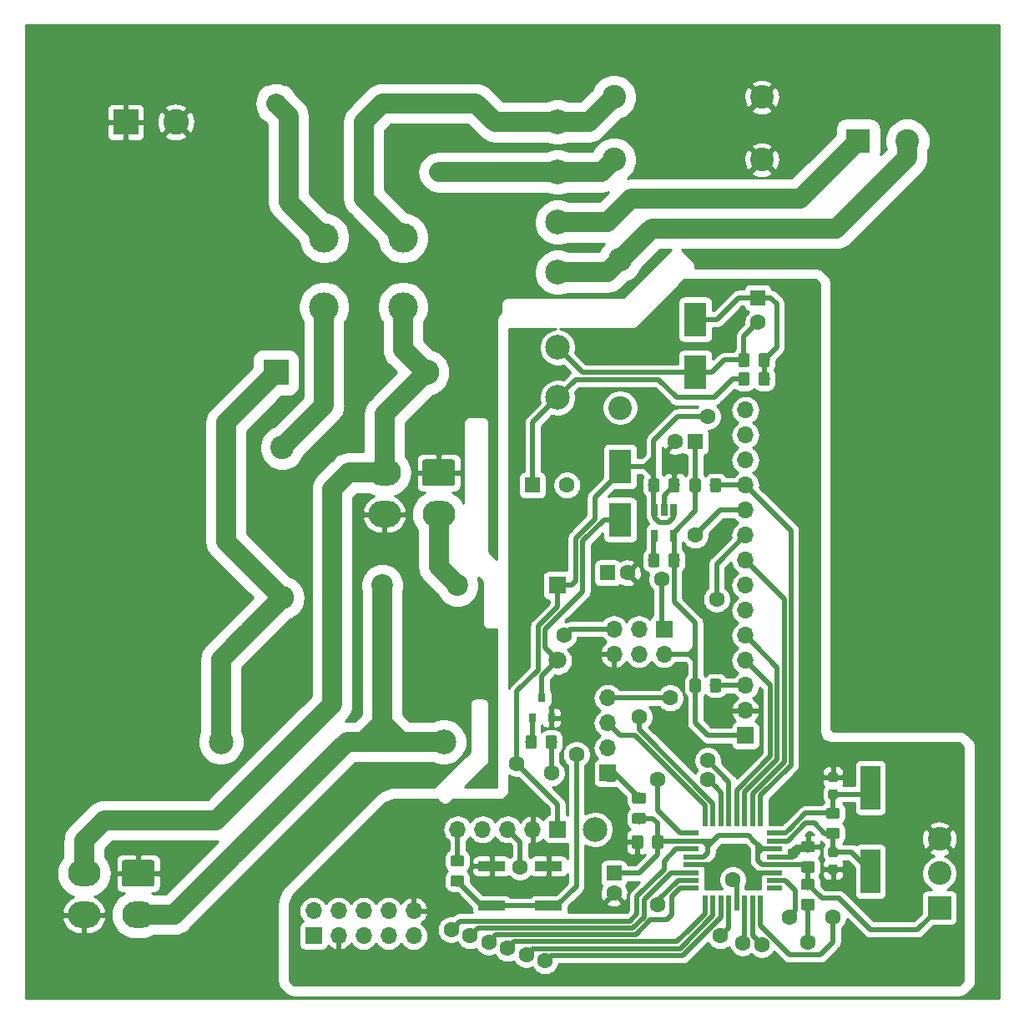
<source format=gbr>
G04 #@! TF.GenerationSoftware,KiCad,Pcbnew,5.1.2-f72e74a~84~ubuntu18.04.1*
G04 #@! TF.CreationDate,2019-05-07T20:49:25+02:00*
G04 #@! TF.ProjectId,slow-cooker,736c6f77-2d63-46f6-9f6b-65722e6b6963,rev?*
G04 #@! TF.SameCoordinates,Original*
G04 #@! TF.FileFunction,Copper,L1,Top*
G04 #@! TF.FilePolarity,Positive*
%FSLAX46Y46*%
G04 Gerber Fmt 4.6, Leading zero omitted, Abs format (unit mm)*
G04 Created by KiCad (PCBNEW 5.1.2-f72e74a~84~ubuntu18.04.1) date 2019-05-07 20:49:25*
%MOMM*%
%LPD*%
G04 APERTURE LIST*
%ADD10C,2.500000*%
%ADD11R,1.600000X1.600000*%
%ADD12C,1.600000*%
%ADD13C,0.100000*%
%ADD14C,1.150000*%
%ADD15C,2.400000*%
%ADD16C,0.950000*%
%ADD17R,2.400000X2.400000*%
%ADD18R,2.600000X2.600000*%
%ADD19O,2.600000X2.600000*%
%ADD20R,2.300000X3.500000*%
%ADD21C,3.000000*%
%ADD22O,3.300000X2.700000*%
%ADD23C,2.700000*%
%ADD24C,2.600000*%
%ADD25R,1.700000X1.700000*%
%ADD26O,1.700000X1.700000*%
%ADD27R,1.800000X1.800000*%
%ADD28C,1.800000*%
%ADD29C,2.200000*%
%ADD30C,2.000000*%
%ADD31O,2.000000X2.000000*%
%ADD32R,0.800000X0.900000*%
%ADD33O,2.400000X2.400000*%
%ADD34R,2.750000X1.000000*%
%ADD35R,0.650000X1.220000*%
%ADD36R,0.550000X1.600000*%
%ADD37R,1.600000X0.550000*%
%ADD38R,2.000000X4.500000*%
%ADD39C,2.499360*%
%ADD40C,0.500000*%
%ADD41C,2.000000*%
%ADD42C,0.254000*%
G04 APERTURE END LIST*
D10*
X158115000Y-84455000D03*
X158115000Y-79375000D03*
X158115000Y-61595000D03*
X158115000Y-66675000D03*
X158115000Y-56515000D03*
X158115000Y-71755000D03*
D11*
X155575000Y-93345000D03*
D12*
X159075000Y-93345000D03*
D13*
G36*
X174484505Y-92646204D02*
G01*
X174508773Y-92649804D01*
X174532572Y-92655765D01*
X174555671Y-92664030D01*
X174577850Y-92674520D01*
X174598893Y-92687132D01*
X174618599Y-92701747D01*
X174636777Y-92718223D01*
X174653253Y-92736401D01*
X174667868Y-92756107D01*
X174680480Y-92777150D01*
X174690970Y-92799329D01*
X174699235Y-92822428D01*
X174705196Y-92846227D01*
X174708796Y-92870495D01*
X174710000Y-92894999D01*
X174710000Y-93795001D01*
X174708796Y-93819505D01*
X174705196Y-93843773D01*
X174699235Y-93867572D01*
X174690970Y-93890671D01*
X174680480Y-93912850D01*
X174667868Y-93933893D01*
X174653253Y-93953599D01*
X174636777Y-93971777D01*
X174618599Y-93988253D01*
X174598893Y-94002868D01*
X174577850Y-94015480D01*
X174555671Y-94025970D01*
X174532572Y-94034235D01*
X174508773Y-94040196D01*
X174484505Y-94043796D01*
X174460001Y-94045000D01*
X173809999Y-94045000D01*
X173785495Y-94043796D01*
X173761227Y-94040196D01*
X173737428Y-94034235D01*
X173714329Y-94025970D01*
X173692150Y-94015480D01*
X173671107Y-94002868D01*
X173651401Y-93988253D01*
X173633223Y-93971777D01*
X173616747Y-93953599D01*
X173602132Y-93933893D01*
X173589520Y-93912850D01*
X173579030Y-93890671D01*
X173570765Y-93867572D01*
X173564804Y-93843773D01*
X173561204Y-93819505D01*
X173560000Y-93795001D01*
X173560000Y-92894999D01*
X173561204Y-92870495D01*
X173564804Y-92846227D01*
X173570765Y-92822428D01*
X173579030Y-92799329D01*
X173589520Y-92777150D01*
X173602132Y-92756107D01*
X173616747Y-92736401D01*
X173633223Y-92718223D01*
X173651401Y-92701747D01*
X173671107Y-92687132D01*
X173692150Y-92674520D01*
X173714329Y-92664030D01*
X173737428Y-92655765D01*
X173761227Y-92649804D01*
X173785495Y-92646204D01*
X173809999Y-92645000D01*
X174460001Y-92645000D01*
X174484505Y-92646204D01*
X174484505Y-92646204D01*
G37*
D14*
X174135000Y-93345000D03*
D13*
G36*
X172434505Y-92646204D02*
G01*
X172458773Y-92649804D01*
X172482572Y-92655765D01*
X172505671Y-92664030D01*
X172527850Y-92674520D01*
X172548893Y-92687132D01*
X172568599Y-92701747D01*
X172586777Y-92718223D01*
X172603253Y-92736401D01*
X172617868Y-92756107D01*
X172630480Y-92777150D01*
X172640970Y-92799329D01*
X172649235Y-92822428D01*
X172655196Y-92846227D01*
X172658796Y-92870495D01*
X172660000Y-92894999D01*
X172660000Y-93795001D01*
X172658796Y-93819505D01*
X172655196Y-93843773D01*
X172649235Y-93867572D01*
X172640970Y-93890671D01*
X172630480Y-93912850D01*
X172617868Y-93933893D01*
X172603253Y-93953599D01*
X172586777Y-93971777D01*
X172568599Y-93988253D01*
X172548893Y-94002868D01*
X172527850Y-94015480D01*
X172505671Y-94025970D01*
X172482572Y-94034235D01*
X172458773Y-94040196D01*
X172434505Y-94043796D01*
X172410001Y-94045000D01*
X171759999Y-94045000D01*
X171735495Y-94043796D01*
X171711227Y-94040196D01*
X171687428Y-94034235D01*
X171664329Y-94025970D01*
X171642150Y-94015480D01*
X171621107Y-94002868D01*
X171601401Y-93988253D01*
X171583223Y-93971777D01*
X171566747Y-93953599D01*
X171552132Y-93933893D01*
X171539520Y-93912850D01*
X171529030Y-93890671D01*
X171520765Y-93867572D01*
X171514804Y-93843773D01*
X171511204Y-93819505D01*
X171510000Y-93795001D01*
X171510000Y-92894999D01*
X171511204Y-92870495D01*
X171514804Y-92846227D01*
X171520765Y-92822428D01*
X171529030Y-92799329D01*
X171539520Y-92777150D01*
X171552132Y-92756107D01*
X171566747Y-92736401D01*
X171583223Y-92718223D01*
X171601401Y-92701747D01*
X171621107Y-92687132D01*
X171642150Y-92674520D01*
X171664329Y-92664030D01*
X171687428Y-92655765D01*
X171711227Y-92649804D01*
X171735495Y-92646204D01*
X171759999Y-92645000D01*
X172410001Y-92645000D01*
X172434505Y-92646204D01*
X172434505Y-92646204D01*
G37*
D14*
X172085000Y-93345000D03*
D13*
G36*
X183989505Y-131506204D02*
G01*
X184013773Y-131509804D01*
X184037572Y-131515765D01*
X184060671Y-131524030D01*
X184082850Y-131534520D01*
X184103893Y-131547132D01*
X184123599Y-131561747D01*
X184141777Y-131578223D01*
X184158253Y-131596401D01*
X184172868Y-131616107D01*
X184185480Y-131637150D01*
X184195970Y-131659329D01*
X184204235Y-131682428D01*
X184210196Y-131706227D01*
X184213796Y-131730495D01*
X184215000Y-131754999D01*
X184215000Y-132405001D01*
X184213796Y-132429505D01*
X184210196Y-132453773D01*
X184204235Y-132477572D01*
X184195970Y-132500671D01*
X184185480Y-132522850D01*
X184172868Y-132543893D01*
X184158253Y-132563599D01*
X184141777Y-132581777D01*
X184123599Y-132598253D01*
X184103893Y-132612868D01*
X184082850Y-132625480D01*
X184060671Y-132635970D01*
X184037572Y-132644235D01*
X184013773Y-132650196D01*
X183989505Y-132653796D01*
X183965001Y-132655000D01*
X183064999Y-132655000D01*
X183040495Y-132653796D01*
X183016227Y-132650196D01*
X182992428Y-132644235D01*
X182969329Y-132635970D01*
X182947150Y-132625480D01*
X182926107Y-132612868D01*
X182906401Y-132598253D01*
X182888223Y-132581777D01*
X182871747Y-132563599D01*
X182857132Y-132543893D01*
X182844520Y-132522850D01*
X182834030Y-132500671D01*
X182825765Y-132477572D01*
X182819804Y-132453773D01*
X182816204Y-132429505D01*
X182815000Y-132405001D01*
X182815000Y-131754999D01*
X182816204Y-131730495D01*
X182819804Y-131706227D01*
X182825765Y-131682428D01*
X182834030Y-131659329D01*
X182844520Y-131637150D01*
X182857132Y-131616107D01*
X182871747Y-131596401D01*
X182888223Y-131578223D01*
X182906401Y-131561747D01*
X182926107Y-131547132D01*
X182947150Y-131534520D01*
X182969329Y-131524030D01*
X182992428Y-131515765D01*
X183016227Y-131509804D01*
X183040495Y-131506204D01*
X183064999Y-131505000D01*
X183965001Y-131505000D01*
X183989505Y-131506204D01*
X183989505Y-131506204D01*
G37*
D14*
X183515000Y-132080000D03*
D13*
G36*
X183989505Y-129456204D02*
G01*
X184013773Y-129459804D01*
X184037572Y-129465765D01*
X184060671Y-129474030D01*
X184082850Y-129484520D01*
X184103893Y-129497132D01*
X184123599Y-129511747D01*
X184141777Y-129528223D01*
X184158253Y-129546401D01*
X184172868Y-129566107D01*
X184185480Y-129587150D01*
X184195970Y-129609329D01*
X184204235Y-129632428D01*
X184210196Y-129656227D01*
X184213796Y-129680495D01*
X184215000Y-129704999D01*
X184215000Y-130355001D01*
X184213796Y-130379505D01*
X184210196Y-130403773D01*
X184204235Y-130427572D01*
X184195970Y-130450671D01*
X184185480Y-130472850D01*
X184172868Y-130493893D01*
X184158253Y-130513599D01*
X184141777Y-130531777D01*
X184123599Y-130548253D01*
X184103893Y-130562868D01*
X184082850Y-130575480D01*
X184060671Y-130585970D01*
X184037572Y-130594235D01*
X184013773Y-130600196D01*
X183989505Y-130603796D01*
X183965001Y-130605000D01*
X183064999Y-130605000D01*
X183040495Y-130603796D01*
X183016227Y-130600196D01*
X182992428Y-130594235D01*
X182969329Y-130585970D01*
X182947150Y-130575480D01*
X182926107Y-130562868D01*
X182906401Y-130548253D01*
X182888223Y-130531777D01*
X182871747Y-130513599D01*
X182857132Y-130493893D01*
X182844520Y-130472850D01*
X182834030Y-130450671D01*
X182825765Y-130427572D01*
X182819804Y-130403773D01*
X182816204Y-130379505D01*
X182815000Y-130355001D01*
X182815000Y-129704999D01*
X182816204Y-129680495D01*
X182819804Y-129656227D01*
X182825765Y-129632428D01*
X182834030Y-129609329D01*
X182844520Y-129587150D01*
X182857132Y-129566107D01*
X182871747Y-129546401D01*
X182888223Y-129528223D01*
X182906401Y-129511747D01*
X182926107Y-129497132D01*
X182947150Y-129484520D01*
X182969329Y-129474030D01*
X182992428Y-129465765D01*
X183016227Y-129459804D01*
X183040495Y-129456204D01*
X183064999Y-129455000D01*
X183965001Y-129455000D01*
X183989505Y-129456204D01*
X183989505Y-129456204D01*
G37*
D14*
X183515000Y-130030000D03*
D11*
X163195000Y-102235000D03*
D12*
X165195000Y-102235000D03*
D13*
G36*
X168624505Y-128841204D02*
G01*
X168648773Y-128844804D01*
X168672572Y-128850765D01*
X168695671Y-128859030D01*
X168717850Y-128869520D01*
X168738893Y-128882132D01*
X168758599Y-128896747D01*
X168776777Y-128913223D01*
X168793253Y-128931401D01*
X168807868Y-128951107D01*
X168820480Y-128972150D01*
X168830970Y-128994329D01*
X168839235Y-129017428D01*
X168845196Y-129041227D01*
X168848796Y-129065495D01*
X168850000Y-129089999D01*
X168850000Y-129990001D01*
X168848796Y-130014505D01*
X168845196Y-130038773D01*
X168839235Y-130062572D01*
X168830970Y-130085671D01*
X168820480Y-130107850D01*
X168807868Y-130128893D01*
X168793253Y-130148599D01*
X168776777Y-130166777D01*
X168758599Y-130183253D01*
X168738893Y-130197868D01*
X168717850Y-130210480D01*
X168695671Y-130220970D01*
X168672572Y-130229235D01*
X168648773Y-130235196D01*
X168624505Y-130238796D01*
X168600001Y-130240000D01*
X167949999Y-130240000D01*
X167925495Y-130238796D01*
X167901227Y-130235196D01*
X167877428Y-130229235D01*
X167854329Y-130220970D01*
X167832150Y-130210480D01*
X167811107Y-130197868D01*
X167791401Y-130183253D01*
X167773223Y-130166777D01*
X167756747Y-130148599D01*
X167742132Y-130128893D01*
X167729520Y-130107850D01*
X167719030Y-130085671D01*
X167710765Y-130062572D01*
X167704804Y-130038773D01*
X167701204Y-130014505D01*
X167700000Y-129990001D01*
X167700000Y-129089999D01*
X167701204Y-129065495D01*
X167704804Y-129041227D01*
X167710765Y-129017428D01*
X167719030Y-128994329D01*
X167729520Y-128972150D01*
X167742132Y-128951107D01*
X167756747Y-128931401D01*
X167773223Y-128913223D01*
X167791401Y-128896747D01*
X167811107Y-128882132D01*
X167832150Y-128869520D01*
X167854329Y-128859030D01*
X167877428Y-128850765D01*
X167901227Y-128844804D01*
X167925495Y-128841204D01*
X167949999Y-128840000D01*
X168600001Y-128840000D01*
X168624505Y-128841204D01*
X168624505Y-128841204D01*
G37*
D14*
X168275000Y-129540000D03*
D13*
G36*
X166574505Y-128841204D02*
G01*
X166598773Y-128844804D01*
X166622572Y-128850765D01*
X166645671Y-128859030D01*
X166667850Y-128869520D01*
X166688893Y-128882132D01*
X166708599Y-128896747D01*
X166726777Y-128913223D01*
X166743253Y-128931401D01*
X166757868Y-128951107D01*
X166770480Y-128972150D01*
X166780970Y-128994329D01*
X166789235Y-129017428D01*
X166795196Y-129041227D01*
X166798796Y-129065495D01*
X166800000Y-129089999D01*
X166800000Y-129990001D01*
X166798796Y-130014505D01*
X166795196Y-130038773D01*
X166789235Y-130062572D01*
X166780970Y-130085671D01*
X166770480Y-130107850D01*
X166757868Y-130128893D01*
X166743253Y-130148599D01*
X166726777Y-130166777D01*
X166708599Y-130183253D01*
X166688893Y-130197868D01*
X166667850Y-130210480D01*
X166645671Y-130220970D01*
X166622572Y-130229235D01*
X166598773Y-130235196D01*
X166574505Y-130238796D01*
X166550001Y-130240000D01*
X165899999Y-130240000D01*
X165875495Y-130238796D01*
X165851227Y-130235196D01*
X165827428Y-130229235D01*
X165804329Y-130220970D01*
X165782150Y-130210480D01*
X165761107Y-130197868D01*
X165741401Y-130183253D01*
X165723223Y-130166777D01*
X165706747Y-130148599D01*
X165692132Y-130128893D01*
X165679520Y-130107850D01*
X165669030Y-130085671D01*
X165660765Y-130062572D01*
X165654804Y-130038773D01*
X165651204Y-130014505D01*
X165650000Y-129990001D01*
X165650000Y-129089999D01*
X165651204Y-129065495D01*
X165654804Y-129041227D01*
X165660765Y-129017428D01*
X165669030Y-128994329D01*
X165679520Y-128972150D01*
X165692132Y-128951107D01*
X165706747Y-128931401D01*
X165723223Y-128913223D01*
X165741401Y-128896747D01*
X165761107Y-128882132D01*
X165782150Y-128869520D01*
X165804329Y-128859030D01*
X165827428Y-128850765D01*
X165851227Y-128844804D01*
X165875495Y-128841204D01*
X165899999Y-128840000D01*
X166550001Y-128840000D01*
X166574505Y-128841204D01*
X166574505Y-128841204D01*
G37*
D14*
X166225000Y-129540000D03*
D12*
X163830000Y-134715000D03*
D11*
X163830000Y-132715000D03*
D13*
G36*
X168234505Y-100266204D02*
G01*
X168258773Y-100269804D01*
X168282572Y-100275765D01*
X168305671Y-100284030D01*
X168327850Y-100294520D01*
X168348893Y-100307132D01*
X168368599Y-100321747D01*
X168386777Y-100338223D01*
X168403253Y-100356401D01*
X168417868Y-100376107D01*
X168430480Y-100397150D01*
X168440970Y-100419329D01*
X168449235Y-100442428D01*
X168455196Y-100466227D01*
X168458796Y-100490495D01*
X168460000Y-100514999D01*
X168460000Y-101415001D01*
X168458796Y-101439505D01*
X168455196Y-101463773D01*
X168449235Y-101487572D01*
X168440970Y-101510671D01*
X168430480Y-101532850D01*
X168417868Y-101553893D01*
X168403253Y-101573599D01*
X168386777Y-101591777D01*
X168368599Y-101608253D01*
X168348893Y-101622868D01*
X168327850Y-101635480D01*
X168305671Y-101645970D01*
X168282572Y-101654235D01*
X168258773Y-101660196D01*
X168234505Y-101663796D01*
X168210001Y-101665000D01*
X167559999Y-101665000D01*
X167535495Y-101663796D01*
X167511227Y-101660196D01*
X167487428Y-101654235D01*
X167464329Y-101645970D01*
X167442150Y-101635480D01*
X167421107Y-101622868D01*
X167401401Y-101608253D01*
X167383223Y-101591777D01*
X167366747Y-101573599D01*
X167352132Y-101553893D01*
X167339520Y-101532850D01*
X167329030Y-101510671D01*
X167320765Y-101487572D01*
X167314804Y-101463773D01*
X167311204Y-101439505D01*
X167310000Y-101415001D01*
X167310000Y-100514999D01*
X167311204Y-100490495D01*
X167314804Y-100466227D01*
X167320765Y-100442428D01*
X167329030Y-100419329D01*
X167339520Y-100397150D01*
X167352132Y-100376107D01*
X167366747Y-100356401D01*
X167383223Y-100338223D01*
X167401401Y-100321747D01*
X167421107Y-100307132D01*
X167442150Y-100294520D01*
X167464329Y-100284030D01*
X167487428Y-100275765D01*
X167511227Y-100269804D01*
X167535495Y-100266204D01*
X167559999Y-100265000D01*
X168210001Y-100265000D01*
X168234505Y-100266204D01*
X168234505Y-100266204D01*
G37*
D14*
X167885000Y-100965000D03*
D13*
G36*
X170284505Y-100266204D02*
G01*
X170308773Y-100269804D01*
X170332572Y-100275765D01*
X170355671Y-100284030D01*
X170377850Y-100294520D01*
X170398893Y-100307132D01*
X170418599Y-100321747D01*
X170436777Y-100338223D01*
X170453253Y-100356401D01*
X170467868Y-100376107D01*
X170480480Y-100397150D01*
X170490970Y-100419329D01*
X170499235Y-100442428D01*
X170505196Y-100466227D01*
X170508796Y-100490495D01*
X170510000Y-100514999D01*
X170510000Y-101415001D01*
X170508796Y-101439505D01*
X170505196Y-101463773D01*
X170499235Y-101487572D01*
X170490970Y-101510671D01*
X170480480Y-101532850D01*
X170467868Y-101553893D01*
X170453253Y-101573599D01*
X170436777Y-101591777D01*
X170418599Y-101608253D01*
X170398893Y-101622868D01*
X170377850Y-101635480D01*
X170355671Y-101645970D01*
X170332572Y-101654235D01*
X170308773Y-101660196D01*
X170284505Y-101663796D01*
X170260001Y-101665000D01*
X169609999Y-101665000D01*
X169585495Y-101663796D01*
X169561227Y-101660196D01*
X169537428Y-101654235D01*
X169514329Y-101645970D01*
X169492150Y-101635480D01*
X169471107Y-101622868D01*
X169451401Y-101608253D01*
X169433223Y-101591777D01*
X169416747Y-101573599D01*
X169402132Y-101553893D01*
X169389520Y-101532850D01*
X169379030Y-101510671D01*
X169370765Y-101487572D01*
X169364804Y-101463773D01*
X169361204Y-101439505D01*
X169360000Y-101415001D01*
X169360000Y-100514999D01*
X169361204Y-100490495D01*
X169364804Y-100466227D01*
X169370765Y-100442428D01*
X169379030Y-100419329D01*
X169389520Y-100397150D01*
X169402132Y-100376107D01*
X169416747Y-100356401D01*
X169433223Y-100338223D01*
X169451401Y-100321747D01*
X169471107Y-100307132D01*
X169492150Y-100294520D01*
X169514329Y-100284030D01*
X169537428Y-100275765D01*
X169561227Y-100269804D01*
X169585495Y-100266204D01*
X169609999Y-100265000D01*
X170260001Y-100265000D01*
X170284505Y-100266204D01*
X170284505Y-100266204D01*
G37*
D14*
X169935000Y-100965000D03*
D12*
X170085000Y-88900000D03*
D11*
X172085000Y-88900000D03*
X129540000Y-54610000D03*
D12*
X149840000Y-54610000D03*
D15*
X178830000Y-60325000D03*
X163830000Y-60325000D03*
X178830000Y-53975000D03*
X163830000Y-53975000D03*
D13*
G36*
X186315779Y-131796144D02*
G01*
X186338834Y-131799563D01*
X186361443Y-131805227D01*
X186383387Y-131813079D01*
X186404457Y-131823044D01*
X186424448Y-131835026D01*
X186443168Y-131848910D01*
X186460438Y-131864562D01*
X186476090Y-131881832D01*
X186489974Y-131900552D01*
X186501956Y-131920543D01*
X186511921Y-131941613D01*
X186519773Y-131963557D01*
X186525437Y-131986166D01*
X186528856Y-132009221D01*
X186530000Y-132032500D01*
X186530000Y-132607500D01*
X186528856Y-132630779D01*
X186525437Y-132653834D01*
X186519773Y-132676443D01*
X186511921Y-132698387D01*
X186501956Y-132719457D01*
X186489974Y-132739448D01*
X186476090Y-132758168D01*
X186460438Y-132775438D01*
X186443168Y-132791090D01*
X186424448Y-132804974D01*
X186404457Y-132816956D01*
X186383387Y-132826921D01*
X186361443Y-132834773D01*
X186338834Y-132840437D01*
X186315779Y-132843856D01*
X186292500Y-132845000D01*
X185817500Y-132845000D01*
X185794221Y-132843856D01*
X185771166Y-132840437D01*
X185748557Y-132834773D01*
X185726613Y-132826921D01*
X185705543Y-132816956D01*
X185685552Y-132804974D01*
X185666832Y-132791090D01*
X185649562Y-132775438D01*
X185633910Y-132758168D01*
X185620026Y-132739448D01*
X185608044Y-132719457D01*
X185598079Y-132698387D01*
X185590227Y-132676443D01*
X185584563Y-132653834D01*
X185581144Y-132630779D01*
X185580000Y-132607500D01*
X185580000Y-132032500D01*
X185581144Y-132009221D01*
X185584563Y-131986166D01*
X185590227Y-131963557D01*
X185598079Y-131941613D01*
X185608044Y-131920543D01*
X185620026Y-131900552D01*
X185633910Y-131881832D01*
X185649562Y-131864562D01*
X185666832Y-131848910D01*
X185685552Y-131835026D01*
X185705543Y-131823044D01*
X185726613Y-131813079D01*
X185748557Y-131805227D01*
X185771166Y-131799563D01*
X185794221Y-131796144D01*
X185817500Y-131795000D01*
X186292500Y-131795000D01*
X186315779Y-131796144D01*
X186315779Y-131796144D01*
G37*
D16*
X186055000Y-132320000D03*
D13*
G36*
X186315779Y-130046144D02*
G01*
X186338834Y-130049563D01*
X186361443Y-130055227D01*
X186383387Y-130063079D01*
X186404457Y-130073044D01*
X186424448Y-130085026D01*
X186443168Y-130098910D01*
X186460438Y-130114562D01*
X186476090Y-130131832D01*
X186489974Y-130150552D01*
X186501956Y-130170543D01*
X186511921Y-130191613D01*
X186519773Y-130213557D01*
X186525437Y-130236166D01*
X186528856Y-130259221D01*
X186530000Y-130282500D01*
X186530000Y-130857500D01*
X186528856Y-130880779D01*
X186525437Y-130903834D01*
X186519773Y-130926443D01*
X186511921Y-130948387D01*
X186501956Y-130969457D01*
X186489974Y-130989448D01*
X186476090Y-131008168D01*
X186460438Y-131025438D01*
X186443168Y-131041090D01*
X186424448Y-131054974D01*
X186404457Y-131066956D01*
X186383387Y-131076921D01*
X186361443Y-131084773D01*
X186338834Y-131090437D01*
X186315779Y-131093856D01*
X186292500Y-131095000D01*
X185817500Y-131095000D01*
X185794221Y-131093856D01*
X185771166Y-131090437D01*
X185748557Y-131084773D01*
X185726613Y-131076921D01*
X185705543Y-131066956D01*
X185685552Y-131054974D01*
X185666832Y-131041090D01*
X185649562Y-131025438D01*
X185633910Y-131008168D01*
X185620026Y-130989448D01*
X185608044Y-130969457D01*
X185598079Y-130948387D01*
X185590227Y-130926443D01*
X185584563Y-130903834D01*
X185581144Y-130880779D01*
X185580000Y-130857500D01*
X185580000Y-130282500D01*
X185581144Y-130259221D01*
X185584563Y-130236166D01*
X185590227Y-130213557D01*
X185598079Y-130191613D01*
X185608044Y-130170543D01*
X185620026Y-130150552D01*
X185633910Y-130131832D01*
X185649562Y-130114562D01*
X185666832Y-130098910D01*
X185685552Y-130085026D01*
X185705543Y-130073044D01*
X185726613Y-130063079D01*
X185748557Y-130055227D01*
X185771166Y-130049563D01*
X185794221Y-130046144D01*
X185817500Y-130045000D01*
X186292500Y-130045000D01*
X186315779Y-130046144D01*
X186315779Y-130046144D01*
G37*
D16*
X186055000Y-130570000D03*
D13*
G36*
X186315779Y-124176144D02*
G01*
X186338834Y-124179563D01*
X186361443Y-124185227D01*
X186383387Y-124193079D01*
X186404457Y-124203044D01*
X186424448Y-124215026D01*
X186443168Y-124228910D01*
X186460438Y-124244562D01*
X186476090Y-124261832D01*
X186489974Y-124280552D01*
X186501956Y-124300543D01*
X186511921Y-124321613D01*
X186519773Y-124343557D01*
X186525437Y-124366166D01*
X186528856Y-124389221D01*
X186530000Y-124412500D01*
X186530000Y-124987500D01*
X186528856Y-125010779D01*
X186525437Y-125033834D01*
X186519773Y-125056443D01*
X186511921Y-125078387D01*
X186501956Y-125099457D01*
X186489974Y-125119448D01*
X186476090Y-125138168D01*
X186460438Y-125155438D01*
X186443168Y-125171090D01*
X186424448Y-125184974D01*
X186404457Y-125196956D01*
X186383387Y-125206921D01*
X186361443Y-125214773D01*
X186338834Y-125220437D01*
X186315779Y-125223856D01*
X186292500Y-125225000D01*
X185817500Y-125225000D01*
X185794221Y-125223856D01*
X185771166Y-125220437D01*
X185748557Y-125214773D01*
X185726613Y-125206921D01*
X185705543Y-125196956D01*
X185685552Y-125184974D01*
X185666832Y-125171090D01*
X185649562Y-125155438D01*
X185633910Y-125138168D01*
X185620026Y-125119448D01*
X185608044Y-125099457D01*
X185598079Y-125078387D01*
X185590227Y-125056443D01*
X185584563Y-125033834D01*
X185581144Y-125010779D01*
X185580000Y-124987500D01*
X185580000Y-124412500D01*
X185581144Y-124389221D01*
X185584563Y-124366166D01*
X185590227Y-124343557D01*
X185598079Y-124321613D01*
X185608044Y-124300543D01*
X185620026Y-124280552D01*
X185633910Y-124261832D01*
X185649562Y-124244562D01*
X185666832Y-124228910D01*
X185685552Y-124215026D01*
X185705543Y-124203044D01*
X185726613Y-124193079D01*
X185748557Y-124185227D01*
X185771166Y-124179563D01*
X185794221Y-124176144D01*
X185817500Y-124175000D01*
X186292500Y-124175000D01*
X186315779Y-124176144D01*
X186315779Y-124176144D01*
G37*
D16*
X186055000Y-124700000D03*
D13*
G36*
X186315779Y-122426144D02*
G01*
X186338834Y-122429563D01*
X186361443Y-122435227D01*
X186383387Y-122443079D01*
X186404457Y-122453044D01*
X186424448Y-122465026D01*
X186443168Y-122478910D01*
X186460438Y-122494562D01*
X186476090Y-122511832D01*
X186489974Y-122530552D01*
X186501956Y-122550543D01*
X186511921Y-122571613D01*
X186519773Y-122593557D01*
X186525437Y-122616166D01*
X186528856Y-122639221D01*
X186530000Y-122662500D01*
X186530000Y-123237500D01*
X186528856Y-123260779D01*
X186525437Y-123283834D01*
X186519773Y-123306443D01*
X186511921Y-123328387D01*
X186501956Y-123349457D01*
X186489974Y-123369448D01*
X186476090Y-123388168D01*
X186460438Y-123405438D01*
X186443168Y-123421090D01*
X186424448Y-123434974D01*
X186404457Y-123446956D01*
X186383387Y-123456921D01*
X186361443Y-123464773D01*
X186338834Y-123470437D01*
X186315779Y-123473856D01*
X186292500Y-123475000D01*
X185817500Y-123475000D01*
X185794221Y-123473856D01*
X185771166Y-123470437D01*
X185748557Y-123464773D01*
X185726613Y-123456921D01*
X185705543Y-123446956D01*
X185685552Y-123434974D01*
X185666832Y-123421090D01*
X185649562Y-123405438D01*
X185633910Y-123388168D01*
X185620026Y-123369448D01*
X185608044Y-123349457D01*
X185598079Y-123328387D01*
X185590227Y-123306443D01*
X185584563Y-123283834D01*
X185581144Y-123260779D01*
X185580000Y-123237500D01*
X185580000Y-122662500D01*
X185581144Y-122639221D01*
X185584563Y-122616166D01*
X185590227Y-122593557D01*
X185598079Y-122571613D01*
X185608044Y-122550543D01*
X185620026Y-122530552D01*
X185633910Y-122511832D01*
X185649562Y-122494562D01*
X185666832Y-122478910D01*
X185685552Y-122465026D01*
X185705543Y-122453044D01*
X185726613Y-122443079D01*
X185748557Y-122435227D01*
X185771166Y-122429563D01*
X185794221Y-122426144D01*
X185817500Y-122425000D01*
X186292500Y-122425000D01*
X186315779Y-122426144D01*
X186315779Y-122426144D01*
G37*
D16*
X186055000Y-122950000D03*
D17*
X188595000Y-58420000D03*
D15*
X193595000Y-58420000D03*
X164465000Y-85485000D03*
X164465000Y-70485000D03*
D11*
X178435000Y-74335000D03*
D12*
X178435000Y-76835000D03*
D13*
G36*
X170284505Y-92646204D02*
G01*
X170308773Y-92649804D01*
X170332572Y-92655765D01*
X170355671Y-92664030D01*
X170377850Y-92674520D01*
X170398893Y-92687132D01*
X170418599Y-92701747D01*
X170436777Y-92718223D01*
X170453253Y-92736401D01*
X170467868Y-92756107D01*
X170480480Y-92777150D01*
X170490970Y-92799329D01*
X170499235Y-92822428D01*
X170505196Y-92846227D01*
X170508796Y-92870495D01*
X170510000Y-92894999D01*
X170510000Y-93795001D01*
X170508796Y-93819505D01*
X170505196Y-93843773D01*
X170499235Y-93867572D01*
X170490970Y-93890671D01*
X170480480Y-93912850D01*
X170467868Y-93933893D01*
X170453253Y-93953599D01*
X170436777Y-93971777D01*
X170418599Y-93988253D01*
X170398893Y-94002868D01*
X170377850Y-94015480D01*
X170355671Y-94025970D01*
X170332572Y-94034235D01*
X170308773Y-94040196D01*
X170284505Y-94043796D01*
X170260001Y-94045000D01*
X169609999Y-94045000D01*
X169585495Y-94043796D01*
X169561227Y-94040196D01*
X169537428Y-94034235D01*
X169514329Y-94025970D01*
X169492150Y-94015480D01*
X169471107Y-94002868D01*
X169451401Y-93988253D01*
X169433223Y-93971777D01*
X169416747Y-93953599D01*
X169402132Y-93933893D01*
X169389520Y-93912850D01*
X169379030Y-93890671D01*
X169370765Y-93867572D01*
X169364804Y-93843773D01*
X169361204Y-93819505D01*
X169360000Y-93795001D01*
X169360000Y-92894999D01*
X169361204Y-92870495D01*
X169364804Y-92846227D01*
X169370765Y-92822428D01*
X169379030Y-92799329D01*
X169389520Y-92777150D01*
X169402132Y-92756107D01*
X169416747Y-92736401D01*
X169433223Y-92718223D01*
X169451401Y-92701747D01*
X169471107Y-92687132D01*
X169492150Y-92674520D01*
X169514329Y-92664030D01*
X169537428Y-92655765D01*
X169561227Y-92649804D01*
X169585495Y-92646204D01*
X169609999Y-92645000D01*
X170260001Y-92645000D01*
X170284505Y-92646204D01*
X170284505Y-92646204D01*
G37*
D14*
X169935000Y-93345000D03*
D13*
G36*
X168234505Y-92646204D02*
G01*
X168258773Y-92649804D01*
X168282572Y-92655765D01*
X168305671Y-92664030D01*
X168327850Y-92674520D01*
X168348893Y-92687132D01*
X168368599Y-92701747D01*
X168386777Y-92718223D01*
X168403253Y-92736401D01*
X168417868Y-92756107D01*
X168430480Y-92777150D01*
X168440970Y-92799329D01*
X168449235Y-92822428D01*
X168455196Y-92846227D01*
X168458796Y-92870495D01*
X168460000Y-92894999D01*
X168460000Y-93795001D01*
X168458796Y-93819505D01*
X168455196Y-93843773D01*
X168449235Y-93867572D01*
X168440970Y-93890671D01*
X168430480Y-93912850D01*
X168417868Y-93933893D01*
X168403253Y-93953599D01*
X168386777Y-93971777D01*
X168368599Y-93988253D01*
X168348893Y-94002868D01*
X168327850Y-94015480D01*
X168305671Y-94025970D01*
X168282572Y-94034235D01*
X168258773Y-94040196D01*
X168234505Y-94043796D01*
X168210001Y-94045000D01*
X167559999Y-94045000D01*
X167535495Y-94043796D01*
X167511227Y-94040196D01*
X167487428Y-94034235D01*
X167464329Y-94025970D01*
X167442150Y-94015480D01*
X167421107Y-94002868D01*
X167401401Y-93988253D01*
X167383223Y-93971777D01*
X167366747Y-93953599D01*
X167352132Y-93933893D01*
X167339520Y-93912850D01*
X167329030Y-93890671D01*
X167320765Y-93867572D01*
X167314804Y-93843773D01*
X167311204Y-93819505D01*
X167310000Y-93795001D01*
X167310000Y-92894999D01*
X167311204Y-92870495D01*
X167314804Y-92846227D01*
X167320765Y-92822428D01*
X167329030Y-92799329D01*
X167339520Y-92777150D01*
X167352132Y-92756107D01*
X167366747Y-92736401D01*
X167383223Y-92718223D01*
X167401401Y-92701747D01*
X167421107Y-92687132D01*
X167442150Y-92674520D01*
X167464329Y-92664030D01*
X167487428Y-92655765D01*
X167511227Y-92649804D01*
X167535495Y-92646204D01*
X167559999Y-92645000D01*
X168210001Y-92645000D01*
X168234505Y-92646204D01*
X168234505Y-92646204D01*
G37*
D14*
X167885000Y-93345000D03*
D18*
X129540000Y-81915000D03*
D19*
X144780000Y-81915000D03*
D20*
X164465000Y-91440000D03*
X164465000Y-96840000D03*
X172085000Y-81915000D03*
X172085000Y-76515000D03*
D10*
X123955000Y-119380000D03*
X146555000Y-119380000D03*
D21*
X134430000Y-68255000D03*
X142430000Y-68255000D03*
X142430000Y-75255000D03*
X134430000Y-75255000D03*
D22*
X110070000Y-136915000D03*
X110070000Y-132715000D03*
X115570000Y-136915000D03*
D13*
G36*
X116994503Y-131366204D02*
G01*
X117018772Y-131369804D01*
X117042570Y-131375765D01*
X117065670Y-131384030D01*
X117087849Y-131394520D01*
X117108892Y-131407133D01*
X117128598Y-131421748D01*
X117146776Y-131438224D01*
X117163252Y-131456402D01*
X117177867Y-131476108D01*
X117190480Y-131497151D01*
X117200970Y-131519330D01*
X117209235Y-131542430D01*
X117215196Y-131566228D01*
X117218796Y-131590497D01*
X117220000Y-131615001D01*
X117220000Y-133814999D01*
X117218796Y-133839503D01*
X117215196Y-133863772D01*
X117209235Y-133887570D01*
X117200970Y-133910670D01*
X117190480Y-133932849D01*
X117177867Y-133953892D01*
X117163252Y-133973598D01*
X117146776Y-133991776D01*
X117128598Y-134008252D01*
X117108892Y-134022867D01*
X117087849Y-134035480D01*
X117065670Y-134045970D01*
X117042570Y-134054235D01*
X117018772Y-134060196D01*
X116994503Y-134063796D01*
X116969999Y-134065000D01*
X114170001Y-134065000D01*
X114145497Y-134063796D01*
X114121228Y-134060196D01*
X114097430Y-134054235D01*
X114074330Y-134045970D01*
X114052151Y-134035480D01*
X114031108Y-134022867D01*
X114011402Y-134008252D01*
X113993224Y-133991776D01*
X113976748Y-133973598D01*
X113962133Y-133953892D01*
X113949520Y-133932849D01*
X113939030Y-133910670D01*
X113930765Y-133887570D01*
X113924804Y-133863772D01*
X113921204Y-133839503D01*
X113920000Y-133814999D01*
X113920000Y-131615001D01*
X113921204Y-131590497D01*
X113924804Y-131566228D01*
X113930765Y-131542430D01*
X113939030Y-131519330D01*
X113949520Y-131497151D01*
X113962133Y-131476108D01*
X113976748Y-131456402D01*
X113993224Y-131438224D01*
X114011402Y-131421748D01*
X114031108Y-131407133D01*
X114052151Y-131394520D01*
X114074330Y-131384030D01*
X114097430Y-131375765D01*
X114121228Y-131369804D01*
X114145497Y-131366204D01*
X114170001Y-131365000D01*
X116969999Y-131365000D01*
X116994503Y-131366204D01*
X116994503Y-131366204D01*
G37*
D23*
X115570000Y-132715000D03*
D18*
X114300000Y-56515000D03*
D24*
X119380000Y-56515000D03*
D25*
X158115000Y-128270000D03*
D26*
X155575000Y-128270000D03*
X153035000Y-128270000D03*
X150495000Y-128270000D03*
X147955000Y-128270000D03*
D17*
X196850000Y-136215000D03*
D15*
X196850000Y-132715000D03*
X196850000Y-129215000D03*
D25*
X168910000Y-107950000D03*
D26*
X168910000Y-110490000D03*
X166370000Y-107950000D03*
X166370000Y-110490000D03*
X163830000Y-107950000D03*
X163830000Y-110490000D03*
D13*
G36*
X147474503Y-90726204D02*
G01*
X147498772Y-90729804D01*
X147522570Y-90735765D01*
X147545670Y-90744030D01*
X147567849Y-90754520D01*
X147588892Y-90767133D01*
X147608598Y-90781748D01*
X147626776Y-90798224D01*
X147643252Y-90816402D01*
X147657867Y-90836108D01*
X147670480Y-90857151D01*
X147680970Y-90879330D01*
X147689235Y-90902430D01*
X147695196Y-90926228D01*
X147698796Y-90950497D01*
X147700000Y-90975001D01*
X147700000Y-93174999D01*
X147698796Y-93199503D01*
X147695196Y-93223772D01*
X147689235Y-93247570D01*
X147680970Y-93270670D01*
X147670480Y-93292849D01*
X147657867Y-93313892D01*
X147643252Y-93333598D01*
X147626776Y-93351776D01*
X147608598Y-93368252D01*
X147588892Y-93382867D01*
X147567849Y-93395480D01*
X147545670Y-93405970D01*
X147522570Y-93414235D01*
X147498772Y-93420196D01*
X147474503Y-93423796D01*
X147449999Y-93425000D01*
X144650001Y-93425000D01*
X144625497Y-93423796D01*
X144601228Y-93420196D01*
X144577430Y-93414235D01*
X144554330Y-93405970D01*
X144532151Y-93395480D01*
X144511108Y-93382867D01*
X144491402Y-93368252D01*
X144473224Y-93351776D01*
X144456748Y-93333598D01*
X144442133Y-93313892D01*
X144429520Y-93292849D01*
X144419030Y-93270670D01*
X144410765Y-93247570D01*
X144404804Y-93223772D01*
X144401204Y-93199503D01*
X144400000Y-93174999D01*
X144400000Y-90975001D01*
X144401204Y-90950497D01*
X144404804Y-90926228D01*
X144410765Y-90902430D01*
X144419030Y-90879330D01*
X144429520Y-90857151D01*
X144442133Y-90836108D01*
X144456748Y-90816402D01*
X144473224Y-90798224D01*
X144491402Y-90781748D01*
X144511108Y-90767133D01*
X144532151Y-90754520D01*
X144554330Y-90744030D01*
X144577430Y-90735765D01*
X144601228Y-90729804D01*
X144625497Y-90726204D01*
X144650001Y-90725000D01*
X147449999Y-90725000D01*
X147474503Y-90726204D01*
X147474503Y-90726204D01*
G37*
D23*
X146050000Y-92075000D03*
D22*
X146050000Y-96275000D03*
X140550000Y-92075000D03*
X140550000Y-96275000D03*
D25*
X177165000Y-118745000D03*
D26*
X177165000Y-116205000D03*
X177165000Y-113665000D03*
X177165000Y-111125000D03*
X177165000Y-108585000D03*
X177165000Y-106045000D03*
X177165000Y-103505000D03*
X177165000Y-100965000D03*
X177165000Y-98425000D03*
X177165000Y-95885000D03*
X177165000Y-93345000D03*
X177165000Y-90805000D03*
X177165000Y-88265000D03*
X177165000Y-85725000D03*
D25*
X163195000Y-122555000D03*
D26*
X163195000Y-120015000D03*
X163195000Y-117475000D03*
X163195000Y-114935000D03*
D27*
X158115000Y-103505000D03*
D28*
X158115000Y-111125000D03*
D29*
X147955000Y-103505000D03*
X140335000Y-103505000D03*
D30*
X130810000Y-61595000D03*
D31*
X146050000Y-61595000D03*
D13*
G36*
X177369505Y-81851204D02*
G01*
X177393773Y-81854804D01*
X177417572Y-81860765D01*
X177440671Y-81869030D01*
X177462850Y-81879520D01*
X177483893Y-81892132D01*
X177503599Y-81906747D01*
X177521777Y-81923223D01*
X177538253Y-81941401D01*
X177552868Y-81961107D01*
X177565480Y-81982150D01*
X177575970Y-82004329D01*
X177584235Y-82027428D01*
X177590196Y-82051227D01*
X177593796Y-82075495D01*
X177595000Y-82099999D01*
X177595000Y-83000001D01*
X177593796Y-83024505D01*
X177590196Y-83048773D01*
X177584235Y-83072572D01*
X177575970Y-83095671D01*
X177565480Y-83117850D01*
X177552868Y-83138893D01*
X177538253Y-83158599D01*
X177521777Y-83176777D01*
X177503599Y-83193253D01*
X177483893Y-83207868D01*
X177462850Y-83220480D01*
X177440671Y-83230970D01*
X177417572Y-83239235D01*
X177393773Y-83245196D01*
X177369505Y-83248796D01*
X177345001Y-83250000D01*
X176694999Y-83250000D01*
X176670495Y-83248796D01*
X176646227Y-83245196D01*
X176622428Y-83239235D01*
X176599329Y-83230970D01*
X176577150Y-83220480D01*
X176556107Y-83207868D01*
X176536401Y-83193253D01*
X176518223Y-83176777D01*
X176501747Y-83158599D01*
X176487132Y-83138893D01*
X176474520Y-83117850D01*
X176464030Y-83095671D01*
X176455765Y-83072572D01*
X176449804Y-83048773D01*
X176446204Y-83024505D01*
X176445000Y-83000001D01*
X176445000Y-82099999D01*
X176446204Y-82075495D01*
X176449804Y-82051227D01*
X176455765Y-82027428D01*
X176464030Y-82004329D01*
X176474520Y-81982150D01*
X176487132Y-81961107D01*
X176501747Y-81941401D01*
X176518223Y-81923223D01*
X176536401Y-81906747D01*
X176556107Y-81892132D01*
X176577150Y-81879520D01*
X176599329Y-81869030D01*
X176622428Y-81860765D01*
X176646227Y-81854804D01*
X176670495Y-81851204D01*
X176694999Y-81850000D01*
X177345001Y-81850000D01*
X177369505Y-81851204D01*
X177369505Y-81851204D01*
G37*
D14*
X177020000Y-82550000D03*
D13*
G36*
X179419505Y-81851204D02*
G01*
X179443773Y-81854804D01*
X179467572Y-81860765D01*
X179490671Y-81869030D01*
X179512850Y-81879520D01*
X179533893Y-81892132D01*
X179553599Y-81906747D01*
X179571777Y-81923223D01*
X179588253Y-81941401D01*
X179602868Y-81961107D01*
X179615480Y-81982150D01*
X179625970Y-82004329D01*
X179634235Y-82027428D01*
X179640196Y-82051227D01*
X179643796Y-82075495D01*
X179645000Y-82099999D01*
X179645000Y-83000001D01*
X179643796Y-83024505D01*
X179640196Y-83048773D01*
X179634235Y-83072572D01*
X179625970Y-83095671D01*
X179615480Y-83117850D01*
X179602868Y-83138893D01*
X179588253Y-83158599D01*
X179571777Y-83176777D01*
X179553599Y-83193253D01*
X179533893Y-83207868D01*
X179512850Y-83220480D01*
X179490671Y-83230970D01*
X179467572Y-83239235D01*
X179443773Y-83245196D01*
X179419505Y-83248796D01*
X179395001Y-83250000D01*
X178744999Y-83250000D01*
X178720495Y-83248796D01*
X178696227Y-83245196D01*
X178672428Y-83239235D01*
X178649329Y-83230970D01*
X178627150Y-83220480D01*
X178606107Y-83207868D01*
X178586401Y-83193253D01*
X178568223Y-83176777D01*
X178551747Y-83158599D01*
X178537132Y-83138893D01*
X178524520Y-83117850D01*
X178514030Y-83095671D01*
X178505765Y-83072572D01*
X178499804Y-83048773D01*
X178496204Y-83024505D01*
X178495000Y-83000001D01*
X178495000Y-82099999D01*
X178496204Y-82075495D01*
X178499804Y-82051227D01*
X178505765Y-82027428D01*
X178514030Y-82004329D01*
X178524520Y-81982150D01*
X178537132Y-81961107D01*
X178551747Y-81941401D01*
X178568223Y-81923223D01*
X178586401Y-81906747D01*
X178606107Y-81892132D01*
X178627150Y-81879520D01*
X178649329Y-81869030D01*
X178672428Y-81860765D01*
X178696227Y-81854804D01*
X178720495Y-81851204D01*
X178744999Y-81850000D01*
X179395001Y-81850000D01*
X179419505Y-81851204D01*
X179419505Y-81851204D01*
G37*
D14*
X179070000Y-82550000D03*
D32*
X155575000Y-116935000D03*
X157475000Y-116935000D03*
X156525000Y-114935000D03*
D15*
X130175000Y-89535000D03*
D33*
X130175000Y-104775000D03*
D13*
G36*
X166844505Y-126571204D02*
G01*
X166868773Y-126574804D01*
X166892572Y-126580765D01*
X166915671Y-126589030D01*
X166937850Y-126599520D01*
X166958893Y-126612132D01*
X166978599Y-126626747D01*
X166996777Y-126643223D01*
X167013253Y-126661401D01*
X167027868Y-126681107D01*
X167040480Y-126702150D01*
X167050970Y-126724329D01*
X167059235Y-126747428D01*
X167065196Y-126771227D01*
X167068796Y-126795495D01*
X167070000Y-126819999D01*
X167070000Y-127470001D01*
X167068796Y-127494505D01*
X167065196Y-127518773D01*
X167059235Y-127542572D01*
X167050970Y-127565671D01*
X167040480Y-127587850D01*
X167027868Y-127608893D01*
X167013253Y-127628599D01*
X166996777Y-127646777D01*
X166978599Y-127663253D01*
X166958893Y-127677868D01*
X166937850Y-127690480D01*
X166915671Y-127700970D01*
X166892572Y-127709235D01*
X166868773Y-127715196D01*
X166844505Y-127718796D01*
X166820001Y-127720000D01*
X165919999Y-127720000D01*
X165895495Y-127718796D01*
X165871227Y-127715196D01*
X165847428Y-127709235D01*
X165824329Y-127700970D01*
X165802150Y-127690480D01*
X165781107Y-127677868D01*
X165761401Y-127663253D01*
X165743223Y-127646777D01*
X165726747Y-127628599D01*
X165712132Y-127608893D01*
X165699520Y-127587850D01*
X165689030Y-127565671D01*
X165680765Y-127542572D01*
X165674804Y-127518773D01*
X165671204Y-127494505D01*
X165670000Y-127470001D01*
X165670000Y-126819999D01*
X165671204Y-126795495D01*
X165674804Y-126771227D01*
X165680765Y-126747428D01*
X165689030Y-126724329D01*
X165699520Y-126702150D01*
X165712132Y-126681107D01*
X165726747Y-126661401D01*
X165743223Y-126643223D01*
X165761401Y-126626747D01*
X165781107Y-126612132D01*
X165802150Y-126599520D01*
X165824329Y-126589030D01*
X165847428Y-126580765D01*
X165871227Y-126574804D01*
X165895495Y-126571204D01*
X165919999Y-126570000D01*
X166820001Y-126570000D01*
X166844505Y-126571204D01*
X166844505Y-126571204D01*
G37*
D14*
X166370000Y-127145000D03*
D13*
G36*
X166844505Y-124521204D02*
G01*
X166868773Y-124524804D01*
X166892572Y-124530765D01*
X166915671Y-124539030D01*
X166937850Y-124549520D01*
X166958893Y-124562132D01*
X166978599Y-124576747D01*
X166996777Y-124593223D01*
X167013253Y-124611401D01*
X167027868Y-124631107D01*
X167040480Y-124652150D01*
X167050970Y-124674329D01*
X167059235Y-124697428D01*
X167065196Y-124721227D01*
X167068796Y-124745495D01*
X167070000Y-124769999D01*
X167070000Y-125420001D01*
X167068796Y-125444505D01*
X167065196Y-125468773D01*
X167059235Y-125492572D01*
X167050970Y-125515671D01*
X167040480Y-125537850D01*
X167027868Y-125558893D01*
X167013253Y-125578599D01*
X166996777Y-125596777D01*
X166978599Y-125613253D01*
X166958893Y-125627868D01*
X166937850Y-125640480D01*
X166915671Y-125650970D01*
X166892572Y-125659235D01*
X166868773Y-125665196D01*
X166844505Y-125668796D01*
X166820001Y-125670000D01*
X165919999Y-125670000D01*
X165895495Y-125668796D01*
X165871227Y-125665196D01*
X165847428Y-125659235D01*
X165824329Y-125650970D01*
X165802150Y-125640480D01*
X165781107Y-125627868D01*
X165761401Y-125613253D01*
X165743223Y-125596777D01*
X165726747Y-125578599D01*
X165712132Y-125558893D01*
X165699520Y-125537850D01*
X165689030Y-125515671D01*
X165680765Y-125492572D01*
X165674804Y-125468773D01*
X165671204Y-125444505D01*
X165670000Y-125420001D01*
X165670000Y-124769999D01*
X165671204Y-124745495D01*
X165674804Y-124721227D01*
X165680765Y-124697428D01*
X165689030Y-124674329D01*
X165699520Y-124652150D01*
X165712132Y-124631107D01*
X165726747Y-124611401D01*
X165743223Y-124593223D01*
X165761401Y-124576747D01*
X165781107Y-124562132D01*
X165802150Y-124549520D01*
X165824329Y-124539030D01*
X165847428Y-124530765D01*
X165871227Y-124524804D01*
X165895495Y-124521204D01*
X165919999Y-124520000D01*
X166820001Y-124520000D01*
X166844505Y-124521204D01*
X166844505Y-124521204D01*
G37*
D14*
X166370000Y-125095000D03*
D13*
G36*
X186529505Y-128086204D02*
G01*
X186553773Y-128089804D01*
X186577572Y-128095765D01*
X186600671Y-128104030D01*
X186622850Y-128114520D01*
X186643893Y-128127132D01*
X186663599Y-128141747D01*
X186681777Y-128158223D01*
X186698253Y-128176401D01*
X186712868Y-128196107D01*
X186725480Y-128217150D01*
X186735970Y-128239329D01*
X186744235Y-128262428D01*
X186750196Y-128286227D01*
X186753796Y-128310495D01*
X186755000Y-128334999D01*
X186755000Y-128985001D01*
X186753796Y-129009505D01*
X186750196Y-129033773D01*
X186744235Y-129057572D01*
X186735970Y-129080671D01*
X186725480Y-129102850D01*
X186712868Y-129123893D01*
X186698253Y-129143599D01*
X186681777Y-129161777D01*
X186663599Y-129178253D01*
X186643893Y-129192868D01*
X186622850Y-129205480D01*
X186600671Y-129215970D01*
X186577572Y-129224235D01*
X186553773Y-129230196D01*
X186529505Y-129233796D01*
X186505001Y-129235000D01*
X185604999Y-129235000D01*
X185580495Y-129233796D01*
X185556227Y-129230196D01*
X185532428Y-129224235D01*
X185509329Y-129215970D01*
X185487150Y-129205480D01*
X185466107Y-129192868D01*
X185446401Y-129178253D01*
X185428223Y-129161777D01*
X185411747Y-129143599D01*
X185397132Y-129123893D01*
X185384520Y-129102850D01*
X185374030Y-129080671D01*
X185365765Y-129057572D01*
X185359804Y-129033773D01*
X185356204Y-129009505D01*
X185355000Y-128985001D01*
X185355000Y-128334999D01*
X185356204Y-128310495D01*
X185359804Y-128286227D01*
X185365765Y-128262428D01*
X185374030Y-128239329D01*
X185384520Y-128217150D01*
X185397132Y-128196107D01*
X185411747Y-128176401D01*
X185428223Y-128158223D01*
X185446401Y-128141747D01*
X185466107Y-128127132D01*
X185487150Y-128114520D01*
X185509329Y-128104030D01*
X185532428Y-128095765D01*
X185556227Y-128089804D01*
X185580495Y-128086204D01*
X185604999Y-128085000D01*
X186505001Y-128085000D01*
X186529505Y-128086204D01*
X186529505Y-128086204D01*
G37*
D14*
X186055000Y-128660000D03*
D13*
G36*
X186529505Y-126036204D02*
G01*
X186553773Y-126039804D01*
X186577572Y-126045765D01*
X186600671Y-126054030D01*
X186622850Y-126064520D01*
X186643893Y-126077132D01*
X186663599Y-126091747D01*
X186681777Y-126108223D01*
X186698253Y-126126401D01*
X186712868Y-126146107D01*
X186725480Y-126167150D01*
X186735970Y-126189329D01*
X186744235Y-126212428D01*
X186750196Y-126236227D01*
X186753796Y-126260495D01*
X186755000Y-126284999D01*
X186755000Y-126935001D01*
X186753796Y-126959505D01*
X186750196Y-126983773D01*
X186744235Y-127007572D01*
X186735970Y-127030671D01*
X186725480Y-127052850D01*
X186712868Y-127073893D01*
X186698253Y-127093599D01*
X186681777Y-127111777D01*
X186663599Y-127128253D01*
X186643893Y-127142868D01*
X186622850Y-127155480D01*
X186600671Y-127165970D01*
X186577572Y-127174235D01*
X186553773Y-127180196D01*
X186529505Y-127183796D01*
X186505001Y-127185000D01*
X185604999Y-127185000D01*
X185580495Y-127183796D01*
X185556227Y-127180196D01*
X185532428Y-127174235D01*
X185509329Y-127165970D01*
X185487150Y-127155480D01*
X185466107Y-127142868D01*
X185446401Y-127128253D01*
X185428223Y-127111777D01*
X185411747Y-127093599D01*
X185397132Y-127073893D01*
X185384520Y-127052850D01*
X185374030Y-127030671D01*
X185365765Y-127007572D01*
X185359804Y-126983773D01*
X185356204Y-126959505D01*
X185355000Y-126935001D01*
X185355000Y-126284999D01*
X185356204Y-126260495D01*
X185359804Y-126236227D01*
X185365765Y-126212428D01*
X185374030Y-126189329D01*
X185384520Y-126167150D01*
X185397132Y-126146107D01*
X185411747Y-126126401D01*
X185428223Y-126108223D01*
X185446401Y-126091747D01*
X185466107Y-126077132D01*
X185487150Y-126064520D01*
X185509329Y-126054030D01*
X185532428Y-126045765D01*
X185556227Y-126039804D01*
X185580495Y-126036204D01*
X185604999Y-126035000D01*
X186505001Y-126035000D01*
X186529505Y-126036204D01*
X186529505Y-126036204D01*
G37*
D14*
X186055000Y-126610000D03*
D13*
G36*
X148429505Y-132921204D02*
G01*
X148453773Y-132924804D01*
X148477572Y-132930765D01*
X148500671Y-132939030D01*
X148522850Y-132949520D01*
X148543893Y-132962132D01*
X148563599Y-132976747D01*
X148581777Y-132993223D01*
X148598253Y-133011401D01*
X148612868Y-133031107D01*
X148625480Y-133052150D01*
X148635970Y-133074329D01*
X148644235Y-133097428D01*
X148650196Y-133121227D01*
X148653796Y-133145495D01*
X148655000Y-133169999D01*
X148655000Y-133820001D01*
X148653796Y-133844505D01*
X148650196Y-133868773D01*
X148644235Y-133892572D01*
X148635970Y-133915671D01*
X148625480Y-133937850D01*
X148612868Y-133958893D01*
X148598253Y-133978599D01*
X148581777Y-133996777D01*
X148563599Y-134013253D01*
X148543893Y-134027868D01*
X148522850Y-134040480D01*
X148500671Y-134050970D01*
X148477572Y-134059235D01*
X148453773Y-134065196D01*
X148429505Y-134068796D01*
X148405001Y-134070000D01*
X147504999Y-134070000D01*
X147480495Y-134068796D01*
X147456227Y-134065196D01*
X147432428Y-134059235D01*
X147409329Y-134050970D01*
X147387150Y-134040480D01*
X147366107Y-134027868D01*
X147346401Y-134013253D01*
X147328223Y-133996777D01*
X147311747Y-133978599D01*
X147297132Y-133958893D01*
X147284520Y-133937850D01*
X147274030Y-133915671D01*
X147265765Y-133892572D01*
X147259804Y-133868773D01*
X147256204Y-133844505D01*
X147255000Y-133820001D01*
X147255000Y-133169999D01*
X147256204Y-133145495D01*
X147259804Y-133121227D01*
X147265765Y-133097428D01*
X147274030Y-133074329D01*
X147284520Y-133052150D01*
X147297132Y-133031107D01*
X147311747Y-133011401D01*
X147328223Y-132993223D01*
X147346401Y-132976747D01*
X147366107Y-132962132D01*
X147387150Y-132949520D01*
X147409329Y-132939030D01*
X147432428Y-132930765D01*
X147456227Y-132924804D01*
X147480495Y-132921204D01*
X147504999Y-132920000D01*
X148405001Y-132920000D01*
X148429505Y-132921204D01*
X148429505Y-132921204D01*
G37*
D14*
X147955000Y-133495000D03*
D13*
G36*
X148429505Y-130871204D02*
G01*
X148453773Y-130874804D01*
X148477572Y-130880765D01*
X148500671Y-130889030D01*
X148522850Y-130899520D01*
X148543893Y-130912132D01*
X148563599Y-130926747D01*
X148581777Y-130943223D01*
X148598253Y-130961401D01*
X148612868Y-130981107D01*
X148625480Y-131002150D01*
X148635970Y-131024329D01*
X148644235Y-131047428D01*
X148650196Y-131071227D01*
X148653796Y-131095495D01*
X148655000Y-131119999D01*
X148655000Y-131770001D01*
X148653796Y-131794505D01*
X148650196Y-131818773D01*
X148644235Y-131842572D01*
X148635970Y-131865671D01*
X148625480Y-131887850D01*
X148612868Y-131908893D01*
X148598253Y-131928599D01*
X148581777Y-131946777D01*
X148563599Y-131963253D01*
X148543893Y-131977868D01*
X148522850Y-131990480D01*
X148500671Y-132000970D01*
X148477572Y-132009235D01*
X148453773Y-132015196D01*
X148429505Y-132018796D01*
X148405001Y-132020000D01*
X147504999Y-132020000D01*
X147480495Y-132018796D01*
X147456227Y-132015196D01*
X147432428Y-132009235D01*
X147409329Y-132000970D01*
X147387150Y-131990480D01*
X147366107Y-131977868D01*
X147346401Y-131963253D01*
X147328223Y-131946777D01*
X147311747Y-131928599D01*
X147297132Y-131908893D01*
X147284520Y-131887850D01*
X147274030Y-131865671D01*
X147265765Y-131842572D01*
X147259804Y-131818773D01*
X147256204Y-131794505D01*
X147255000Y-131770001D01*
X147255000Y-131119999D01*
X147256204Y-131095495D01*
X147259804Y-131071227D01*
X147265765Y-131047428D01*
X147274030Y-131024329D01*
X147284520Y-131002150D01*
X147297132Y-130981107D01*
X147311747Y-130961401D01*
X147328223Y-130943223D01*
X147346401Y-130926747D01*
X147366107Y-130912132D01*
X147387150Y-130899520D01*
X147409329Y-130889030D01*
X147432428Y-130880765D01*
X147456227Y-130874804D01*
X147480495Y-130871204D01*
X147504999Y-130870000D01*
X148405001Y-130870000D01*
X148429505Y-130871204D01*
X148429505Y-130871204D01*
G37*
D14*
X147955000Y-131445000D03*
D13*
G36*
X174484505Y-112966204D02*
G01*
X174508773Y-112969804D01*
X174532572Y-112975765D01*
X174555671Y-112984030D01*
X174577850Y-112994520D01*
X174598893Y-113007132D01*
X174618599Y-113021747D01*
X174636777Y-113038223D01*
X174653253Y-113056401D01*
X174667868Y-113076107D01*
X174680480Y-113097150D01*
X174690970Y-113119329D01*
X174699235Y-113142428D01*
X174705196Y-113166227D01*
X174708796Y-113190495D01*
X174710000Y-113214999D01*
X174710000Y-114115001D01*
X174708796Y-114139505D01*
X174705196Y-114163773D01*
X174699235Y-114187572D01*
X174690970Y-114210671D01*
X174680480Y-114232850D01*
X174667868Y-114253893D01*
X174653253Y-114273599D01*
X174636777Y-114291777D01*
X174618599Y-114308253D01*
X174598893Y-114322868D01*
X174577850Y-114335480D01*
X174555671Y-114345970D01*
X174532572Y-114354235D01*
X174508773Y-114360196D01*
X174484505Y-114363796D01*
X174460001Y-114365000D01*
X173809999Y-114365000D01*
X173785495Y-114363796D01*
X173761227Y-114360196D01*
X173737428Y-114354235D01*
X173714329Y-114345970D01*
X173692150Y-114335480D01*
X173671107Y-114322868D01*
X173651401Y-114308253D01*
X173633223Y-114291777D01*
X173616747Y-114273599D01*
X173602132Y-114253893D01*
X173589520Y-114232850D01*
X173579030Y-114210671D01*
X173570765Y-114187572D01*
X173564804Y-114163773D01*
X173561204Y-114139505D01*
X173560000Y-114115001D01*
X173560000Y-113214999D01*
X173561204Y-113190495D01*
X173564804Y-113166227D01*
X173570765Y-113142428D01*
X173579030Y-113119329D01*
X173589520Y-113097150D01*
X173602132Y-113076107D01*
X173616747Y-113056401D01*
X173633223Y-113038223D01*
X173651401Y-113021747D01*
X173671107Y-113007132D01*
X173692150Y-112994520D01*
X173714329Y-112984030D01*
X173737428Y-112975765D01*
X173761227Y-112969804D01*
X173785495Y-112966204D01*
X173809999Y-112965000D01*
X174460001Y-112965000D01*
X174484505Y-112966204D01*
X174484505Y-112966204D01*
G37*
D14*
X174135000Y-113665000D03*
D13*
G36*
X172434505Y-112966204D02*
G01*
X172458773Y-112969804D01*
X172482572Y-112975765D01*
X172505671Y-112984030D01*
X172527850Y-112994520D01*
X172548893Y-113007132D01*
X172568599Y-113021747D01*
X172586777Y-113038223D01*
X172603253Y-113056401D01*
X172617868Y-113076107D01*
X172630480Y-113097150D01*
X172640970Y-113119329D01*
X172649235Y-113142428D01*
X172655196Y-113166227D01*
X172658796Y-113190495D01*
X172660000Y-113214999D01*
X172660000Y-114115001D01*
X172658796Y-114139505D01*
X172655196Y-114163773D01*
X172649235Y-114187572D01*
X172640970Y-114210671D01*
X172630480Y-114232850D01*
X172617868Y-114253893D01*
X172603253Y-114273599D01*
X172586777Y-114291777D01*
X172568599Y-114308253D01*
X172548893Y-114322868D01*
X172527850Y-114335480D01*
X172505671Y-114345970D01*
X172482572Y-114354235D01*
X172458773Y-114360196D01*
X172434505Y-114363796D01*
X172410001Y-114365000D01*
X171759999Y-114365000D01*
X171735495Y-114363796D01*
X171711227Y-114360196D01*
X171687428Y-114354235D01*
X171664329Y-114345970D01*
X171642150Y-114335480D01*
X171621107Y-114322868D01*
X171601401Y-114308253D01*
X171583223Y-114291777D01*
X171566747Y-114273599D01*
X171552132Y-114253893D01*
X171539520Y-114232850D01*
X171529030Y-114210671D01*
X171520765Y-114187572D01*
X171514804Y-114163773D01*
X171511204Y-114139505D01*
X171510000Y-114115001D01*
X171510000Y-113214999D01*
X171511204Y-113190495D01*
X171514804Y-113166227D01*
X171520765Y-113142428D01*
X171529030Y-113119329D01*
X171539520Y-113097150D01*
X171552132Y-113076107D01*
X171566747Y-113056401D01*
X171583223Y-113038223D01*
X171601401Y-113021747D01*
X171621107Y-113007132D01*
X171642150Y-112994520D01*
X171664329Y-112984030D01*
X171687428Y-112975765D01*
X171711227Y-112969804D01*
X171735495Y-112966204D01*
X171759999Y-112965000D01*
X172410001Y-112965000D01*
X172434505Y-112966204D01*
X172434505Y-112966204D01*
G37*
D14*
X172085000Y-113665000D03*
D13*
G36*
X155779505Y-118681204D02*
G01*
X155803773Y-118684804D01*
X155827572Y-118690765D01*
X155850671Y-118699030D01*
X155872850Y-118709520D01*
X155893893Y-118722132D01*
X155913599Y-118736747D01*
X155931777Y-118753223D01*
X155948253Y-118771401D01*
X155962868Y-118791107D01*
X155975480Y-118812150D01*
X155985970Y-118834329D01*
X155994235Y-118857428D01*
X156000196Y-118881227D01*
X156003796Y-118905495D01*
X156005000Y-118929999D01*
X156005000Y-119830001D01*
X156003796Y-119854505D01*
X156000196Y-119878773D01*
X155994235Y-119902572D01*
X155985970Y-119925671D01*
X155975480Y-119947850D01*
X155962868Y-119968893D01*
X155948253Y-119988599D01*
X155931777Y-120006777D01*
X155913599Y-120023253D01*
X155893893Y-120037868D01*
X155872850Y-120050480D01*
X155850671Y-120060970D01*
X155827572Y-120069235D01*
X155803773Y-120075196D01*
X155779505Y-120078796D01*
X155755001Y-120080000D01*
X155104999Y-120080000D01*
X155080495Y-120078796D01*
X155056227Y-120075196D01*
X155032428Y-120069235D01*
X155009329Y-120060970D01*
X154987150Y-120050480D01*
X154966107Y-120037868D01*
X154946401Y-120023253D01*
X154928223Y-120006777D01*
X154911747Y-119988599D01*
X154897132Y-119968893D01*
X154884520Y-119947850D01*
X154874030Y-119925671D01*
X154865765Y-119902572D01*
X154859804Y-119878773D01*
X154856204Y-119854505D01*
X154855000Y-119830001D01*
X154855000Y-118929999D01*
X154856204Y-118905495D01*
X154859804Y-118881227D01*
X154865765Y-118857428D01*
X154874030Y-118834329D01*
X154884520Y-118812150D01*
X154897132Y-118791107D01*
X154911747Y-118771401D01*
X154928223Y-118753223D01*
X154946401Y-118736747D01*
X154966107Y-118722132D01*
X154987150Y-118709520D01*
X155009329Y-118699030D01*
X155032428Y-118690765D01*
X155056227Y-118684804D01*
X155080495Y-118681204D01*
X155104999Y-118680000D01*
X155755001Y-118680000D01*
X155779505Y-118681204D01*
X155779505Y-118681204D01*
G37*
D14*
X155430000Y-119380000D03*
D13*
G36*
X157829505Y-118681204D02*
G01*
X157853773Y-118684804D01*
X157877572Y-118690765D01*
X157900671Y-118699030D01*
X157922850Y-118709520D01*
X157943893Y-118722132D01*
X157963599Y-118736747D01*
X157981777Y-118753223D01*
X157998253Y-118771401D01*
X158012868Y-118791107D01*
X158025480Y-118812150D01*
X158035970Y-118834329D01*
X158044235Y-118857428D01*
X158050196Y-118881227D01*
X158053796Y-118905495D01*
X158055000Y-118929999D01*
X158055000Y-119830001D01*
X158053796Y-119854505D01*
X158050196Y-119878773D01*
X158044235Y-119902572D01*
X158035970Y-119925671D01*
X158025480Y-119947850D01*
X158012868Y-119968893D01*
X157998253Y-119988599D01*
X157981777Y-120006777D01*
X157963599Y-120023253D01*
X157943893Y-120037868D01*
X157922850Y-120050480D01*
X157900671Y-120060970D01*
X157877572Y-120069235D01*
X157853773Y-120075196D01*
X157829505Y-120078796D01*
X157805001Y-120080000D01*
X157154999Y-120080000D01*
X157130495Y-120078796D01*
X157106227Y-120075196D01*
X157082428Y-120069235D01*
X157059329Y-120060970D01*
X157037150Y-120050480D01*
X157016107Y-120037868D01*
X156996401Y-120023253D01*
X156978223Y-120006777D01*
X156961747Y-119988599D01*
X156947132Y-119968893D01*
X156934520Y-119947850D01*
X156924030Y-119925671D01*
X156915765Y-119902572D01*
X156909804Y-119878773D01*
X156906204Y-119854505D01*
X156905000Y-119830001D01*
X156905000Y-118929999D01*
X156906204Y-118905495D01*
X156909804Y-118881227D01*
X156915765Y-118857428D01*
X156924030Y-118834329D01*
X156934520Y-118812150D01*
X156947132Y-118791107D01*
X156961747Y-118771401D01*
X156978223Y-118753223D01*
X156996401Y-118736747D01*
X157016107Y-118722132D01*
X157037150Y-118709520D01*
X157059329Y-118699030D01*
X157082428Y-118690765D01*
X157106227Y-118684804D01*
X157130495Y-118681204D01*
X157154999Y-118680000D01*
X157805001Y-118680000D01*
X157829505Y-118681204D01*
X157829505Y-118681204D01*
G37*
D14*
X157480000Y-119380000D03*
D13*
G36*
X183989505Y-133266204D02*
G01*
X184013773Y-133269804D01*
X184037572Y-133275765D01*
X184060671Y-133284030D01*
X184082850Y-133294520D01*
X184103893Y-133307132D01*
X184123599Y-133321747D01*
X184141777Y-133338223D01*
X184158253Y-133356401D01*
X184172868Y-133376107D01*
X184185480Y-133397150D01*
X184195970Y-133419329D01*
X184204235Y-133442428D01*
X184210196Y-133466227D01*
X184213796Y-133490495D01*
X184215000Y-133514999D01*
X184215000Y-134165001D01*
X184213796Y-134189505D01*
X184210196Y-134213773D01*
X184204235Y-134237572D01*
X184195970Y-134260671D01*
X184185480Y-134282850D01*
X184172868Y-134303893D01*
X184158253Y-134323599D01*
X184141777Y-134341777D01*
X184123599Y-134358253D01*
X184103893Y-134372868D01*
X184082850Y-134385480D01*
X184060671Y-134395970D01*
X184037572Y-134404235D01*
X184013773Y-134410196D01*
X183989505Y-134413796D01*
X183965001Y-134415000D01*
X183064999Y-134415000D01*
X183040495Y-134413796D01*
X183016227Y-134410196D01*
X182992428Y-134404235D01*
X182969329Y-134395970D01*
X182947150Y-134385480D01*
X182926107Y-134372868D01*
X182906401Y-134358253D01*
X182888223Y-134341777D01*
X182871747Y-134323599D01*
X182857132Y-134303893D01*
X182844520Y-134282850D01*
X182834030Y-134260671D01*
X182825765Y-134237572D01*
X182819804Y-134213773D01*
X182816204Y-134189505D01*
X182815000Y-134165001D01*
X182815000Y-133514999D01*
X182816204Y-133490495D01*
X182819804Y-133466227D01*
X182825765Y-133442428D01*
X182834030Y-133419329D01*
X182844520Y-133397150D01*
X182857132Y-133376107D01*
X182871747Y-133356401D01*
X182888223Y-133338223D01*
X182906401Y-133321747D01*
X182926107Y-133307132D01*
X182947150Y-133294520D01*
X182969329Y-133284030D01*
X182992428Y-133275765D01*
X183016227Y-133269804D01*
X183040495Y-133266204D01*
X183064999Y-133265000D01*
X183965001Y-133265000D01*
X183989505Y-133266204D01*
X183989505Y-133266204D01*
G37*
D14*
X183515000Y-133840000D03*
D13*
G36*
X183989505Y-135316204D02*
G01*
X184013773Y-135319804D01*
X184037572Y-135325765D01*
X184060671Y-135334030D01*
X184082850Y-135344520D01*
X184103893Y-135357132D01*
X184123599Y-135371747D01*
X184141777Y-135388223D01*
X184158253Y-135406401D01*
X184172868Y-135426107D01*
X184185480Y-135447150D01*
X184195970Y-135469329D01*
X184204235Y-135492428D01*
X184210196Y-135516227D01*
X184213796Y-135540495D01*
X184215000Y-135564999D01*
X184215000Y-136215001D01*
X184213796Y-136239505D01*
X184210196Y-136263773D01*
X184204235Y-136287572D01*
X184195970Y-136310671D01*
X184185480Y-136332850D01*
X184172868Y-136353893D01*
X184158253Y-136373599D01*
X184141777Y-136391777D01*
X184123599Y-136408253D01*
X184103893Y-136422868D01*
X184082850Y-136435480D01*
X184060671Y-136445970D01*
X184037572Y-136454235D01*
X184013773Y-136460196D01*
X183989505Y-136463796D01*
X183965001Y-136465000D01*
X183064999Y-136465000D01*
X183040495Y-136463796D01*
X183016227Y-136460196D01*
X182992428Y-136454235D01*
X182969329Y-136445970D01*
X182947150Y-136435480D01*
X182926107Y-136422868D01*
X182906401Y-136408253D01*
X182888223Y-136391777D01*
X182871747Y-136373599D01*
X182857132Y-136353893D01*
X182844520Y-136332850D01*
X182834030Y-136310671D01*
X182825765Y-136287572D01*
X182819804Y-136263773D01*
X182816204Y-136239505D01*
X182815000Y-136215001D01*
X182815000Y-135564999D01*
X182816204Y-135540495D01*
X182819804Y-135516227D01*
X182825765Y-135492428D01*
X182834030Y-135469329D01*
X182844520Y-135447150D01*
X182857132Y-135426107D01*
X182871747Y-135406401D01*
X182888223Y-135388223D01*
X182906401Y-135371747D01*
X182926107Y-135357132D01*
X182947150Y-135344520D01*
X182969329Y-135334030D01*
X182992428Y-135325765D01*
X183016227Y-135319804D01*
X183040495Y-135316204D01*
X183064999Y-135315000D01*
X183965001Y-135315000D01*
X183989505Y-135316204D01*
X183989505Y-135316204D01*
G37*
D14*
X183515000Y-135890000D03*
D13*
G36*
X179419505Y-79946204D02*
G01*
X179443773Y-79949804D01*
X179467572Y-79955765D01*
X179490671Y-79964030D01*
X179512850Y-79974520D01*
X179533893Y-79987132D01*
X179553599Y-80001747D01*
X179571777Y-80018223D01*
X179588253Y-80036401D01*
X179602868Y-80056107D01*
X179615480Y-80077150D01*
X179625970Y-80099329D01*
X179634235Y-80122428D01*
X179640196Y-80146227D01*
X179643796Y-80170495D01*
X179645000Y-80194999D01*
X179645000Y-81095001D01*
X179643796Y-81119505D01*
X179640196Y-81143773D01*
X179634235Y-81167572D01*
X179625970Y-81190671D01*
X179615480Y-81212850D01*
X179602868Y-81233893D01*
X179588253Y-81253599D01*
X179571777Y-81271777D01*
X179553599Y-81288253D01*
X179533893Y-81302868D01*
X179512850Y-81315480D01*
X179490671Y-81325970D01*
X179467572Y-81334235D01*
X179443773Y-81340196D01*
X179419505Y-81343796D01*
X179395001Y-81345000D01*
X178744999Y-81345000D01*
X178720495Y-81343796D01*
X178696227Y-81340196D01*
X178672428Y-81334235D01*
X178649329Y-81325970D01*
X178627150Y-81315480D01*
X178606107Y-81302868D01*
X178586401Y-81288253D01*
X178568223Y-81271777D01*
X178551747Y-81253599D01*
X178537132Y-81233893D01*
X178524520Y-81212850D01*
X178514030Y-81190671D01*
X178505765Y-81167572D01*
X178499804Y-81143773D01*
X178496204Y-81119505D01*
X178495000Y-81095001D01*
X178495000Y-80194999D01*
X178496204Y-80170495D01*
X178499804Y-80146227D01*
X178505765Y-80122428D01*
X178514030Y-80099329D01*
X178524520Y-80077150D01*
X178537132Y-80056107D01*
X178551747Y-80036401D01*
X178568223Y-80018223D01*
X178586401Y-80001747D01*
X178606107Y-79987132D01*
X178627150Y-79974520D01*
X178649329Y-79964030D01*
X178672428Y-79955765D01*
X178696227Y-79949804D01*
X178720495Y-79946204D01*
X178744999Y-79945000D01*
X179395001Y-79945000D01*
X179419505Y-79946204D01*
X179419505Y-79946204D01*
G37*
D14*
X179070000Y-80645000D03*
D13*
G36*
X177369505Y-79946204D02*
G01*
X177393773Y-79949804D01*
X177417572Y-79955765D01*
X177440671Y-79964030D01*
X177462850Y-79974520D01*
X177483893Y-79987132D01*
X177503599Y-80001747D01*
X177521777Y-80018223D01*
X177538253Y-80036401D01*
X177552868Y-80056107D01*
X177565480Y-80077150D01*
X177575970Y-80099329D01*
X177584235Y-80122428D01*
X177590196Y-80146227D01*
X177593796Y-80170495D01*
X177595000Y-80194999D01*
X177595000Y-81095001D01*
X177593796Y-81119505D01*
X177590196Y-81143773D01*
X177584235Y-81167572D01*
X177575970Y-81190671D01*
X177565480Y-81212850D01*
X177552868Y-81233893D01*
X177538253Y-81253599D01*
X177521777Y-81271777D01*
X177503599Y-81288253D01*
X177483893Y-81302868D01*
X177462850Y-81315480D01*
X177440671Y-81325970D01*
X177417572Y-81334235D01*
X177393773Y-81340196D01*
X177369505Y-81343796D01*
X177345001Y-81345000D01*
X176694999Y-81345000D01*
X176670495Y-81343796D01*
X176646227Y-81340196D01*
X176622428Y-81334235D01*
X176599329Y-81325970D01*
X176577150Y-81315480D01*
X176556107Y-81302868D01*
X176536401Y-81288253D01*
X176518223Y-81271777D01*
X176501747Y-81253599D01*
X176487132Y-81233893D01*
X176474520Y-81212850D01*
X176464030Y-81190671D01*
X176455765Y-81167572D01*
X176449804Y-81143773D01*
X176446204Y-81119505D01*
X176445000Y-81095001D01*
X176445000Y-80194999D01*
X176446204Y-80170495D01*
X176449804Y-80146227D01*
X176455765Y-80122428D01*
X176464030Y-80099329D01*
X176474520Y-80077150D01*
X176487132Y-80056107D01*
X176501747Y-80036401D01*
X176518223Y-80018223D01*
X176536401Y-80001747D01*
X176556107Y-79987132D01*
X176577150Y-79974520D01*
X176599329Y-79964030D01*
X176622428Y-79955765D01*
X176646227Y-79949804D01*
X176670495Y-79946204D01*
X176694999Y-79945000D01*
X177345001Y-79945000D01*
X177369505Y-79946204D01*
X177369505Y-79946204D01*
G37*
D14*
X177020000Y-80645000D03*
D34*
X151425000Y-135985000D03*
X157185000Y-135985000D03*
X157185000Y-131985000D03*
X151425000Y-131985000D03*
D35*
X169860000Y-95845000D03*
X168910000Y-95845000D03*
X167960000Y-95845000D03*
X167960000Y-98465000D03*
X169860000Y-98465000D03*
D36*
X178695000Y-135695000D03*
X177895000Y-135695000D03*
X177095000Y-135695000D03*
X176295000Y-135695000D03*
X175495000Y-135695000D03*
X174695000Y-135695000D03*
X173895000Y-135695000D03*
X173095000Y-135695000D03*
D37*
X171645000Y-134245000D03*
X171645000Y-133445000D03*
X171645000Y-132645000D03*
X171645000Y-131845000D03*
X171645000Y-131045000D03*
X171645000Y-130245000D03*
X171645000Y-129445000D03*
X171645000Y-128645000D03*
D36*
X173095000Y-127195000D03*
X173895000Y-127195000D03*
X174695000Y-127195000D03*
X175495000Y-127195000D03*
X176295000Y-127195000D03*
X177095000Y-127195000D03*
X177895000Y-127195000D03*
X178695000Y-127195000D03*
D37*
X180145000Y-128645000D03*
X180145000Y-129445000D03*
X180145000Y-130245000D03*
X180145000Y-131045000D03*
X180145000Y-131845000D03*
X180145000Y-132645000D03*
X180145000Y-133445000D03*
X180145000Y-134245000D03*
D38*
X189865000Y-124020000D03*
X189865000Y-132520000D03*
D39*
X161925000Y-128270000D03*
D25*
X133350000Y-139065000D03*
D26*
X133350000Y-136525000D03*
X135890000Y-139065000D03*
X135890000Y-136525000D03*
X138430000Y-139065000D03*
X138430000Y-136525000D03*
X140970000Y-139065000D03*
X140970000Y-136525000D03*
X143510000Y-139065000D03*
X143510000Y-136525000D03*
D12*
X175895000Y-130810000D03*
X158115000Y-113665000D03*
X145542000Y-131826000D03*
X173990000Y-111125000D03*
X170815000Y-119380000D03*
X154940000Y-81915000D03*
X164465000Y-80010000D03*
X182245000Y-124460000D03*
X196850000Y-121920000D03*
X193675000Y-141605000D03*
X153987500Y-121602500D03*
X173355000Y-86360000D03*
X120650000Y-69850000D03*
X120650000Y-104775000D03*
X125095000Y-142240000D03*
X130810000Y-111125000D03*
X147955000Y-111125000D03*
X138430000Y-81915000D03*
X135255000Y-53340000D03*
X171450000Y-53975000D03*
X171450000Y-60325000D03*
X199390000Y-50800000D03*
X178821109Y-139948891D03*
X154305008Y-132079986D03*
X176889210Y-139765002D03*
X181610000Y-137160000D03*
X174625000Y-139065000D03*
X183515000Y-139700000D03*
X168685000Y-102870000D03*
X174244000Y-104902000D03*
X172085000Y-98425000D03*
X168275000Y-123190000D03*
X169545000Y-114935000D03*
X166370000Y-116839990D03*
X158750000Y-108585000D03*
X160020000Y-120650000D03*
X175895000Y-133350000D03*
X173355000Y-121285000D03*
X186055000Y-137160000D03*
X173355000Y-123190000D03*
X147320000Y-138430000D03*
X149227804Y-139067810D03*
X151130000Y-139700010D03*
X153035000Y-140335000D03*
X154939986Y-140970000D03*
X156845000Y-141605000D03*
X157480000Y-122555000D03*
X168275000Y-135890000D03*
D40*
X169935000Y-98540000D02*
X169860000Y-98465000D01*
X169935000Y-100965000D02*
X169935000Y-98540000D01*
X172085000Y-93345000D02*
X172085000Y-88900000D01*
X172085000Y-95955000D02*
X172085000Y-94615000D01*
X169860000Y-98180000D02*
X172085000Y-95955000D01*
X169860000Y-98465000D02*
X169860000Y-98180000D01*
X172085000Y-93345000D02*
X172085000Y-94615000D01*
X169935000Y-100965000D02*
X169935000Y-105165000D01*
X169935000Y-105165000D02*
X172085000Y-107315000D01*
X172085000Y-107315000D02*
X172085000Y-109855000D01*
X171450000Y-110490000D02*
X172085000Y-110490000D01*
X171450000Y-110490000D02*
X172085000Y-109855000D01*
X172085000Y-109855000D02*
X172085000Y-110490000D01*
X168910000Y-110490000D02*
X171450000Y-110490000D01*
X171450000Y-110490000D02*
X172085000Y-111125000D01*
X172085000Y-110490000D02*
X172085000Y-111125000D01*
X172085000Y-111125000D02*
X172085000Y-113665000D01*
X172085000Y-113665000D02*
X172085000Y-117475000D01*
X173355000Y-118745000D02*
X177165000Y-118745000D01*
X172085000Y-117475000D02*
X173355000Y-118745000D01*
X147955000Y-131445000D02*
X147955000Y-128270000D01*
X172945000Y-129445000D02*
X173355000Y-129855000D01*
X171645000Y-129445000D02*
X172945000Y-129445000D01*
X172945000Y-131045000D02*
X171645000Y-131045000D01*
X173355000Y-130635000D02*
X172945000Y-131045000D01*
X168370000Y-129445000D02*
X168275000Y-129540000D01*
X171645000Y-129445000D02*
X168370000Y-129445000D01*
X163830000Y-132715000D02*
X166370000Y-132715000D01*
X168275000Y-130810000D02*
X168275000Y-129540000D01*
X166370000Y-132715000D02*
X168275000Y-130810000D01*
X168275000Y-129540000D02*
X168275000Y-127635000D01*
X168275000Y-127635000D02*
X167785000Y-127145000D01*
X178845000Y-130245000D02*
X178435000Y-130655000D01*
X180145000Y-130245000D02*
X178845000Y-130245000D01*
X178845000Y-131845000D02*
X180145000Y-131845000D01*
X178435000Y-131435000D02*
X178845000Y-131845000D01*
X178435000Y-130655000D02*
X178435000Y-131435000D01*
X183515000Y-133840000D02*
X183515000Y-132080000D01*
X183280000Y-131845000D02*
X180145000Y-131845000D01*
X183515000Y-132080000D02*
X183280000Y-131845000D01*
X184930000Y-135255000D02*
X183515000Y-133840000D01*
X186690000Y-135255000D02*
X184930000Y-135255000D01*
X186690000Y-135270000D02*
X186690000Y-135255000D01*
X189850000Y-138430000D02*
X186690000Y-135270000D01*
X196850000Y-136215000D02*
X194635000Y-138430000D01*
X194635000Y-138430000D02*
X189850000Y-138430000D01*
X178435000Y-130175000D02*
X178605000Y-130005000D01*
X178435000Y-130655000D02*
X178435000Y-130175000D01*
X178045000Y-129445000D02*
X178605000Y-130005000D01*
X178605000Y-130005000D02*
X178845000Y-130245000D01*
X178435000Y-129835000D02*
X178045000Y-129445000D01*
X178435000Y-130655000D02*
X178435000Y-129835000D01*
X173355000Y-129985000D02*
X173895000Y-129445000D01*
X171645000Y-129445000D02*
X173895000Y-129445000D01*
X173355000Y-130175000D02*
X173355000Y-129985000D01*
X173355000Y-130175000D02*
X173355000Y-130635000D01*
X173355000Y-129855000D02*
X173355000Y-130175000D01*
X177505000Y-128905000D02*
X178045000Y-129445000D01*
X173895000Y-129445000D02*
X174435000Y-128905000D01*
X174435000Y-128905000D02*
X177505000Y-128905000D01*
X166370000Y-127145000D02*
X167785000Y-127145000D01*
X168910000Y-94370000D02*
X169935000Y-93345000D01*
X168910000Y-95845000D02*
X168910000Y-94370000D01*
X182570000Y-130485000D02*
X182010000Y-131045000D01*
X182010000Y-131045000D02*
X180145000Y-131045000D01*
X182570000Y-130175000D02*
X182570000Y-130485000D01*
X182715000Y-130030000D02*
X182570000Y-130175000D01*
X183515000Y-130030000D02*
X182715000Y-130030000D01*
X174860000Y-131845000D02*
X175895000Y-130810000D01*
X171645000Y-131845000D02*
X174860000Y-131845000D01*
X177730000Y-132645000D02*
X175895000Y-130810000D01*
X180145000Y-132645000D02*
X177730000Y-132645000D01*
X169935000Y-95770000D02*
X169860000Y-95845000D01*
X167960000Y-96640002D02*
X168474998Y-97155000D01*
X167960000Y-95845000D02*
X167960000Y-96640002D01*
X169860000Y-96640002D02*
X169345002Y-97155000D01*
X169860000Y-95845000D02*
X169860000Y-96640002D01*
X169345002Y-97155000D02*
X168474998Y-97155000D01*
X167885000Y-95770000D02*
X167960000Y-95845000D01*
X167885000Y-93345000D02*
X167885000Y-95770000D01*
X164465000Y-92075000D02*
X164465000Y-91475000D01*
X164465000Y-90840000D02*
X164465000Y-91440000D01*
X167885000Y-92320000D02*
X167885000Y-93345000D01*
X167640000Y-91440000D02*
X167885000Y-91195000D01*
X167885000Y-93345000D02*
X167885000Y-91685000D01*
X167640000Y-91440000D02*
X167885000Y-91685000D01*
X167885000Y-91685000D02*
X167885000Y-91195000D01*
X167885000Y-91195000D02*
X167885000Y-90560000D01*
X167005000Y-91440000D02*
X167640000Y-91440000D01*
X167005000Y-91440000D02*
X167885000Y-90560000D01*
X164465000Y-91440000D02*
X167005000Y-91440000D01*
X167005000Y-91440000D02*
X167885000Y-92320000D01*
X179070000Y-80645000D02*
X180340000Y-79375000D01*
X179735000Y-74335000D02*
X178435000Y-74335000D01*
X180340000Y-74940000D02*
X179735000Y-74335000D01*
X180340000Y-79375000D02*
X180340000Y-74940000D01*
X170318630Y-86360000D02*
X172223630Y-86360000D01*
X167885000Y-90560000D02*
X167885000Y-88793630D01*
X172223630Y-86360000D02*
X173355000Y-86360000D01*
X167885000Y-88793630D02*
X170318630Y-86360000D01*
X172085000Y-76515000D02*
X174310000Y-76515000D01*
X176490000Y-74335000D02*
X178435000Y-74335000D01*
X174310000Y-76515000D02*
X176490000Y-74335000D01*
X179070000Y-80645000D02*
X179070000Y-82550000D01*
X158115000Y-128270000D02*
X158115000Y-125730000D01*
X158115000Y-125730000D02*
X153987500Y-121602500D01*
X159515000Y-103505000D02*
X158115000Y-103505000D01*
X164465000Y-91440000D02*
X164465000Y-92040000D01*
X161907500Y-96757538D02*
X159954990Y-98710047D01*
X164465000Y-92040000D02*
X161907500Y-94597500D01*
X159954990Y-103065010D02*
X159515000Y-103505000D01*
X161907500Y-94597500D02*
X161907500Y-96757538D01*
X159954990Y-98710047D02*
X159954990Y-103065010D01*
X158115000Y-103505000D02*
X158115000Y-105690038D01*
X158115000Y-105690038D02*
X156144990Y-107660047D01*
X153987500Y-114262537D02*
X153987500Y-115887500D01*
X156144990Y-112105047D02*
X153987500Y-114262537D01*
X156144990Y-107660047D02*
X156144990Y-112105047D01*
X153987500Y-121602500D02*
X153987500Y-115887500D01*
X167885000Y-98540000D02*
X167960000Y-98465000D01*
X167885000Y-100965000D02*
X167885000Y-98540000D01*
D41*
X130810000Y-55880000D02*
X129540000Y-54610000D01*
X130810000Y-61595000D02*
X130810000Y-55880000D01*
X134430000Y-68255000D02*
X130810000Y-64635000D01*
X130810000Y-64635000D02*
X130810000Y-61595000D01*
X161290000Y-56515000D02*
X163830000Y-53975000D01*
X158115000Y-56515000D02*
X161290000Y-56515000D01*
X151745000Y-56515000D02*
X149840000Y-54610000D01*
X158115000Y-56515000D02*
X151745000Y-56515000D01*
X142430000Y-68255000D02*
X138430000Y-64255000D01*
X138430000Y-64255000D02*
X138430000Y-56515000D01*
X140335000Y-54610000D02*
X144780000Y-54610000D01*
X138430000Y-56515000D02*
X140335000Y-54610000D01*
X149840000Y-54610000D02*
X144780000Y-54610000D01*
X162560000Y-61595000D02*
X163830000Y-60325000D01*
X158115000Y-61595000D02*
X162560000Y-61595000D01*
X158115000Y-61595000D02*
X146050000Y-61595000D01*
D40*
X181445000Y-129445000D02*
X183255000Y-127635000D01*
X180145000Y-129445000D02*
X181445000Y-129445000D01*
X183255000Y-127635000D02*
X184150000Y-127635000D01*
X185175000Y-128660000D02*
X186055000Y-128660000D01*
X184150000Y-127635000D02*
X185175000Y-128660000D01*
X186055000Y-130570000D02*
X186055000Y-128660000D01*
X187915000Y-130570000D02*
X189865000Y-132520000D01*
X186055000Y-130570000D02*
X187915000Y-130570000D01*
X183290038Y-126610000D02*
X181630038Y-128270000D01*
X186055000Y-126610000D02*
X183290038Y-126610000D01*
X181610000Y-128270000D02*
X181235000Y-128645000D01*
X181235000Y-128645000D02*
X180145000Y-128645000D01*
X181630038Y-128270000D02*
X181610000Y-128270000D01*
X186055000Y-126610000D02*
X186055000Y-124700000D01*
X189185000Y-124700000D02*
X189865000Y-124020000D01*
X186055000Y-124700000D02*
X189185000Y-124700000D01*
D41*
X185102500Y-61912500D02*
X188595000Y-58420000D01*
X165560010Y-64309990D02*
X182705010Y-64309990D01*
X158115000Y-66675000D02*
X163195000Y-66675000D01*
X182705010Y-64309990D02*
X185102500Y-61912500D01*
X163195000Y-66675000D02*
X165560010Y-64309990D01*
X186402056Y-67310000D02*
X193595000Y-60117056D01*
X193595000Y-60117056D02*
X193595000Y-58420000D01*
X164465000Y-70485000D02*
X167640000Y-67310000D01*
X167640000Y-67310000D02*
X186402056Y-67310000D01*
X163195000Y-71755000D02*
X164465000Y-70485000D01*
X158115000Y-71755000D02*
X163195000Y-71755000D01*
D40*
X177020000Y-78250000D02*
X177020000Y-80645000D01*
X178435000Y-76835000D02*
X177020000Y-78250000D01*
X176345000Y-80645000D02*
X177020000Y-80645000D01*
X175005000Y-80645000D02*
X176345000Y-80645000D01*
X173735000Y-81915000D02*
X175005000Y-80645000D01*
X172085000Y-81915000D02*
X173735000Y-81915000D01*
X160655000Y-81915000D02*
X158115000Y-79375000D01*
X172085000Y-81915000D02*
X160655000Y-81915000D01*
X158115000Y-84455000D02*
X155575000Y-86995000D01*
X155575000Y-86995000D02*
X155575000Y-93345000D01*
X175895000Y-82550000D02*
X177020000Y-82550000D01*
X173990000Y-84455000D02*
X175895000Y-82550000D01*
X168340010Y-82615010D02*
X170180000Y-84455000D01*
X170180000Y-84455000D02*
X173990000Y-84455000D01*
X159954990Y-82615010D02*
X168340010Y-82615010D01*
X158115000Y-84455000D02*
X159954990Y-82615010D01*
D41*
X123955000Y-110995000D02*
X126682500Y-108267500D01*
X123955000Y-119380000D02*
X123955000Y-110995000D01*
X130175000Y-104775000D02*
X126682500Y-108267500D01*
X126682500Y-108267500D02*
X125355000Y-109595000D01*
X124460000Y-99060000D02*
X130175000Y-104775000D01*
X129540000Y-81915000D02*
X124460000Y-86995000D01*
X124460000Y-86995000D02*
X124460000Y-99060000D01*
X142430000Y-79565000D02*
X144780000Y-81915000D01*
X142430000Y-75255000D02*
X142430000Y-79565000D01*
X142455000Y-84240000D02*
X144780000Y-81915000D01*
X136900000Y-92075000D02*
X140550000Y-92075000D01*
X135255000Y-93720000D02*
X136900000Y-92075000D01*
X140550000Y-86145000D02*
X142455000Y-84240000D01*
X140550000Y-92075000D02*
X140550000Y-86145000D01*
X110070000Y-132715000D02*
X110070000Y-129365000D01*
X112097500Y-127337500D02*
X123487500Y-127337500D01*
X110070000Y-129365000D02*
X112097500Y-127337500D01*
X125095000Y-125730000D02*
X135255000Y-115570000D01*
X135255000Y-107315000D02*
X135255000Y-93720000D01*
X135255000Y-115570000D02*
X135255000Y-107315000D01*
X125095000Y-125730000D02*
X126365000Y-124460000D01*
X123487500Y-127337500D02*
X125095000Y-125730000D01*
D40*
X156525000Y-112715000D02*
X158115000Y-111125000D01*
X156525000Y-114935000D02*
X156525000Y-112715000D01*
X160655000Y-99000000D02*
X162815000Y-96840000D01*
X160655000Y-104140000D02*
X160655000Y-99000000D01*
X162815000Y-96840000D02*
X164465000Y-96840000D01*
X156845000Y-107950000D02*
X160655000Y-104140000D01*
X158115000Y-111125000D02*
X156845000Y-109855000D01*
X156845000Y-109855000D02*
X156845000Y-107950000D01*
D41*
X140335000Y-103505000D02*
X140335000Y-117475000D01*
X146555000Y-119380000D02*
X142240000Y-119380000D01*
X115570000Y-136915000D02*
X119220000Y-136915000D01*
X125210000Y-130925000D02*
X127865000Y-128270000D01*
X125210000Y-130925000D02*
X136755000Y-119380000D01*
X119220000Y-136915000D02*
X125210000Y-130925000D01*
X140335000Y-117475000D02*
X140335000Y-119380000D01*
X140335000Y-117475000D02*
X138430000Y-119380000D01*
X136755000Y-119380000D02*
X138430000Y-119380000D01*
X138430000Y-119380000D02*
X140335000Y-119380000D01*
X140335000Y-119380000D02*
X146555000Y-119380000D01*
X140335000Y-117475000D02*
X142240000Y-119380000D01*
D40*
X177895000Y-139022782D02*
X178021110Y-139148892D01*
X178021110Y-139148892D02*
X178821109Y-139948891D01*
X177895000Y-135695000D02*
X177895000Y-139022782D01*
X153035000Y-128270000D02*
X154305008Y-129540008D01*
X154305008Y-129540008D02*
X154305008Y-130948616D01*
X154305008Y-130948616D02*
X154305008Y-132079986D01*
X177095000Y-135695000D02*
X177095000Y-139559212D01*
X177095000Y-139559212D02*
X176889210Y-139765002D01*
X180145000Y-133445000D02*
X181230002Y-133445000D01*
X181230002Y-133445000D02*
X182245000Y-134459998D01*
X182245000Y-134459998D02*
X182245000Y-136525000D01*
X182245000Y-136525000D02*
X181610000Y-137160000D01*
X175495000Y-138195000D02*
X175424999Y-138265001D01*
X175495000Y-135695000D02*
X175495000Y-138195000D01*
X175424999Y-138265001D02*
X174625000Y-139065000D01*
X183515000Y-135890000D02*
X183515000Y-139700000D01*
X168685000Y-107725000D02*
X168910000Y-107950000D01*
X168685000Y-102870000D02*
X168685000Y-107725000D01*
X177165000Y-98425000D02*
X174244000Y-101346000D01*
X174244000Y-101346000D02*
X174244000Y-103770630D01*
X174244000Y-103770630D02*
X174244000Y-104902000D01*
X163195000Y-117475000D02*
X164465000Y-118745000D01*
X173095000Y-125824962D02*
X173095000Y-127195000D01*
X166015038Y-118745000D02*
X173095000Y-125824962D01*
X164465000Y-118745000D02*
X166015038Y-118745000D01*
X177165000Y-95885000D02*
X174625000Y-95885000D01*
X174625000Y-95885000D02*
X172085000Y-98425000D01*
X168275000Y-126365000D02*
X168275000Y-123190000D01*
X171645000Y-128645000D02*
X170555000Y-128645000D01*
X170555000Y-128645000D02*
X168275000Y-126365000D01*
X163195000Y-114935000D02*
X169545000Y-114935000D01*
X166370000Y-118110000D02*
X166370000Y-117971360D01*
X166370000Y-117971360D02*
X166370000Y-116839990D01*
X173895000Y-125635000D02*
X166370000Y-118110000D01*
X173895000Y-127195000D02*
X173895000Y-125635000D01*
X157185000Y-135985000D02*
X151425000Y-135985000D01*
X150445000Y-135985000D02*
X147955000Y-133495000D01*
X151425000Y-135985000D02*
X150445000Y-135985000D01*
X163830000Y-107950000D02*
X159385000Y-107950000D01*
X159385000Y-107950000D02*
X158750000Y-108585000D01*
X176295000Y-135695000D02*
X176295000Y-133750000D01*
X176295000Y-133750000D02*
X175895000Y-133350000D01*
X158060000Y-135985000D02*
X160020000Y-134025000D01*
X160020000Y-134025000D02*
X160020000Y-132080000D01*
X157185000Y-135985000D02*
X158060000Y-135985000D01*
X160020000Y-120650000D02*
X160020000Y-132080000D01*
D41*
X147955000Y-103505000D02*
X146050000Y-101600000D01*
X146050000Y-101600000D02*
X146050000Y-96275000D01*
D40*
X174135000Y-113665000D02*
X177165000Y-113665000D01*
X175495000Y-127195000D02*
X175495000Y-123425000D01*
X175495000Y-123425000D02*
X173355000Y-121285000D01*
X179704997Y-120855111D02*
X179704997Y-113664997D01*
X176295000Y-127195000D02*
X176295000Y-124265108D01*
X176295000Y-124265108D02*
X179704997Y-120855111D01*
X178014999Y-111974999D02*
X177165000Y-111125000D01*
X179704997Y-113664997D02*
X178014999Y-111974999D01*
X180405008Y-121145064D02*
X180405008Y-111825008D01*
X180405008Y-111825008D02*
X178014999Y-109434999D01*
X178014999Y-109434999D02*
X177165000Y-108585000D01*
X177095000Y-124455072D02*
X180405008Y-121145064D01*
X177095000Y-127195000D02*
X177095000Y-124455072D01*
X181105019Y-121435017D02*
X181105019Y-104905019D01*
X181105019Y-104905019D02*
X178014999Y-101814999D01*
X178014999Y-101814999D02*
X177165000Y-100965000D01*
X177895000Y-127195000D02*
X177895000Y-124645036D01*
X177895000Y-124645036D02*
X181105019Y-121435017D01*
X174135000Y-93345000D02*
X177165000Y-93345000D01*
X178014999Y-94194999D02*
X177165000Y-93345000D01*
X181805030Y-121724970D02*
X181805030Y-97985030D01*
X178695000Y-124835000D02*
X181805030Y-121724970D01*
X181805030Y-97985030D02*
X178014999Y-94194999D01*
X178695000Y-127195000D02*
X178695000Y-124835000D01*
X186055000Y-139672501D02*
X186055000Y-137160000D01*
X184757501Y-140970000D02*
X186055000Y-139672501D01*
X181610000Y-140970000D02*
X184757501Y-140970000D01*
X178695000Y-135695000D02*
X178695000Y-138055000D01*
X178695000Y-138055000D02*
X181610000Y-140970000D01*
X163830000Y-123190000D02*
X163195000Y-123190000D01*
X174154999Y-123989999D02*
X173355000Y-123190000D01*
X174695000Y-127195000D02*
X174695000Y-124530000D01*
X174695000Y-124530000D02*
X174154999Y-123989999D01*
X166370000Y-125095000D02*
X163830000Y-122555000D01*
X163830000Y-122555000D02*
X163195000Y-122555000D01*
X165467044Y-137554956D02*
X148195044Y-137554956D01*
X166177992Y-135092046D02*
X166177992Y-136844008D01*
X166177992Y-136844008D02*
X165467044Y-137554956D01*
X168930001Y-132340036D02*
X166177992Y-135092046D01*
X168930001Y-131465001D02*
X168930001Y-132340036D01*
X148195044Y-137554956D02*
X147320000Y-138430000D01*
X170150002Y-130245000D02*
X168930001Y-131465001D01*
X171645000Y-130245000D02*
X170150002Y-130245000D01*
X150040648Y-138254966D02*
X149227804Y-139067810D01*
X165756996Y-138254966D02*
X150040648Y-138254966D01*
X166878000Y-137133962D02*
X165756996Y-138254966D01*
X166878000Y-135382000D02*
X166878000Y-137133962D01*
X169615000Y-132645000D02*
X166878000Y-135382000D01*
X171645000Y-132645000D02*
X169615000Y-132645000D01*
X170534962Y-134245000D02*
X171645000Y-134245000D01*
X169715500Y-136949500D02*
X169715500Y-135064462D01*
X169207500Y-137457500D02*
X169715500Y-136949500D01*
X167544425Y-137457500D02*
X169207500Y-137457500D01*
X166046949Y-138954976D02*
X167544425Y-137457500D01*
X151875034Y-138954976D02*
X166046949Y-138954976D01*
X169715500Y-135064462D02*
X170534962Y-134245000D01*
X151130000Y-139700010D02*
X151875034Y-138954976D01*
X153715013Y-139654987D02*
X153035000Y-140335000D01*
X173095000Y-136805038D02*
X173044519Y-136855519D01*
X173095000Y-135695000D02*
X173095000Y-136805038D01*
X168360013Y-139654987D02*
X167431013Y-139654987D01*
X170245051Y-139654987D02*
X167431013Y-139654987D01*
X167431013Y-139654987D02*
X153715013Y-139654987D01*
X171460019Y-138440019D02*
X170245050Y-139654988D01*
X171460019Y-138440019D02*
X170245051Y-139654987D01*
X173095000Y-136805038D02*
X171460019Y-138440019D01*
X173895000Y-135695000D02*
X173895000Y-136995000D01*
X170535002Y-140354998D02*
X155554988Y-140354998D01*
X155554988Y-140354998D02*
X154939986Y-140970000D01*
X173895000Y-136995000D02*
X170535002Y-140354998D01*
X174695000Y-137184962D02*
X174695000Y-135695000D01*
X170824954Y-141055008D02*
X174695000Y-137184962D01*
X157394992Y-141055008D02*
X170824954Y-141055008D01*
X156845000Y-141605000D02*
X157394992Y-141055008D01*
X155575000Y-119235000D02*
X155430000Y-119380000D01*
X155575000Y-116935000D02*
X155575000Y-119235000D01*
X157480000Y-119380000D02*
X157480000Y-122555000D01*
X171645000Y-133445000D02*
X170345000Y-133445000D01*
X168275000Y-135515000D02*
X168275000Y-135890000D01*
X170345000Y-133445000D02*
X168275000Y-135515000D01*
D41*
X134430000Y-85280000D02*
X130175000Y-89535000D01*
X134430000Y-75255000D02*
X134430000Y-85280000D01*
D42*
G36*
X202857501Y-145402500D02*
G01*
X104152500Y-145402500D01*
X104152500Y-137350323D01*
X107833323Y-137350323D01*
X107887499Y-137557295D01*
X108048976Y-137912211D01*
X108276591Y-138228805D01*
X108561597Y-138494910D01*
X108893041Y-138700300D01*
X109258186Y-138837082D01*
X109643000Y-138900000D01*
X109943000Y-138900000D01*
X109943000Y-137042000D01*
X110197000Y-137042000D01*
X110197000Y-138900000D01*
X110497000Y-138900000D01*
X110881814Y-138837082D01*
X111246959Y-138700300D01*
X111578403Y-138494910D01*
X111863409Y-138228805D01*
X112091024Y-137912211D01*
X112252501Y-137557295D01*
X112306677Y-137350323D01*
X112191829Y-137042000D01*
X110197000Y-137042000D01*
X109943000Y-137042000D01*
X107948171Y-137042000D01*
X107833323Y-137350323D01*
X104152500Y-137350323D01*
X104152500Y-132715000D01*
X107281015Y-132715000D01*
X107328840Y-133200577D01*
X107470478Y-133667493D01*
X107700485Y-134097806D01*
X108010022Y-134474978D01*
X108387194Y-134784515D01*
X108817507Y-135014522D01*
X109029136Y-135078719D01*
X108893041Y-135129700D01*
X108561597Y-135335090D01*
X108276591Y-135601195D01*
X108048976Y-135917789D01*
X107887499Y-136272705D01*
X107833323Y-136479677D01*
X107948171Y-136788000D01*
X109943000Y-136788000D01*
X109943000Y-136768000D01*
X110197000Y-136768000D01*
X110197000Y-136788000D01*
X112191829Y-136788000D01*
X112306677Y-136479677D01*
X112252501Y-136272705D01*
X112091024Y-135917789D01*
X111863409Y-135601195D01*
X111578403Y-135335090D01*
X111246959Y-135129700D01*
X111110864Y-135078719D01*
X111322493Y-135014522D01*
X111752806Y-134784515D01*
X112129978Y-134474978D01*
X112439515Y-134097806D01*
X112669522Y-133667493D01*
X112811160Y-133200577D01*
X112858985Y-132715000D01*
X112811160Y-132229423D01*
X112669522Y-131762507D01*
X112457051Y-131365000D01*
X113281928Y-131365000D01*
X113285000Y-132429250D01*
X113443750Y-132588000D01*
X115443000Y-132588000D01*
X115443000Y-130888750D01*
X115697000Y-130888750D01*
X115697000Y-132588000D01*
X117696250Y-132588000D01*
X117855000Y-132429250D01*
X117858072Y-131365000D01*
X117845812Y-131240518D01*
X117809502Y-131120820D01*
X117750537Y-131010506D01*
X117671185Y-130913815D01*
X117574494Y-130834463D01*
X117464180Y-130775498D01*
X117344482Y-130739188D01*
X117220000Y-130726928D01*
X115855750Y-130730000D01*
X115697000Y-130888750D01*
X115443000Y-130888750D01*
X115284250Y-130730000D01*
X113920000Y-130726928D01*
X113795518Y-130739188D01*
X113675820Y-130775498D01*
X113565506Y-130834463D01*
X113468815Y-130913815D01*
X113389463Y-131010506D01*
X113330498Y-131120820D01*
X113294188Y-131240518D01*
X113281928Y-131365000D01*
X112457051Y-131365000D01*
X112439515Y-131332194D01*
X112197000Y-131036689D01*
X112197000Y-130246031D01*
X112978532Y-129464500D01*
X123383015Y-129464500D01*
X123487500Y-129474791D01*
X123591985Y-129464500D01*
X123591987Y-129464500D01*
X123670168Y-129456800D01*
X118338969Y-134788000D01*
X117145259Y-134788000D01*
X116985382Y-134702544D01*
X117220000Y-134703072D01*
X117344482Y-134690812D01*
X117464180Y-134654502D01*
X117574494Y-134595537D01*
X117671185Y-134516185D01*
X117750537Y-134419494D01*
X117809502Y-134309180D01*
X117845812Y-134189482D01*
X117858072Y-134065000D01*
X117855000Y-133000750D01*
X117696250Y-132842000D01*
X115697000Y-132842000D01*
X115697000Y-132862000D01*
X115443000Y-132862000D01*
X115443000Y-132842000D01*
X113443750Y-132842000D01*
X113285000Y-133000750D01*
X113281928Y-134065000D01*
X113294188Y-134189482D01*
X113330498Y-134309180D01*
X113389463Y-134419494D01*
X113468815Y-134516185D01*
X113565506Y-134595537D01*
X113675820Y-134654502D01*
X113795518Y-134690812D01*
X113920000Y-134703072D01*
X114154618Y-134702544D01*
X113887194Y-134845485D01*
X113510022Y-135155022D01*
X113200485Y-135532194D01*
X112970478Y-135962507D01*
X112828840Y-136429423D01*
X112781015Y-136915000D01*
X112828840Y-137400577D01*
X112970478Y-137867493D01*
X113200485Y-138297806D01*
X113510022Y-138674978D01*
X113887194Y-138984515D01*
X114317507Y-139214522D01*
X114784423Y-139356160D01*
X115148314Y-139392000D01*
X115991686Y-139392000D01*
X116355577Y-139356160D01*
X116822493Y-139214522D01*
X117145259Y-139042000D01*
X119115515Y-139042000D01*
X119220000Y-139052291D01*
X119324485Y-139042000D01*
X119324487Y-139042000D01*
X119636965Y-139011224D01*
X120037906Y-138889599D01*
X120407415Y-138692093D01*
X120731293Y-138426293D01*
X120797905Y-138345126D01*
X123388031Y-135755000D01*
X129683000Y-135755000D01*
X129683000Y-143645000D01*
X129704655Y-143864867D01*
X129768788Y-144076284D01*
X129872934Y-144271128D01*
X130013091Y-144441909D01*
X130513091Y-144941909D01*
X130683872Y-145082066D01*
X130878716Y-145186212D01*
X131090133Y-145250345D01*
X131310000Y-145272000D01*
X198890000Y-145272000D01*
X199109867Y-145250345D01*
X199321284Y-145186212D01*
X199516128Y-145082066D01*
X199686909Y-144941909D01*
X200186909Y-144441909D01*
X200327066Y-144271128D01*
X200431212Y-144076284D01*
X200495345Y-143864867D01*
X200517000Y-143645000D01*
X200517000Y-119880000D01*
X200495345Y-119660133D01*
X200431212Y-119448716D01*
X200327066Y-119253872D01*
X200186909Y-119083091D01*
X199686909Y-118583091D01*
X199516128Y-118442934D01*
X199321284Y-118338788D01*
X199109867Y-118274655D01*
X198890000Y-118253000D01*
X186093186Y-118253000D01*
X185965068Y-118199932D01*
X185912000Y-118071814D01*
X185912000Y-72890000D01*
X185890345Y-72670133D01*
X185826212Y-72458716D01*
X185722066Y-72263872D01*
X185581909Y-72093091D01*
X185081909Y-71593091D01*
X184911128Y-71452934D01*
X184716284Y-71348788D01*
X184504867Y-71284655D01*
X184285000Y-71263000D01*
X172096319Y-71263000D01*
X172100450Y-71249383D01*
X172113192Y-71120000D01*
X172100450Y-70990617D01*
X172062710Y-70866208D01*
X172017191Y-70781046D01*
X172001425Y-70751549D01*
X171939614Y-70676233D01*
X171939612Y-70676231D01*
X171918948Y-70651052D01*
X171893767Y-70630386D01*
X170700380Y-69437000D01*
X186297571Y-69437000D01*
X186402056Y-69447291D01*
X186506541Y-69437000D01*
X186506543Y-69437000D01*
X186819021Y-69406224D01*
X187219962Y-69284599D01*
X187589471Y-69087093D01*
X187913349Y-68821293D01*
X187979961Y-68740126D01*
X195025131Y-61694957D01*
X195106293Y-61628349D01*
X195231179Y-61476175D01*
X195372093Y-61304472D01*
X195569599Y-60934962D01*
X195629287Y-60738198D01*
X195691224Y-60534021D01*
X195722000Y-60221543D01*
X195722000Y-60221541D01*
X195732291Y-60117056D01*
X195722000Y-60012571D01*
X195722000Y-59365710D01*
X195832574Y-59098761D01*
X195922000Y-58649189D01*
X195922000Y-58190811D01*
X195832574Y-57741239D01*
X195657160Y-57317752D01*
X195402499Y-56936624D01*
X195078376Y-56612501D01*
X194697248Y-56357840D01*
X194273761Y-56182426D01*
X193824189Y-56093000D01*
X193365811Y-56093000D01*
X192916239Y-56182426D01*
X192492752Y-56357840D01*
X192111624Y-56612501D01*
X191787501Y-56936624D01*
X191532840Y-57317752D01*
X191357426Y-57741239D01*
X191268000Y-58190811D01*
X191268000Y-58649189D01*
X191357426Y-59098761D01*
X191430016Y-59274008D01*
X190910347Y-59793677D01*
X190927453Y-59620000D01*
X190927453Y-57220000D01*
X190905693Y-56999069D01*
X190841250Y-56786629D01*
X190736600Y-56590843D01*
X190595765Y-56419235D01*
X190424157Y-56278400D01*
X190228371Y-56173750D01*
X190015931Y-56109307D01*
X189795000Y-56087547D01*
X187395000Y-56087547D01*
X187174069Y-56109307D01*
X186961629Y-56173750D01*
X186765843Y-56278400D01*
X186594235Y-56419235D01*
X186453400Y-56590843D01*
X186348750Y-56786629D01*
X186284307Y-56999069D01*
X186262547Y-57220000D01*
X186262547Y-57744421D01*
X183672372Y-60334597D01*
X183672367Y-60334601D01*
X181823979Y-62182990D01*
X165664487Y-62182990D01*
X165560009Y-62172700D01*
X165455532Y-62182990D01*
X165455523Y-62182990D01*
X165200172Y-62208140D01*
X165313376Y-62132499D01*
X165637499Y-61808376D01*
X165774739Y-61602980D01*
X177731626Y-61602980D01*
X177851514Y-61887836D01*
X178175210Y-62048699D01*
X178524069Y-62143322D01*
X178884684Y-62168067D01*
X179243198Y-62121985D01*
X179585833Y-62006846D01*
X179808486Y-61887836D01*
X179928374Y-61602980D01*
X178830000Y-60504605D01*
X177731626Y-61602980D01*
X165774739Y-61602980D01*
X165892160Y-61427248D01*
X166067574Y-61003761D01*
X166157000Y-60554189D01*
X166157000Y-60379684D01*
X176986933Y-60379684D01*
X177033015Y-60738198D01*
X177148154Y-61080833D01*
X177267164Y-61303486D01*
X177552020Y-61423374D01*
X178650395Y-60325000D01*
X179009605Y-60325000D01*
X180107980Y-61423374D01*
X180392836Y-61303486D01*
X180553699Y-60979790D01*
X180648322Y-60630931D01*
X180673067Y-60270316D01*
X180626985Y-59911802D01*
X180511846Y-59569167D01*
X180392836Y-59346514D01*
X180107980Y-59226626D01*
X179009605Y-60325000D01*
X178650395Y-60325000D01*
X177552020Y-59226626D01*
X177267164Y-59346514D01*
X177106301Y-59670210D01*
X177011678Y-60019069D01*
X176986933Y-60379684D01*
X166157000Y-60379684D01*
X166157000Y-60095811D01*
X166067574Y-59646239D01*
X165892160Y-59222752D01*
X165774740Y-59047020D01*
X177731626Y-59047020D01*
X178830000Y-60145395D01*
X179928374Y-59047020D01*
X179808486Y-58762164D01*
X179484790Y-58601301D01*
X179135931Y-58506678D01*
X178775316Y-58481933D01*
X178416802Y-58528015D01*
X178074167Y-58643154D01*
X177851514Y-58762164D01*
X177731626Y-59047020D01*
X165774740Y-59047020D01*
X165637499Y-58841624D01*
X165313376Y-58517501D01*
X164932248Y-58262840D01*
X164508761Y-58087426D01*
X164059189Y-57998000D01*
X163600811Y-57998000D01*
X163151239Y-58087426D01*
X162727752Y-58262840D01*
X162346624Y-58517501D01*
X162022501Y-58841624D01*
X161767840Y-59222752D01*
X161666255Y-59468000D01*
X159191368Y-59468000D01*
X158808345Y-59309347D01*
X158349114Y-59218000D01*
X157880886Y-59218000D01*
X157421655Y-59309347D01*
X157038632Y-59468000D01*
X145945513Y-59468000D01*
X145633035Y-59498776D01*
X145232094Y-59620401D01*
X144862585Y-59817907D01*
X144538707Y-60083707D01*
X144272907Y-60407585D01*
X144075401Y-60777094D01*
X143953776Y-61178035D01*
X143912709Y-61595000D01*
X143953776Y-62011965D01*
X144075401Y-62412906D01*
X144272907Y-62782415D01*
X144538707Y-63106293D01*
X144862585Y-63372093D01*
X145232094Y-63569599D01*
X145633035Y-63691224D01*
X145945513Y-63722000D01*
X157038632Y-63722000D01*
X157421655Y-63880653D01*
X157880886Y-63972000D01*
X158349114Y-63972000D01*
X158808345Y-63880653D01*
X159191368Y-63722000D01*
X162455515Y-63722000D01*
X162560000Y-63732291D01*
X162664485Y-63722000D01*
X162664487Y-63722000D01*
X162976965Y-63691224D01*
X163255123Y-63606845D01*
X162313969Y-64548000D01*
X159191368Y-64548000D01*
X158808345Y-64389347D01*
X158349114Y-64298000D01*
X157880886Y-64298000D01*
X157421655Y-64389347D01*
X156989068Y-64568530D01*
X156599751Y-64828664D01*
X156268664Y-65159751D01*
X156008530Y-65549068D01*
X155829347Y-65981655D01*
X155738000Y-66440886D01*
X155738000Y-66909114D01*
X155829347Y-67368345D01*
X156008530Y-67800932D01*
X156268664Y-68190249D01*
X156599751Y-68521336D01*
X156989068Y-68781470D01*
X157421655Y-68960653D01*
X157880886Y-69052000D01*
X158349114Y-69052000D01*
X158808345Y-68960653D01*
X159191368Y-68802000D01*
X162857125Y-68802000D01*
X162657501Y-69001624D01*
X162402840Y-69382752D01*
X162301255Y-69628000D01*
X159191368Y-69628000D01*
X158808345Y-69469347D01*
X158349114Y-69378000D01*
X157880886Y-69378000D01*
X157421655Y-69469347D01*
X156989068Y-69648530D01*
X156599751Y-69908664D01*
X156268664Y-70239751D01*
X156008530Y-70629068D01*
X155829347Y-71061655D01*
X155738000Y-71520886D01*
X155738000Y-71989114D01*
X155829347Y-72448345D01*
X156008530Y-72880932D01*
X156268664Y-73270249D01*
X156599751Y-73601336D01*
X156989068Y-73861470D01*
X157421655Y-74040653D01*
X157880886Y-74132000D01*
X158349114Y-74132000D01*
X158808345Y-74040653D01*
X159191368Y-73882000D01*
X163090515Y-73882000D01*
X163195000Y-73892291D01*
X163299485Y-73882000D01*
X163299487Y-73882000D01*
X163611965Y-73851224D01*
X164012906Y-73729599D01*
X164382415Y-73532093D01*
X164706293Y-73266293D01*
X164772905Y-73185126D01*
X165300296Y-72657735D01*
X165567248Y-72547160D01*
X165948376Y-72292499D01*
X166272499Y-71968376D01*
X166527160Y-71587248D01*
X166637735Y-71320296D01*
X168521032Y-69437000D01*
X169659619Y-69437000D01*
X164826620Y-74270000D01*
X153067419Y-74270000D01*
X153035000Y-74266807D01*
X153002581Y-74270000D01*
X152905617Y-74279550D01*
X152781207Y-74317290D01*
X152666550Y-74378575D01*
X152566052Y-74461052D01*
X152483575Y-74561550D01*
X152422290Y-74676207D01*
X152384550Y-74800617D01*
X152371807Y-74930000D01*
X152375000Y-74962420D01*
X152375000Y-75766182D01*
X152238091Y-75903091D01*
X152097934Y-76073872D01*
X151993788Y-76268716D01*
X151929655Y-76480133D01*
X151908000Y-76700000D01*
X151908000Y-100809620D01*
X151155000Y-100056620D01*
X151155000Y-87027419D01*
X151158193Y-86995000D01*
X151145450Y-86865617D01*
X151107710Y-86741207D01*
X151046425Y-86626550D01*
X150963948Y-86526052D01*
X150863450Y-86443575D01*
X150748793Y-86382290D01*
X150624383Y-86344550D01*
X150495000Y-86331807D01*
X150462581Y-86335000D01*
X149257419Y-86335000D01*
X149225000Y-86331807D01*
X149095617Y-86344550D01*
X148971207Y-86382290D01*
X148856550Y-86443575D01*
X148756052Y-86526052D01*
X148673575Y-86626550D01*
X148612290Y-86741207D01*
X148574550Y-86865617D01*
X148561807Y-86995000D01*
X148565000Y-87027419D01*
X148565001Y-95164378D01*
X148419515Y-94892194D01*
X148109978Y-94515022D01*
X147732806Y-94205485D01*
X147465382Y-94062544D01*
X147700000Y-94063072D01*
X147824482Y-94050812D01*
X147944180Y-94014502D01*
X148054494Y-93955537D01*
X148151185Y-93876185D01*
X148230537Y-93779494D01*
X148289502Y-93669180D01*
X148325812Y-93549482D01*
X148338072Y-93425000D01*
X148335000Y-92360750D01*
X148176250Y-92202000D01*
X146177000Y-92202000D01*
X146177000Y-92222000D01*
X145923000Y-92222000D01*
X145923000Y-92202000D01*
X143923750Y-92202000D01*
X143765000Y-92360750D01*
X143761928Y-93425000D01*
X143774188Y-93549482D01*
X143810498Y-93669180D01*
X143869463Y-93779494D01*
X143948815Y-93876185D01*
X144045506Y-93955537D01*
X144155820Y-94014502D01*
X144275518Y-94050812D01*
X144400000Y-94063072D01*
X144634618Y-94062544D01*
X144367194Y-94205485D01*
X143990022Y-94515022D01*
X143680485Y-94892194D01*
X143450478Y-95322507D01*
X143308840Y-95789423D01*
X143261015Y-96275000D01*
X143308840Y-96760577D01*
X143450478Y-97227493D01*
X143680485Y-97657806D01*
X143923001Y-97953312D01*
X143923000Y-101495515D01*
X143912709Y-101600000D01*
X143923000Y-101704485D01*
X143923000Y-101704486D01*
X143953776Y-102016964D01*
X144075401Y-102417905D01*
X144272907Y-102787415D01*
X144538707Y-103111293D01*
X144619874Y-103177905D01*
X145967040Y-104525072D01*
X145981458Y-104559880D01*
X146225176Y-104924630D01*
X146535370Y-105234824D01*
X146900120Y-105478542D01*
X147305408Y-105646418D01*
X147735660Y-105732000D01*
X148174340Y-105732000D01*
X148604592Y-105646418D01*
X149009880Y-105478542D01*
X149374630Y-105234824D01*
X149684824Y-104924630D01*
X149928542Y-104559880D01*
X150096418Y-104154592D01*
X150182000Y-103724340D01*
X150182000Y-103285660D01*
X150096418Y-102855408D01*
X150035883Y-102709264D01*
X150470000Y-103143381D01*
X150470001Y-107282571D01*
X150466807Y-107315000D01*
X150479550Y-107444383D01*
X150517290Y-107568793D01*
X150578575Y-107683450D01*
X150661052Y-107783948D01*
X150761550Y-107866425D01*
X150876207Y-107927710D01*
X151000617Y-107965450D01*
X151097581Y-107975000D01*
X151130000Y-107978193D01*
X151162419Y-107975000D01*
X151908000Y-107975000D01*
X151908000Y-123968000D01*
X148745380Y-123968000D01*
X150938770Y-121774611D01*
X150963948Y-121753948D01*
X151046425Y-121653450D01*
X151107710Y-121538793D01*
X151145450Y-121414383D01*
X151155000Y-121317419D01*
X151155000Y-121317412D01*
X151158192Y-121285000D01*
X151155000Y-121252588D01*
X151155000Y-115602419D01*
X151158193Y-115570000D01*
X151145450Y-115440617D01*
X151107710Y-115316207D01*
X151046425Y-115201550D01*
X150963948Y-115101052D01*
X150863450Y-115018575D01*
X150748793Y-114957290D01*
X150624383Y-114919550D01*
X150495000Y-114906807D01*
X150462581Y-114910000D01*
X149892419Y-114910000D01*
X149860000Y-114906807D01*
X149730617Y-114919550D01*
X149606207Y-114957290D01*
X149491550Y-115018575D01*
X149391052Y-115101052D01*
X149308575Y-115201550D01*
X149247290Y-115316207D01*
X149209550Y-115440617D01*
X149196807Y-115570000D01*
X149200000Y-115602419D01*
X149200001Y-120376618D01*
X145608620Y-123968000D01*
X141470000Y-123968000D01*
X141250133Y-123989655D01*
X141038716Y-124053788D01*
X140185163Y-124407341D01*
X139990319Y-124511487D01*
X139819538Y-124651644D01*
X130366644Y-134104538D01*
X130226487Y-134275320D01*
X130122341Y-134470163D01*
X129768788Y-135323716D01*
X129704655Y-135535133D01*
X129683000Y-135755000D01*
X123388031Y-135755000D01*
X126787899Y-132355133D01*
X126787903Y-132355128D01*
X129442899Y-129700133D01*
X129442902Y-129700129D01*
X137636032Y-121507000D01*
X138325515Y-121507000D01*
X138430000Y-121517291D01*
X138534485Y-121507000D01*
X140230513Y-121507000D01*
X140335000Y-121517291D01*
X140439487Y-121507000D01*
X142135515Y-121507000D01*
X142240000Y-121517291D01*
X142344485Y-121507000D01*
X145478632Y-121507000D01*
X145861655Y-121665653D01*
X146320886Y-121757000D01*
X146789114Y-121757000D01*
X147248345Y-121665653D01*
X147680932Y-121486470D01*
X148070249Y-121226336D01*
X148401336Y-120895249D01*
X148661470Y-120505932D01*
X148840653Y-120073345D01*
X148932000Y-119614114D01*
X148932000Y-119145886D01*
X148840653Y-118686655D01*
X148661470Y-118254068D01*
X148401336Y-117864751D01*
X148070249Y-117533664D01*
X147680932Y-117273530D01*
X147248345Y-117094347D01*
X146789114Y-117003000D01*
X146320886Y-117003000D01*
X145861655Y-117094347D01*
X145478632Y-117253000D01*
X143121032Y-117253000D01*
X142462000Y-116593969D01*
X142462000Y-104189400D01*
X142476418Y-104154592D01*
X142562000Y-103724340D01*
X142562000Y-103285660D01*
X142476418Y-102855408D01*
X142308542Y-102450120D01*
X142064824Y-102085370D01*
X141754630Y-101775176D01*
X141389880Y-101531458D01*
X140984592Y-101363582D01*
X140554340Y-101278000D01*
X140115660Y-101278000D01*
X139685408Y-101363582D01*
X139280120Y-101531458D01*
X138915370Y-101775176D01*
X138605176Y-102085370D01*
X138361458Y-102450120D01*
X138193582Y-102855408D01*
X138108000Y-103285660D01*
X138108000Y-103724340D01*
X138193582Y-104154592D01*
X138208000Y-104189400D01*
X138208001Y-116593967D01*
X137548969Y-117253000D01*
X136859487Y-117253000D01*
X136755000Y-117242709D01*
X136572332Y-117260700D01*
X136685131Y-117147901D01*
X136766293Y-117081293D01*
X136941863Y-116867361D01*
X137032093Y-116757416D01*
X137229599Y-116387906D01*
X137252625Y-116312000D01*
X137351224Y-115986965D01*
X137382000Y-115674487D01*
X137382000Y-115674485D01*
X137392291Y-115570000D01*
X137382000Y-115465515D01*
X137382000Y-96710323D01*
X138313323Y-96710323D01*
X138367499Y-96917295D01*
X138528976Y-97272211D01*
X138756591Y-97588805D01*
X139041597Y-97854910D01*
X139373041Y-98060300D01*
X139738186Y-98197082D01*
X140123000Y-98260000D01*
X140423000Y-98260000D01*
X140423000Y-96402000D01*
X140677000Y-96402000D01*
X140677000Y-98260000D01*
X140977000Y-98260000D01*
X141361814Y-98197082D01*
X141726959Y-98060300D01*
X142058403Y-97854910D01*
X142343409Y-97588805D01*
X142571024Y-97272211D01*
X142732501Y-96917295D01*
X142786677Y-96710323D01*
X142671829Y-96402000D01*
X140677000Y-96402000D01*
X140423000Y-96402000D01*
X138428171Y-96402000D01*
X138313323Y-96710323D01*
X137382000Y-96710323D01*
X137382000Y-94601031D01*
X137781032Y-94202000D01*
X138974741Y-94202000D01*
X139297507Y-94374522D01*
X139509136Y-94438719D01*
X139373041Y-94489700D01*
X139041597Y-94695090D01*
X138756591Y-94961195D01*
X138528976Y-95277789D01*
X138367499Y-95632705D01*
X138313323Y-95839677D01*
X138428171Y-96148000D01*
X140423000Y-96148000D01*
X140423000Y-96128000D01*
X140677000Y-96128000D01*
X140677000Y-96148000D01*
X142671829Y-96148000D01*
X142786677Y-95839677D01*
X142732501Y-95632705D01*
X142571024Y-95277789D01*
X142343409Y-94961195D01*
X142058403Y-94695090D01*
X141726959Y-94489700D01*
X141590864Y-94438719D01*
X141802493Y-94374522D01*
X142232806Y-94144515D01*
X142609978Y-93834978D01*
X142919515Y-93457806D01*
X143149522Y-93027493D01*
X143291160Y-92560577D01*
X143338985Y-92075000D01*
X143291160Y-91589423D01*
X143149522Y-91122507D01*
X142937051Y-90725000D01*
X143761928Y-90725000D01*
X143765000Y-91789250D01*
X143923750Y-91948000D01*
X145923000Y-91948000D01*
X145923000Y-90248750D01*
X146177000Y-90248750D01*
X146177000Y-91948000D01*
X148176250Y-91948000D01*
X148335000Y-91789250D01*
X148338072Y-90725000D01*
X148325812Y-90600518D01*
X148289502Y-90480820D01*
X148230537Y-90370506D01*
X148151185Y-90273815D01*
X148054494Y-90194463D01*
X147944180Y-90135498D01*
X147824482Y-90099188D01*
X147700000Y-90086928D01*
X146335750Y-90090000D01*
X146177000Y-90248750D01*
X145923000Y-90248750D01*
X145764250Y-90090000D01*
X144400000Y-90086928D01*
X144275518Y-90099188D01*
X144155820Y-90135498D01*
X144045506Y-90194463D01*
X143948815Y-90273815D01*
X143869463Y-90370506D01*
X143810498Y-90480820D01*
X143774188Y-90600518D01*
X143761928Y-90725000D01*
X142937051Y-90725000D01*
X142919515Y-90692194D01*
X142677000Y-90396689D01*
X142677000Y-87026031D01*
X144032899Y-85670133D01*
X144032903Y-85670128D01*
X145457272Y-84245760D01*
X145713267Y-84168105D01*
X146134893Y-83942741D01*
X146504452Y-83639452D01*
X146807741Y-83269893D01*
X147033105Y-82848267D01*
X147171883Y-82390775D01*
X147218743Y-81915000D01*
X147171883Y-81439225D01*
X147033105Y-80981733D01*
X146807741Y-80560107D01*
X146504452Y-80190548D01*
X146134893Y-79887259D01*
X145713267Y-79661895D01*
X145457272Y-79584240D01*
X144557000Y-78683969D01*
X144557000Y-76800194D01*
X144758017Y-76499351D01*
X144956046Y-76021268D01*
X145057000Y-75513737D01*
X145057000Y-74996263D01*
X144956046Y-74488732D01*
X144758017Y-74010649D01*
X144470524Y-73580385D01*
X144104615Y-73214476D01*
X143674351Y-72926983D01*
X143196268Y-72728954D01*
X142688737Y-72628000D01*
X142171263Y-72628000D01*
X141663732Y-72728954D01*
X141185649Y-72926983D01*
X140755385Y-73214476D01*
X140389476Y-73580385D01*
X140101983Y-74010649D01*
X139903954Y-74488732D01*
X139803000Y-74996263D01*
X139803000Y-75513737D01*
X139903954Y-76021268D01*
X140101983Y-76499351D01*
X140303000Y-76800195D01*
X140303001Y-79460505D01*
X140292709Y-79565000D01*
X140333777Y-79981965D01*
X140455401Y-80382905D01*
X140556520Y-80572085D01*
X140652908Y-80752415D01*
X140918708Y-81076293D01*
X140999870Y-81142901D01*
X141771969Y-81915000D01*
X141024872Y-82662097D01*
X141024867Y-82662101D01*
X139119869Y-84567099D01*
X139038708Y-84633707D01*
X138972101Y-84714868D01*
X138772908Y-84957585D01*
X138575401Y-85327095D01*
X138453777Y-85728035D01*
X138412709Y-86145000D01*
X138423001Y-86249495D01*
X138423000Y-89948000D01*
X137004477Y-89948000D01*
X136899999Y-89937710D01*
X136795522Y-89948000D01*
X136795513Y-89948000D01*
X136483035Y-89978776D01*
X136082094Y-90100401D01*
X135712585Y-90297907D01*
X135388707Y-90563707D01*
X135322099Y-90644869D01*
X133824869Y-92142099D01*
X133743708Y-92208707D01*
X133614738Y-92365857D01*
X133477908Y-92532585D01*
X133280401Y-92902095D01*
X133158777Y-93303035D01*
X133117709Y-93720000D01*
X133128001Y-93824495D01*
X133128000Y-107419486D01*
X133128001Y-107419496D01*
X133128000Y-114688968D01*
X124934868Y-122882101D01*
X123664873Y-124152096D01*
X123664867Y-124152101D01*
X122606469Y-125210500D01*
X112201985Y-125210500D01*
X112097500Y-125200209D01*
X111993015Y-125210500D01*
X111993013Y-125210500D01*
X111680535Y-125241276D01*
X111279594Y-125362901D01*
X110910085Y-125560407D01*
X110586207Y-125826207D01*
X110519600Y-125907368D01*
X108639870Y-127787099D01*
X108558708Y-127853707D01*
X108311111Y-128155405D01*
X108292908Y-128177585D01*
X108095401Y-128547095D01*
X107993505Y-128883000D01*
X107973777Y-128948035D01*
X107944194Y-129248397D01*
X107932709Y-129365000D01*
X107943000Y-129469485D01*
X107943000Y-131036689D01*
X107700485Y-131332194D01*
X107470478Y-131762507D01*
X107328840Y-132229423D01*
X107281015Y-132715000D01*
X104152500Y-132715000D01*
X104152500Y-119145886D01*
X121578000Y-119145886D01*
X121578000Y-119614114D01*
X121669347Y-120073345D01*
X121848530Y-120505932D01*
X122108664Y-120895249D01*
X122439751Y-121226336D01*
X122829068Y-121486470D01*
X123261655Y-121665653D01*
X123720886Y-121757000D01*
X124189114Y-121757000D01*
X124648345Y-121665653D01*
X125080932Y-121486470D01*
X125470249Y-121226336D01*
X125801336Y-120895249D01*
X126061470Y-120505932D01*
X126240653Y-120073345D01*
X126332000Y-119614114D01*
X126332000Y-119145886D01*
X126240653Y-118686655D01*
X126082000Y-118303632D01*
X126082000Y-111876031D01*
X128260399Y-109697634D01*
X128260408Y-109697623D01*
X131002274Y-106955758D01*
X131069813Y-106935270D01*
X131474067Y-106719191D01*
X131828399Y-106428399D01*
X132119191Y-106074067D01*
X132335270Y-105669813D01*
X132468330Y-105231172D01*
X132513259Y-104775000D01*
X132468330Y-104318828D01*
X132335270Y-103880187D01*
X132119191Y-103475933D01*
X131828399Y-103121601D01*
X131474067Y-102830809D01*
X131069813Y-102614730D01*
X131002274Y-102594242D01*
X126587000Y-98178969D01*
X126587000Y-89305811D01*
X127848000Y-89305811D01*
X127848000Y-89764189D01*
X127937426Y-90213761D01*
X128112840Y-90637248D01*
X128367501Y-91018376D01*
X128691624Y-91342499D01*
X129072752Y-91597160D01*
X129496239Y-91772574D01*
X129945811Y-91862000D01*
X130404189Y-91862000D01*
X130853761Y-91772574D01*
X131277248Y-91597160D01*
X131658376Y-91342499D01*
X131982499Y-91018376D01*
X132237160Y-90637248D01*
X132347735Y-90370296D01*
X135860131Y-86857901D01*
X135941293Y-86791293D01*
X136116309Y-86578036D01*
X136207093Y-86467416D01*
X136404599Y-86097906D01*
X136429262Y-86016603D01*
X136526224Y-85696965D01*
X136557000Y-85384487D01*
X136557000Y-85384485D01*
X136567291Y-85280000D01*
X136557000Y-85175515D01*
X136557000Y-76800194D01*
X136758017Y-76499351D01*
X136956046Y-76021268D01*
X137057000Y-75513737D01*
X137057000Y-74996263D01*
X136956046Y-74488732D01*
X136758017Y-74010649D01*
X136470524Y-73580385D01*
X136104615Y-73214476D01*
X135674351Y-72926983D01*
X135196268Y-72728954D01*
X134688737Y-72628000D01*
X134171263Y-72628000D01*
X133663732Y-72728954D01*
X133185649Y-72926983D01*
X132755385Y-73214476D01*
X132389476Y-73580385D01*
X132101983Y-74010649D01*
X131903954Y-74488732D01*
X131803000Y-74996263D01*
X131803000Y-75513737D01*
X131903954Y-76021268D01*
X132101983Y-76499351D01*
X132303000Y-76800195D01*
X132303001Y-84398967D01*
X129339704Y-87362265D01*
X129072752Y-87472840D01*
X128691624Y-87727501D01*
X128367501Y-88051624D01*
X128112840Y-88432752D01*
X127937426Y-88856239D01*
X127848000Y-89305811D01*
X126587000Y-89305811D01*
X126587000Y-87876031D01*
X130115579Y-84347453D01*
X130840000Y-84347453D01*
X131060931Y-84325693D01*
X131273371Y-84261250D01*
X131469157Y-84156600D01*
X131640765Y-84015765D01*
X131781600Y-83844157D01*
X131886250Y-83648371D01*
X131950693Y-83435931D01*
X131972453Y-83215000D01*
X131972453Y-80615000D01*
X131950693Y-80394069D01*
X131886250Y-80181629D01*
X131781600Y-79985843D01*
X131640765Y-79814235D01*
X131469157Y-79673400D01*
X131273371Y-79568750D01*
X131060931Y-79504307D01*
X130840000Y-79482547D01*
X128240000Y-79482547D01*
X128019069Y-79504307D01*
X127806629Y-79568750D01*
X127610843Y-79673400D01*
X127439235Y-79814235D01*
X127298400Y-79985843D01*
X127193750Y-80181629D01*
X127129307Y-80394069D01*
X127107547Y-80615000D01*
X127107547Y-81339421D01*
X123029874Y-85417095D01*
X122948707Y-85483707D01*
X122682907Y-85807585D01*
X122485401Y-86177095D01*
X122363776Y-86578036D01*
X122333099Y-86889505D01*
X122322709Y-86995000D01*
X122333000Y-87099485D01*
X122333001Y-98955505D01*
X122322709Y-99060000D01*
X122363777Y-99476965D01*
X122485401Y-99877905D01*
X122621584Y-100132685D01*
X122682908Y-100247415D01*
X122948708Y-100571293D01*
X123029870Y-100637901D01*
X127166968Y-104775000D01*
X125252377Y-106689592D01*
X125252366Y-106689601D01*
X122524869Y-109417100D01*
X122443708Y-109483707D01*
X122248738Y-109721279D01*
X122177908Y-109807585D01*
X121980401Y-110177095D01*
X121858777Y-110578035D01*
X121817709Y-110995000D01*
X121828001Y-111099495D01*
X121828000Y-118303632D01*
X121669347Y-118686655D01*
X121578000Y-119145886D01*
X104152500Y-119145886D01*
X104152500Y-57815000D01*
X112361928Y-57815000D01*
X112374188Y-57939482D01*
X112410498Y-58059180D01*
X112469463Y-58169494D01*
X112548815Y-58266185D01*
X112645506Y-58345537D01*
X112755820Y-58404502D01*
X112875518Y-58440812D01*
X113000000Y-58453072D01*
X114014250Y-58450000D01*
X114173000Y-58291250D01*
X114173000Y-56642000D01*
X114427000Y-56642000D01*
X114427000Y-58291250D01*
X114585750Y-58450000D01*
X115600000Y-58453072D01*
X115724482Y-58440812D01*
X115844180Y-58404502D01*
X115954494Y-58345537D01*
X116051185Y-58266185D01*
X116130537Y-58169494D01*
X116189502Y-58059180D01*
X116225812Y-57939482D01*
X116233224Y-57864224D01*
X118210381Y-57864224D01*
X118342317Y-58159312D01*
X118683045Y-58330159D01*
X119050557Y-58431250D01*
X119430729Y-58458701D01*
X119808951Y-58411457D01*
X120170690Y-58291333D01*
X120417683Y-58159312D01*
X120549619Y-57864224D01*
X119380000Y-56694605D01*
X118210381Y-57864224D01*
X116233224Y-57864224D01*
X116238072Y-57815000D01*
X116235000Y-56800750D01*
X116076250Y-56642000D01*
X114427000Y-56642000D01*
X114173000Y-56642000D01*
X112523750Y-56642000D01*
X112365000Y-56800750D01*
X112361928Y-57815000D01*
X104152500Y-57815000D01*
X104152500Y-56565729D01*
X117436299Y-56565729D01*
X117483543Y-56943951D01*
X117603667Y-57305690D01*
X117735688Y-57552683D01*
X118030776Y-57684619D01*
X119200395Y-56515000D01*
X119559605Y-56515000D01*
X120729224Y-57684619D01*
X121024312Y-57552683D01*
X121195159Y-57211955D01*
X121296250Y-56844443D01*
X121323701Y-56464271D01*
X121276457Y-56086049D01*
X121156333Y-55724310D01*
X121024312Y-55477317D01*
X120729224Y-55345381D01*
X119559605Y-56515000D01*
X119200395Y-56515000D01*
X118030776Y-55345381D01*
X117735688Y-55477317D01*
X117564841Y-55818045D01*
X117463750Y-56185557D01*
X117436299Y-56565729D01*
X104152500Y-56565729D01*
X104152500Y-55215000D01*
X112361928Y-55215000D01*
X112365000Y-56229250D01*
X112523750Y-56388000D01*
X114173000Y-56388000D01*
X114173000Y-54738750D01*
X114427000Y-54738750D01*
X114427000Y-56388000D01*
X116076250Y-56388000D01*
X116235000Y-56229250D01*
X116238072Y-55215000D01*
X116233225Y-55165776D01*
X118210381Y-55165776D01*
X119380000Y-56335395D01*
X120549619Y-55165776D01*
X120417683Y-54870688D01*
X120076955Y-54699841D01*
X119750342Y-54610000D01*
X127402709Y-54610000D01*
X127443777Y-55026965D01*
X127565401Y-55427905D01*
X127619229Y-55528611D01*
X127629307Y-55630931D01*
X127693750Y-55843371D01*
X127798400Y-56039157D01*
X127939235Y-56210765D01*
X128110843Y-56351600D01*
X128306629Y-56456250D01*
X128409392Y-56487423D01*
X128683001Y-56761032D01*
X128683000Y-61385509D01*
X128683000Y-64530515D01*
X128672709Y-64635000D01*
X128683000Y-64739485D01*
X128683000Y-64739486D01*
X128713776Y-65051964D01*
X128835401Y-65452905D01*
X129032907Y-65822415D01*
X129298707Y-66146293D01*
X129379874Y-66212905D01*
X131833366Y-68666398D01*
X131903954Y-69021268D01*
X132101983Y-69499351D01*
X132389476Y-69929615D01*
X132755385Y-70295524D01*
X133185649Y-70583017D01*
X133663732Y-70781046D01*
X134171263Y-70882000D01*
X134688737Y-70882000D01*
X135196268Y-70781046D01*
X135674351Y-70583017D01*
X136104615Y-70295524D01*
X136470524Y-69929615D01*
X136758017Y-69499351D01*
X136956046Y-69021268D01*
X137057000Y-68513737D01*
X137057000Y-67996263D01*
X136956046Y-67488732D01*
X136758017Y-67010649D01*
X136470524Y-66580385D01*
X136104615Y-66214476D01*
X135674351Y-65926983D01*
X135196268Y-65728954D01*
X134841398Y-65658366D01*
X132937000Y-63753969D01*
X132937000Y-56515000D01*
X136292709Y-56515000D01*
X136303001Y-56619495D01*
X136303000Y-64150515D01*
X136292709Y-64255000D01*
X136303000Y-64359485D01*
X136303000Y-64359486D01*
X136333776Y-64671964D01*
X136455401Y-65072905D01*
X136652907Y-65442415D01*
X136918707Y-65766293D01*
X136999874Y-65832905D01*
X139833366Y-68666398D01*
X139903954Y-69021268D01*
X140101983Y-69499351D01*
X140389476Y-69929615D01*
X140755385Y-70295524D01*
X141185649Y-70583017D01*
X141663732Y-70781046D01*
X142171263Y-70882000D01*
X142688737Y-70882000D01*
X143196268Y-70781046D01*
X143674351Y-70583017D01*
X144104615Y-70295524D01*
X144470524Y-69929615D01*
X144758017Y-69499351D01*
X144956046Y-69021268D01*
X145057000Y-68513737D01*
X145057000Y-67996263D01*
X144956046Y-67488732D01*
X144758017Y-67010649D01*
X144470524Y-66580385D01*
X144104615Y-66214476D01*
X143674351Y-65926983D01*
X143196268Y-65728954D01*
X142841398Y-65658366D01*
X140557000Y-63373969D01*
X140557000Y-57396031D01*
X141216032Y-56737000D01*
X148958969Y-56737000D01*
X150167099Y-57945131D01*
X150233707Y-58026293D01*
X150314867Y-58092899D01*
X150557584Y-58292093D01*
X150869288Y-58458701D01*
X150927094Y-58489599D01*
X151328035Y-58611224D01*
X151640513Y-58642000D01*
X151640515Y-58642000D01*
X151745000Y-58652291D01*
X151849485Y-58642000D01*
X157038632Y-58642000D01*
X157421655Y-58800653D01*
X157880886Y-58892000D01*
X158349114Y-58892000D01*
X158808345Y-58800653D01*
X159191368Y-58642000D01*
X161185515Y-58642000D01*
X161290000Y-58652291D01*
X161394485Y-58642000D01*
X161394487Y-58642000D01*
X161706965Y-58611224D01*
X162107906Y-58489599D01*
X162477415Y-58292093D01*
X162801293Y-58026293D01*
X162867905Y-57945126D01*
X164665297Y-56147735D01*
X164932248Y-56037160D01*
X165313376Y-55782499D01*
X165637499Y-55458376D01*
X165774739Y-55252980D01*
X177731626Y-55252980D01*
X177851514Y-55537836D01*
X178175210Y-55698699D01*
X178524069Y-55793322D01*
X178884684Y-55818067D01*
X179243198Y-55771985D01*
X179585833Y-55656846D01*
X179808486Y-55537836D01*
X179928374Y-55252980D01*
X178830000Y-54154605D01*
X177731626Y-55252980D01*
X165774739Y-55252980D01*
X165892160Y-55077248D01*
X166067574Y-54653761D01*
X166157000Y-54204189D01*
X166157000Y-54029684D01*
X176986933Y-54029684D01*
X177033015Y-54388198D01*
X177148154Y-54730833D01*
X177267164Y-54953486D01*
X177552020Y-55073374D01*
X178650395Y-53975000D01*
X179009605Y-53975000D01*
X180107980Y-55073374D01*
X180392836Y-54953486D01*
X180553699Y-54629790D01*
X180648322Y-54280931D01*
X180673067Y-53920316D01*
X180626985Y-53561802D01*
X180511846Y-53219167D01*
X180392836Y-52996514D01*
X180107980Y-52876626D01*
X179009605Y-53975000D01*
X178650395Y-53975000D01*
X177552020Y-52876626D01*
X177267164Y-52996514D01*
X177106301Y-53320210D01*
X177011678Y-53669069D01*
X176986933Y-54029684D01*
X166157000Y-54029684D01*
X166157000Y-53745811D01*
X166067574Y-53296239D01*
X165892160Y-52872752D01*
X165774740Y-52697020D01*
X177731626Y-52697020D01*
X178830000Y-53795395D01*
X179928374Y-52697020D01*
X179808486Y-52412164D01*
X179484790Y-52251301D01*
X179135931Y-52156678D01*
X178775316Y-52131933D01*
X178416802Y-52178015D01*
X178074167Y-52293154D01*
X177851514Y-52412164D01*
X177731626Y-52697020D01*
X165774740Y-52697020D01*
X165637499Y-52491624D01*
X165313376Y-52167501D01*
X164932248Y-51912840D01*
X164508761Y-51737426D01*
X164059189Y-51648000D01*
X163600811Y-51648000D01*
X163151239Y-51737426D01*
X162727752Y-51912840D01*
X162346624Y-52167501D01*
X162022501Y-52491624D01*
X161767840Y-52872752D01*
X161657265Y-53139703D01*
X160408969Y-54388000D01*
X159191368Y-54388000D01*
X158808345Y-54229347D01*
X158349114Y-54138000D01*
X157880886Y-54138000D01*
X157421655Y-54229347D01*
X157038632Y-54388000D01*
X152626032Y-54388000D01*
X151417905Y-53179874D01*
X151351293Y-53098707D01*
X151027415Y-52832907D01*
X150657906Y-52635401D01*
X150256965Y-52513776D01*
X149944487Y-52483000D01*
X149944485Y-52483000D01*
X149840000Y-52472709D01*
X149735515Y-52483000D01*
X140439485Y-52483000D01*
X140335000Y-52472709D01*
X140230515Y-52483000D01*
X140230513Y-52483000D01*
X139918035Y-52513776D01*
X139517094Y-52635401D01*
X139147584Y-52832907D01*
X139094313Y-52876626D01*
X138823707Y-53098707D01*
X138757099Y-53179869D01*
X136999869Y-54937099D01*
X136918708Y-55003707D01*
X136852102Y-55084867D01*
X136852101Y-55084868D01*
X136652908Y-55327585D01*
X136455401Y-55697095D01*
X136333777Y-56098035D01*
X136292709Y-56515000D01*
X132937000Y-56515000D01*
X132937000Y-55984477D01*
X132947290Y-55879999D01*
X132937000Y-55775522D01*
X132937000Y-55775513D01*
X132906224Y-55463035D01*
X132784599Y-55062094D01*
X132587093Y-54692585D01*
X132321293Y-54368707D01*
X132240126Y-54302095D01*
X131417423Y-53479392D01*
X131386250Y-53376629D01*
X131281600Y-53180843D01*
X131140765Y-53009235D01*
X130969157Y-52868400D01*
X130773371Y-52763750D01*
X130560931Y-52699307D01*
X130458611Y-52689229D01*
X130357905Y-52635401D01*
X129956965Y-52513777D01*
X129540000Y-52472709D01*
X129123035Y-52513777D01*
X128722095Y-52635401D01*
X128621389Y-52689229D01*
X128519069Y-52699307D01*
X128306629Y-52763750D01*
X128110843Y-52868400D01*
X127939235Y-53009235D01*
X127798400Y-53180843D01*
X127693750Y-53376629D01*
X127629307Y-53589069D01*
X127619229Y-53691389D01*
X127565401Y-53792095D01*
X127443777Y-54193035D01*
X127402709Y-54610000D01*
X119750342Y-54610000D01*
X119709443Y-54598750D01*
X119329271Y-54571299D01*
X118951049Y-54618543D01*
X118589310Y-54738667D01*
X118342317Y-54870688D01*
X118210381Y-55165776D01*
X116233225Y-55165776D01*
X116225812Y-55090518D01*
X116189502Y-54970820D01*
X116130537Y-54860506D01*
X116051185Y-54763815D01*
X115954494Y-54684463D01*
X115844180Y-54625498D01*
X115724482Y-54589188D01*
X115600000Y-54576928D01*
X114585750Y-54580000D01*
X114427000Y-54738750D01*
X114173000Y-54738750D01*
X114014250Y-54580000D01*
X113000000Y-54576928D01*
X112875518Y-54589188D01*
X112755820Y-54625498D01*
X112645506Y-54684463D01*
X112548815Y-54763815D01*
X112469463Y-54860506D01*
X112410498Y-54970820D01*
X112374188Y-55090518D01*
X112361928Y-55215000D01*
X104152500Y-55215000D01*
X104152500Y-46697500D01*
X202857500Y-46697500D01*
X202857501Y-145402500D01*
X202857501Y-145402500D01*
G37*
X202857501Y-145402500D02*
X104152500Y-145402500D01*
X104152500Y-137350323D01*
X107833323Y-137350323D01*
X107887499Y-137557295D01*
X108048976Y-137912211D01*
X108276591Y-138228805D01*
X108561597Y-138494910D01*
X108893041Y-138700300D01*
X109258186Y-138837082D01*
X109643000Y-138900000D01*
X109943000Y-138900000D01*
X109943000Y-137042000D01*
X110197000Y-137042000D01*
X110197000Y-138900000D01*
X110497000Y-138900000D01*
X110881814Y-138837082D01*
X111246959Y-138700300D01*
X111578403Y-138494910D01*
X111863409Y-138228805D01*
X112091024Y-137912211D01*
X112252501Y-137557295D01*
X112306677Y-137350323D01*
X112191829Y-137042000D01*
X110197000Y-137042000D01*
X109943000Y-137042000D01*
X107948171Y-137042000D01*
X107833323Y-137350323D01*
X104152500Y-137350323D01*
X104152500Y-132715000D01*
X107281015Y-132715000D01*
X107328840Y-133200577D01*
X107470478Y-133667493D01*
X107700485Y-134097806D01*
X108010022Y-134474978D01*
X108387194Y-134784515D01*
X108817507Y-135014522D01*
X109029136Y-135078719D01*
X108893041Y-135129700D01*
X108561597Y-135335090D01*
X108276591Y-135601195D01*
X108048976Y-135917789D01*
X107887499Y-136272705D01*
X107833323Y-136479677D01*
X107948171Y-136788000D01*
X109943000Y-136788000D01*
X109943000Y-136768000D01*
X110197000Y-136768000D01*
X110197000Y-136788000D01*
X112191829Y-136788000D01*
X112306677Y-136479677D01*
X112252501Y-136272705D01*
X112091024Y-135917789D01*
X111863409Y-135601195D01*
X111578403Y-135335090D01*
X111246959Y-135129700D01*
X111110864Y-135078719D01*
X111322493Y-135014522D01*
X111752806Y-134784515D01*
X112129978Y-134474978D01*
X112439515Y-134097806D01*
X112669522Y-133667493D01*
X112811160Y-133200577D01*
X112858985Y-132715000D01*
X112811160Y-132229423D01*
X112669522Y-131762507D01*
X112457051Y-131365000D01*
X113281928Y-131365000D01*
X113285000Y-132429250D01*
X113443750Y-132588000D01*
X115443000Y-132588000D01*
X115443000Y-130888750D01*
X115697000Y-130888750D01*
X115697000Y-132588000D01*
X117696250Y-132588000D01*
X117855000Y-132429250D01*
X117858072Y-131365000D01*
X117845812Y-131240518D01*
X117809502Y-131120820D01*
X117750537Y-131010506D01*
X117671185Y-130913815D01*
X117574494Y-130834463D01*
X117464180Y-130775498D01*
X117344482Y-130739188D01*
X117220000Y-130726928D01*
X115855750Y-130730000D01*
X115697000Y-130888750D01*
X115443000Y-130888750D01*
X115284250Y-130730000D01*
X113920000Y-130726928D01*
X113795518Y-130739188D01*
X113675820Y-130775498D01*
X113565506Y-130834463D01*
X113468815Y-130913815D01*
X113389463Y-131010506D01*
X113330498Y-131120820D01*
X113294188Y-131240518D01*
X113281928Y-131365000D01*
X112457051Y-131365000D01*
X112439515Y-131332194D01*
X112197000Y-131036689D01*
X112197000Y-130246031D01*
X112978532Y-129464500D01*
X123383015Y-129464500D01*
X123487500Y-129474791D01*
X123591985Y-129464500D01*
X123591987Y-129464500D01*
X123670168Y-129456800D01*
X118338969Y-134788000D01*
X117145259Y-134788000D01*
X116985382Y-134702544D01*
X117220000Y-134703072D01*
X117344482Y-134690812D01*
X117464180Y-134654502D01*
X117574494Y-134595537D01*
X117671185Y-134516185D01*
X117750537Y-134419494D01*
X117809502Y-134309180D01*
X117845812Y-134189482D01*
X117858072Y-134065000D01*
X117855000Y-133000750D01*
X117696250Y-132842000D01*
X115697000Y-132842000D01*
X115697000Y-132862000D01*
X115443000Y-132862000D01*
X115443000Y-132842000D01*
X113443750Y-132842000D01*
X113285000Y-133000750D01*
X113281928Y-134065000D01*
X113294188Y-134189482D01*
X113330498Y-134309180D01*
X113389463Y-134419494D01*
X113468815Y-134516185D01*
X113565506Y-134595537D01*
X113675820Y-134654502D01*
X113795518Y-134690812D01*
X113920000Y-134703072D01*
X114154618Y-134702544D01*
X113887194Y-134845485D01*
X113510022Y-135155022D01*
X113200485Y-135532194D01*
X112970478Y-135962507D01*
X112828840Y-136429423D01*
X112781015Y-136915000D01*
X112828840Y-137400577D01*
X112970478Y-137867493D01*
X113200485Y-138297806D01*
X113510022Y-138674978D01*
X113887194Y-138984515D01*
X114317507Y-139214522D01*
X114784423Y-139356160D01*
X115148314Y-139392000D01*
X115991686Y-139392000D01*
X116355577Y-139356160D01*
X116822493Y-139214522D01*
X117145259Y-139042000D01*
X119115515Y-139042000D01*
X119220000Y-139052291D01*
X119324485Y-139042000D01*
X119324487Y-139042000D01*
X119636965Y-139011224D01*
X120037906Y-138889599D01*
X120407415Y-138692093D01*
X120731293Y-138426293D01*
X120797905Y-138345126D01*
X123388031Y-135755000D01*
X129683000Y-135755000D01*
X129683000Y-143645000D01*
X129704655Y-143864867D01*
X129768788Y-144076284D01*
X129872934Y-144271128D01*
X130013091Y-144441909D01*
X130513091Y-144941909D01*
X130683872Y-145082066D01*
X130878716Y-145186212D01*
X131090133Y-145250345D01*
X131310000Y-145272000D01*
X198890000Y-145272000D01*
X199109867Y-145250345D01*
X199321284Y-145186212D01*
X199516128Y-145082066D01*
X199686909Y-144941909D01*
X200186909Y-144441909D01*
X200327066Y-144271128D01*
X200431212Y-144076284D01*
X200495345Y-143864867D01*
X200517000Y-143645000D01*
X200517000Y-119880000D01*
X200495345Y-119660133D01*
X200431212Y-119448716D01*
X200327066Y-119253872D01*
X200186909Y-119083091D01*
X199686909Y-118583091D01*
X199516128Y-118442934D01*
X199321284Y-118338788D01*
X199109867Y-118274655D01*
X198890000Y-118253000D01*
X186093186Y-118253000D01*
X185965068Y-118199932D01*
X185912000Y-118071814D01*
X185912000Y-72890000D01*
X185890345Y-72670133D01*
X185826212Y-72458716D01*
X185722066Y-72263872D01*
X185581909Y-72093091D01*
X185081909Y-71593091D01*
X184911128Y-71452934D01*
X184716284Y-71348788D01*
X184504867Y-71284655D01*
X184285000Y-71263000D01*
X172096319Y-71263000D01*
X172100450Y-71249383D01*
X172113192Y-71120000D01*
X172100450Y-70990617D01*
X172062710Y-70866208D01*
X172017191Y-70781046D01*
X172001425Y-70751549D01*
X171939614Y-70676233D01*
X171939612Y-70676231D01*
X171918948Y-70651052D01*
X171893767Y-70630386D01*
X170700380Y-69437000D01*
X186297571Y-69437000D01*
X186402056Y-69447291D01*
X186506541Y-69437000D01*
X186506543Y-69437000D01*
X186819021Y-69406224D01*
X187219962Y-69284599D01*
X187589471Y-69087093D01*
X187913349Y-68821293D01*
X187979961Y-68740126D01*
X195025131Y-61694957D01*
X195106293Y-61628349D01*
X195231179Y-61476175D01*
X195372093Y-61304472D01*
X195569599Y-60934962D01*
X195629287Y-60738198D01*
X195691224Y-60534021D01*
X195722000Y-60221543D01*
X195722000Y-60221541D01*
X195732291Y-60117056D01*
X195722000Y-60012571D01*
X195722000Y-59365710D01*
X195832574Y-59098761D01*
X195922000Y-58649189D01*
X195922000Y-58190811D01*
X195832574Y-57741239D01*
X195657160Y-57317752D01*
X195402499Y-56936624D01*
X195078376Y-56612501D01*
X194697248Y-56357840D01*
X194273761Y-56182426D01*
X193824189Y-56093000D01*
X193365811Y-56093000D01*
X192916239Y-56182426D01*
X192492752Y-56357840D01*
X192111624Y-56612501D01*
X191787501Y-56936624D01*
X191532840Y-57317752D01*
X191357426Y-57741239D01*
X191268000Y-58190811D01*
X191268000Y-58649189D01*
X191357426Y-59098761D01*
X191430016Y-59274008D01*
X190910347Y-59793677D01*
X190927453Y-59620000D01*
X190927453Y-57220000D01*
X190905693Y-56999069D01*
X190841250Y-56786629D01*
X190736600Y-56590843D01*
X190595765Y-56419235D01*
X190424157Y-56278400D01*
X190228371Y-56173750D01*
X190015931Y-56109307D01*
X189795000Y-56087547D01*
X187395000Y-56087547D01*
X187174069Y-56109307D01*
X186961629Y-56173750D01*
X186765843Y-56278400D01*
X186594235Y-56419235D01*
X186453400Y-56590843D01*
X186348750Y-56786629D01*
X186284307Y-56999069D01*
X186262547Y-57220000D01*
X186262547Y-57744421D01*
X183672372Y-60334597D01*
X183672367Y-60334601D01*
X181823979Y-62182990D01*
X165664487Y-62182990D01*
X165560009Y-62172700D01*
X165455532Y-62182990D01*
X165455523Y-62182990D01*
X165200172Y-62208140D01*
X165313376Y-62132499D01*
X165637499Y-61808376D01*
X165774739Y-61602980D01*
X177731626Y-61602980D01*
X177851514Y-61887836D01*
X178175210Y-62048699D01*
X178524069Y-62143322D01*
X178884684Y-62168067D01*
X179243198Y-62121985D01*
X179585833Y-62006846D01*
X179808486Y-61887836D01*
X179928374Y-61602980D01*
X178830000Y-60504605D01*
X177731626Y-61602980D01*
X165774739Y-61602980D01*
X165892160Y-61427248D01*
X166067574Y-61003761D01*
X166157000Y-60554189D01*
X166157000Y-60379684D01*
X176986933Y-60379684D01*
X177033015Y-60738198D01*
X177148154Y-61080833D01*
X177267164Y-61303486D01*
X177552020Y-61423374D01*
X178650395Y-60325000D01*
X179009605Y-60325000D01*
X180107980Y-61423374D01*
X180392836Y-61303486D01*
X180553699Y-60979790D01*
X180648322Y-60630931D01*
X180673067Y-60270316D01*
X180626985Y-59911802D01*
X180511846Y-59569167D01*
X180392836Y-59346514D01*
X180107980Y-59226626D01*
X179009605Y-60325000D01*
X178650395Y-60325000D01*
X177552020Y-59226626D01*
X177267164Y-59346514D01*
X177106301Y-59670210D01*
X177011678Y-60019069D01*
X176986933Y-60379684D01*
X166157000Y-60379684D01*
X166157000Y-60095811D01*
X166067574Y-59646239D01*
X165892160Y-59222752D01*
X165774740Y-59047020D01*
X177731626Y-59047020D01*
X178830000Y-60145395D01*
X179928374Y-59047020D01*
X179808486Y-58762164D01*
X179484790Y-58601301D01*
X179135931Y-58506678D01*
X178775316Y-58481933D01*
X178416802Y-58528015D01*
X178074167Y-58643154D01*
X177851514Y-58762164D01*
X177731626Y-59047020D01*
X165774740Y-59047020D01*
X165637499Y-58841624D01*
X165313376Y-58517501D01*
X164932248Y-58262840D01*
X164508761Y-58087426D01*
X164059189Y-57998000D01*
X163600811Y-57998000D01*
X163151239Y-58087426D01*
X162727752Y-58262840D01*
X162346624Y-58517501D01*
X162022501Y-58841624D01*
X161767840Y-59222752D01*
X161666255Y-59468000D01*
X159191368Y-59468000D01*
X158808345Y-59309347D01*
X158349114Y-59218000D01*
X157880886Y-59218000D01*
X157421655Y-59309347D01*
X157038632Y-59468000D01*
X145945513Y-59468000D01*
X145633035Y-59498776D01*
X145232094Y-59620401D01*
X144862585Y-59817907D01*
X144538707Y-60083707D01*
X144272907Y-60407585D01*
X144075401Y-60777094D01*
X143953776Y-61178035D01*
X143912709Y-61595000D01*
X143953776Y-62011965D01*
X144075401Y-62412906D01*
X144272907Y-62782415D01*
X144538707Y-63106293D01*
X144862585Y-63372093D01*
X145232094Y-63569599D01*
X145633035Y-63691224D01*
X145945513Y-63722000D01*
X157038632Y-63722000D01*
X157421655Y-63880653D01*
X157880886Y-63972000D01*
X158349114Y-63972000D01*
X158808345Y-63880653D01*
X159191368Y-63722000D01*
X162455515Y-63722000D01*
X162560000Y-63732291D01*
X162664485Y-63722000D01*
X162664487Y-63722000D01*
X162976965Y-63691224D01*
X163255123Y-63606845D01*
X162313969Y-64548000D01*
X159191368Y-64548000D01*
X158808345Y-64389347D01*
X158349114Y-64298000D01*
X157880886Y-64298000D01*
X157421655Y-64389347D01*
X156989068Y-64568530D01*
X156599751Y-64828664D01*
X156268664Y-65159751D01*
X156008530Y-65549068D01*
X155829347Y-65981655D01*
X155738000Y-66440886D01*
X155738000Y-66909114D01*
X155829347Y-67368345D01*
X156008530Y-67800932D01*
X156268664Y-68190249D01*
X156599751Y-68521336D01*
X156989068Y-68781470D01*
X157421655Y-68960653D01*
X157880886Y-69052000D01*
X158349114Y-69052000D01*
X158808345Y-68960653D01*
X159191368Y-68802000D01*
X162857125Y-68802000D01*
X162657501Y-69001624D01*
X162402840Y-69382752D01*
X162301255Y-69628000D01*
X159191368Y-69628000D01*
X158808345Y-69469347D01*
X158349114Y-69378000D01*
X157880886Y-69378000D01*
X157421655Y-69469347D01*
X156989068Y-69648530D01*
X156599751Y-69908664D01*
X156268664Y-70239751D01*
X156008530Y-70629068D01*
X155829347Y-71061655D01*
X155738000Y-71520886D01*
X155738000Y-71989114D01*
X155829347Y-72448345D01*
X156008530Y-72880932D01*
X156268664Y-73270249D01*
X156599751Y-73601336D01*
X156989068Y-73861470D01*
X157421655Y-74040653D01*
X157880886Y-74132000D01*
X158349114Y-74132000D01*
X158808345Y-74040653D01*
X159191368Y-73882000D01*
X163090515Y-73882000D01*
X163195000Y-73892291D01*
X163299485Y-73882000D01*
X163299487Y-73882000D01*
X163611965Y-73851224D01*
X164012906Y-73729599D01*
X164382415Y-73532093D01*
X164706293Y-73266293D01*
X164772905Y-73185126D01*
X165300296Y-72657735D01*
X165567248Y-72547160D01*
X165948376Y-72292499D01*
X166272499Y-71968376D01*
X166527160Y-71587248D01*
X166637735Y-71320296D01*
X168521032Y-69437000D01*
X169659619Y-69437000D01*
X164826620Y-74270000D01*
X153067419Y-74270000D01*
X153035000Y-74266807D01*
X153002581Y-74270000D01*
X152905617Y-74279550D01*
X152781207Y-74317290D01*
X152666550Y-74378575D01*
X152566052Y-74461052D01*
X152483575Y-74561550D01*
X152422290Y-74676207D01*
X152384550Y-74800617D01*
X152371807Y-74930000D01*
X152375000Y-74962420D01*
X152375000Y-75766182D01*
X152238091Y-75903091D01*
X152097934Y-76073872D01*
X151993788Y-76268716D01*
X151929655Y-76480133D01*
X151908000Y-76700000D01*
X151908000Y-100809620D01*
X151155000Y-100056620D01*
X151155000Y-87027419D01*
X151158193Y-86995000D01*
X151145450Y-86865617D01*
X151107710Y-86741207D01*
X151046425Y-86626550D01*
X150963948Y-86526052D01*
X150863450Y-86443575D01*
X150748793Y-86382290D01*
X150624383Y-86344550D01*
X150495000Y-86331807D01*
X150462581Y-86335000D01*
X149257419Y-86335000D01*
X149225000Y-86331807D01*
X149095617Y-86344550D01*
X148971207Y-86382290D01*
X148856550Y-86443575D01*
X148756052Y-86526052D01*
X148673575Y-86626550D01*
X148612290Y-86741207D01*
X148574550Y-86865617D01*
X148561807Y-86995000D01*
X148565000Y-87027419D01*
X148565001Y-95164378D01*
X148419515Y-94892194D01*
X148109978Y-94515022D01*
X147732806Y-94205485D01*
X147465382Y-94062544D01*
X147700000Y-94063072D01*
X147824482Y-94050812D01*
X147944180Y-94014502D01*
X148054494Y-93955537D01*
X148151185Y-93876185D01*
X148230537Y-93779494D01*
X148289502Y-93669180D01*
X148325812Y-93549482D01*
X148338072Y-93425000D01*
X148335000Y-92360750D01*
X148176250Y-92202000D01*
X146177000Y-92202000D01*
X146177000Y-92222000D01*
X145923000Y-92222000D01*
X145923000Y-92202000D01*
X143923750Y-92202000D01*
X143765000Y-92360750D01*
X143761928Y-93425000D01*
X143774188Y-93549482D01*
X143810498Y-93669180D01*
X143869463Y-93779494D01*
X143948815Y-93876185D01*
X144045506Y-93955537D01*
X144155820Y-94014502D01*
X144275518Y-94050812D01*
X144400000Y-94063072D01*
X144634618Y-94062544D01*
X144367194Y-94205485D01*
X143990022Y-94515022D01*
X143680485Y-94892194D01*
X143450478Y-95322507D01*
X143308840Y-95789423D01*
X143261015Y-96275000D01*
X143308840Y-96760577D01*
X143450478Y-97227493D01*
X143680485Y-97657806D01*
X143923001Y-97953312D01*
X143923000Y-101495515D01*
X143912709Y-101600000D01*
X143923000Y-101704485D01*
X143923000Y-101704486D01*
X143953776Y-102016964D01*
X144075401Y-102417905D01*
X144272907Y-102787415D01*
X144538707Y-103111293D01*
X144619874Y-103177905D01*
X145967040Y-104525072D01*
X145981458Y-104559880D01*
X146225176Y-104924630D01*
X146535370Y-105234824D01*
X146900120Y-105478542D01*
X147305408Y-105646418D01*
X147735660Y-105732000D01*
X148174340Y-105732000D01*
X148604592Y-105646418D01*
X149009880Y-105478542D01*
X149374630Y-105234824D01*
X149684824Y-104924630D01*
X149928542Y-104559880D01*
X150096418Y-104154592D01*
X150182000Y-103724340D01*
X150182000Y-103285660D01*
X150096418Y-102855408D01*
X150035883Y-102709264D01*
X150470000Y-103143381D01*
X150470001Y-107282571D01*
X150466807Y-107315000D01*
X150479550Y-107444383D01*
X150517290Y-107568793D01*
X150578575Y-107683450D01*
X150661052Y-107783948D01*
X150761550Y-107866425D01*
X150876207Y-107927710D01*
X151000617Y-107965450D01*
X151097581Y-107975000D01*
X151130000Y-107978193D01*
X151162419Y-107975000D01*
X151908000Y-107975000D01*
X151908000Y-123968000D01*
X148745380Y-123968000D01*
X150938770Y-121774611D01*
X150963948Y-121753948D01*
X151046425Y-121653450D01*
X151107710Y-121538793D01*
X151145450Y-121414383D01*
X151155000Y-121317419D01*
X151155000Y-121317412D01*
X151158192Y-121285000D01*
X151155000Y-121252588D01*
X151155000Y-115602419D01*
X151158193Y-115570000D01*
X151145450Y-115440617D01*
X151107710Y-115316207D01*
X151046425Y-115201550D01*
X150963948Y-115101052D01*
X150863450Y-115018575D01*
X150748793Y-114957290D01*
X150624383Y-114919550D01*
X150495000Y-114906807D01*
X150462581Y-114910000D01*
X149892419Y-114910000D01*
X149860000Y-114906807D01*
X149730617Y-114919550D01*
X149606207Y-114957290D01*
X149491550Y-115018575D01*
X149391052Y-115101052D01*
X149308575Y-115201550D01*
X149247290Y-115316207D01*
X149209550Y-115440617D01*
X149196807Y-115570000D01*
X149200000Y-115602419D01*
X149200001Y-120376618D01*
X145608620Y-123968000D01*
X141470000Y-123968000D01*
X141250133Y-123989655D01*
X141038716Y-124053788D01*
X140185163Y-124407341D01*
X139990319Y-124511487D01*
X139819538Y-124651644D01*
X130366644Y-134104538D01*
X130226487Y-134275320D01*
X130122341Y-134470163D01*
X129768788Y-135323716D01*
X129704655Y-135535133D01*
X129683000Y-135755000D01*
X123388031Y-135755000D01*
X126787899Y-132355133D01*
X126787903Y-132355128D01*
X129442899Y-129700133D01*
X129442902Y-129700129D01*
X137636032Y-121507000D01*
X138325515Y-121507000D01*
X138430000Y-121517291D01*
X138534485Y-121507000D01*
X140230513Y-121507000D01*
X140335000Y-121517291D01*
X140439487Y-121507000D01*
X142135515Y-121507000D01*
X142240000Y-121517291D01*
X142344485Y-121507000D01*
X145478632Y-121507000D01*
X145861655Y-121665653D01*
X146320886Y-121757000D01*
X146789114Y-121757000D01*
X147248345Y-121665653D01*
X147680932Y-121486470D01*
X148070249Y-121226336D01*
X148401336Y-120895249D01*
X148661470Y-120505932D01*
X148840653Y-120073345D01*
X148932000Y-119614114D01*
X148932000Y-119145886D01*
X148840653Y-118686655D01*
X148661470Y-118254068D01*
X148401336Y-117864751D01*
X148070249Y-117533664D01*
X147680932Y-117273530D01*
X147248345Y-117094347D01*
X146789114Y-117003000D01*
X146320886Y-117003000D01*
X145861655Y-117094347D01*
X145478632Y-117253000D01*
X143121032Y-117253000D01*
X142462000Y-116593969D01*
X142462000Y-104189400D01*
X142476418Y-104154592D01*
X142562000Y-103724340D01*
X142562000Y-103285660D01*
X142476418Y-102855408D01*
X142308542Y-102450120D01*
X142064824Y-102085370D01*
X141754630Y-101775176D01*
X141389880Y-101531458D01*
X140984592Y-101363582D01*
X140554340Y-101278000D01*
X140115660Y-101278000D01*
X139685408Y-101363582D01*
X139280120Y-101531458D01*
X138915370Y-101775176D01*
X138605176Y-102085370D01*
X138361458Y-102450120D01*
X138193582Y-102855408D01*
X138108000Y-103285660D01*
X138108000Y-103724340D01*
X138193582Y-104154592D01*
X138208000Y-104189400D01*
X138208001Y-116593967D01*
X137548969Y-117253000D01*
X136859487Y-117253000D01*
X136755000Y-117242709D01*
X136572332Y-117260700D01*
X136685131Y-117147901D01*
X136766293Y-117081293D01*
X136941863Y-116867361D01*
X137032093Y-116757416D01*
X137229599Y-116387906D01*
X137252625Y-116312000D01*
X137351224Y-115986965D01*
X137382000Y-115674487D01*
X137382000Y-115674485D01*
X137392291Y-115570000D01*
X137382000Y-115465515D01*
X137382000Y-96710323D01*
X138313323Y-96710323D01*
X138367499Y-96917295D01*
X138528976Y-97272211D01*
X138756591Y-97588805D01*
X139041597Y-97854910D01*
X139373041Y-98060300D01*
X139738186Y-98197082D01*
X140123000Y-98260000D01*
X140423000Y-98260000D01*
X140423000Y-96402000D01*
X140677000Y-96402000D01*
X140677000Y-98260000D01*
X140977000Y-98260000D01*
X141361814Y-98197082D01*
X141726959Y-98060300D01*
X142058403Y-97854910D01*
X142343409Y-97588805D01*
X142571024Y-97272211D01*
X142732501Y-96917295D01*
X142786677Y-96710323D01*
X142671829Y-96402000D01*
X140677000Y-96402000D01*
X140423000Y-96402000D01*
X138428171Y-96402000D01*
X138313323Y-96710323D01*
X137382000Y-96710323D01*
X137382000Y-94601031D01*
X137781032Y-94202000D01*
X138974741Y-94202000D01*
X139297507Y-94374522D01*
X139509136Y-94438719D01*
X139373041Y-94489700D01*
X139041597Y-94695090D01*
X138756591Y-94961195D01*
X138528976Y-95277789D01*
X138367499Y-95632705D01*
X138313323Y-95839677D01*
X138428171Y-96148000D01*
X140423000Y-96148000D01*
X140423000Y-96128000D01*
X140677000Y-96128000D01*
X140677000Y-96148000D01*
X142671829Y-96148000D01*
X142786677Y-95839677D01*
X142732501Y-95632705D01*
X142571024Y-95277789D01*
X142343409Y-94961195D01*
X142058403Y-94695090D01*
X141726959Y-94489700D01*
X141590864Y-94438719D01*
X141802493Y-94374522D01*
X142232806Y-94144515D01*
X142609978Y-93834978D01*
X142919515Y-93457806D01*
X143149522Y-93027493D01*
X143291160Y-92560577D01*
X143338985Y-92075000D01*
X143291160Y-91589423D01*
X143149522Y-91122507D01*
X142937051Y-90725000D01*
X143761928Y-90725000D01*
X143765000Y-91789250D01*
X143923750Y-91948000D01*
X145923000Y-91948000D01*
X145923000Y-90248750D01*
X146177000Y-90248750D01*
X146177000Y-91948000D01*
X148176250Y-91948000D01*
X148335000Y-91789250D01*
X148338072Y-90725000D01*
X148325812Y-90600518D01*
X148289502Y-90480820D01*
X148230537Y-90370506D01*
X148151185Y-90273815D01*
X148054494Y-90194463D01*
X147944180Y-90135498D01*
X147824482Y-90099188D01*
X147700000Y-90086928D01*
X146335750Y-90090000D01*
X146177000Y-90248750D01*
X145923000Y-90248750D01*
X145764250Y-90090000D01*
X144400000Y-90086928D01*
X144275518Y-90099188D01*
X144155820Y-90135498D01*
X144045506Y-90194463D01*
X143948815Y-90273815D01*
X143869463Y-90370506D01*
X143810498Y-90480820D01*
X143774188Y-90600518D01*
X143761928Y-90725000D01*
X142937051Y-90725000D01*
X142919515Y-90692194D01*
X142677000Y-90396689D01*
X142677000Y-87026031D01*
X144032899Y-85670133D01*
X144032903Y-85670128D01*
X145457272Y-84245760D01*
X145713267Y-84168105D01*
X146134893Y-83942741D01*
X146504452Y-83639452D01*
X146807741Y-83269893D01*
X147033105Y-82848267D01*
X147171883Y-82390775D01*
X147218743Y-81915000D01*
X147171883Y-81439225D01*
X147033105Y-80981733D01*
X146807741Y-80560107D01*
X146504452Y-80190548D01*
X146134893Y-79887259D01*
X145713267Y-79661895D01*
X145457272Y-79584240D01*
X144557000Y-78683969D01*
X144557000Y-76800194D01*
X144758017Y-76499351D01*
X144956046Y-76021268D01*
X145057000Y-75513737D01*
X145057000Y-74996263D01*
X144956046Y-74488732D01*
X144758017Y-74010649D01*
X144470524Y-73580385D01*
X144104615Y-73214476D01*
X143674351Y-72926983D01*
X143196268Y-72728954D01*
X142688737Y-72628000D01*
X142171263Y-72628000D01*
X141663732Y-72728954D01*
X141185649Y-72926983D01*
X140755385Y-73214476D01*
X140389476Y-73580385D01*
X140101983Y-74010649D01*
X139903954Y-74488732D01*
X139803000Y-74996263D01*
X139803000Y-75513737D01*
X139903954Y-76021268D01*
X140101983Y-76499351D01*
X140303000Y-76800195D01*
X140303001Y-79460505D01*
X140292709Y-79565000D01*
X140333777Y-79981965D01*
X140455401Y-80382905D01*
X140556520Y-80572085D01*
X140652908Y-80752415D01*
X140918708Y-81076293D01*
X140999870Y-81142901D01*
X141771969Y-81915000D01*
X141024872Y-82662097D01*
X141024867Y-82662101D01*
X139119869Y-84567099D01*
X139038708Y-84633707D01*
X138972101Y-84714868D01*
X138772908Y-84957585D01*
X138575401Y-85327095D01*
X138453777Y-85728035D01*
X138412709Y-86145000D01*
X138423001Y-86249495D01*
X138423000Y-89948000D01*
X137004477Y-89948000D01*
X136899999Y-89937710D01*
X136795522Y-89948000D01*
X136795513Y-89948000D01*
X136483035Y-89978776D01*
X136082094Y-90100401D01*
X135712585Y-90297907D01*
X135388707Y-90563707D01*
X135322099Y-90644869D01*
X133824869Y-92142099D01*
X133743708Y-92208707D01*
X133614738Y-92365857D01*
X133477908Y-92532585D01*
X133280401Y-92902095D01*
X133158777Y-93303035D01*
X133117709Y-93720000D01*
X133128001Y-93824495D01*
X133128000Y-107419486D01*
X133128001Y-107419496D01*
X133128000Y-114688968D01*
X124934868Y-122882101D01*
X123664873Y-124152096D01*
X123664867Y-124152101D01*
X122606469Y-125210500D01*
X112201985Y-125210500D01*
X112097500Y-125200209D01*
X111993015Y-125210500D01*
X111993013Y-125210500D01*
X111680535Y-125241276D01*
X111279594Y-125362901D01*
X110910085Y-125560407D01*
X110586207Y-125826207D01*
X110519600Y-125907368D01*
X108639870Y-127787099D01*
X108558708Y-127853707D01*
X108311111Y-128155405D01*
X108292908Y-128177585D01*
X108095401Y-128547095D01*
X107993505Y-128883000D01*
X107973777Y-128948035D01*
X107944194Y-129248397D01*
X107932709Y-129365000D01*
X107943000Y-129469485D01*
X107943000Y-131036689D01*
X107700485Y-131332194D01*
X107470478Y-131762507D01*
X107328840Y-132229423D01*
X107281015Y-132715000D01*
X104152500Y-132715000D01*
X104152500Y-119145886D01*
X121578000Y-119145886D01*
X121578000Y-119614114D01*
X121669347Y-120073345D01*
X121848530Y-120505932D01*
X122108664Y-120895249D01*
X122439751Y-121226336D01*
X122829068Y-121486470D01*
X123261655Y-121665653D01*
X123720886Y-121757000D01*
X124189114Y-121757000D01*
X124648345Y-121665653D01*
X125080932Y-121486470D01*
X125470249Y-121226336D01*
X125801336Y-120895249D01*
X126061470Y-120505932D01*
X126240653Y-120073345D01*
X126332000Y-119614114D01*
X126332000Y-119145886D01*
X126240653Y-118686655D01*
X126082000Y-118303632D01*
X126082000Y-111876031D01*
X128260399Y-109697634D01*
X128260408Y-109697623D01*
X131002274Y-106955758D01*
X131069813Y-106935270D01*
X131474067Y-106719191D01*
X131828399Y-106428399D01*
X132119191Y-106074067D01*
X132335270Y-105669813D01*
X132468330Y-105231172D01*
X132513259Y-104775000D01*
X132468330Y-104318828D01*
X132335270Y-103880187D01*
X132119191Y-103475933D01*
X131828399Y-103121601D01*
X131474067Y-102830809D01*
X131069813Y-102614730D01*
X131002274Y-102594242D01*
X126587000Y-98178969D01*
X126587000Y-89305811D01*
X127848000Y-89305811D01*
X127848000Y-89764189D01*
X127937426Y-90213761D01*
X128112840Y-90637248D01*
X128367501Y-91018376D01*
X128691624Y-91342499D01*
X129072752Y-91597160D01*
X129496239Y-91772574D01*
X129945811Y-91862000D01*
X130404189Y-91862000D01*
X130853761Y-91772574D01*
X131277248Y-91597160D01*
X131658376Y-91342499D01*
X131982499Y-91018376D01*
X132237160Y-90637248D01*
X132347735Y-90370296D01*
X135860131Y-86857901D01*
X135941293Y-86791293D01*
X136116309Y-86578036D01*
X136207093Y-86467416D01*
X136404599Y-86097906D01*
X136429262Y-86016603D01*
X136526224Y-85696965D01*
X136557000Y-85384487D01*
X136557000Y-85384485D01*
X136567291Y-85280000D01*
X136557000Y-85175515D01*
X136557000Y-76800194D01*
X136758017Y-76499351D01*
X136956046Y-76021268D01*
X137057000Y-75513737D01*
X137057000Y-74996263D01*
X136956046Y-74488732D01*
X136758017Y-74010649D01*
X136470524Y-73580385D01*
X136104615Y-73214476D01*
X135674351Y-72926983D01*
X135196268Y-72728954D01*
X134688737Y-72628000D01*
X134171263Y-72628000D01*
X133663732Y-72728954D01*
X133185649Y-72926983D01*
X132755385Y-73214476D01*
X132389476Y-73580385D01*
X132101983Y-74010649D01*
X131903954Y-74488732D01*
X131803000Y-74996263D01*
X131803000Y-75513737D01*
X131903954Y-76021268D01*
X132101983Y-76499351D01*
X132303000Y-76800195D01*
X132303001Y-84398967D01*
X129339704Y-87362265D01*
X129072752Y-87472840D01*
X128691624Y-87727501D01*
X128367501Y-88051624D01*
X128112840Y-88432752D01*
X127937426Y-88856239D01*
X127848000Y-89305811D01*
X126587000Y-89305811D01*
X126587000Y-87876031D01*
X130115579Y-84347453D01*
X130840000Y-84347453D01*
X131060931Y-84325693D01*
X131273371Y-84261250D01*
X131469157Y-84156600D01*
X131640765Y-84015765D01*
X131781600Y-83844157D01*
X131886250Y-83648371D01*
X131950693Y-83435931D01*
X131972453Y-83215000D01*
X131972453Y-80615000D01*
X131950693Y-80394069D01*
X131886250Y-80181629D01*
X131781600Y-79985843D01*
X131640765Y-79814235D01*
X131469157Y-79673400D01*
X131273371Y-79568750D01*
X131060931Y-79504307D01*
X130840000Y-79482547D01*
X128240000Y-79482547D01*
X128019069Y-79504307D01*
X127806629Y-79568750D01*
X127610843Y-79673400D01*
X127439235Y-79814235D01*
X127298400Y-79985843D01*
X127193750Y-80181629D01*
X127129307Y-80394069D01*
X127107547Y-80615000D01*
X127107547Y-81339421D01*
X123029874Y-85417095D01*
X122948707Y-85483707D01*
X122682907Y-85807585D01*
X122485401Y-86177095D01*
X122363776Y-86578036D01*
X122333099Y-86889505D01*
X122322709Y-86995000D01*
X122333000Y-87099485D01*
X122333001Y-98955505D01*
X122322709Y-99060000D01*
X122363777Y-99476965D01*
X122485401Y-99877905D01*
X122621584Y-100132685D01*
X122682908Y-100247415D01*
X122948708Y-100571293D01*
X123029870Y-100637901D01*
X127166968Y-104775000D01*
X125252377Y-106689592D01*
X125252366Y-106689601D01*
X122524869Y-109417100D01*
X122443708Y-109483707D01*
X122248738Y-109721279D01*
X122177908Y-109807585D01*
X121980401Y-110177095D01*
X121858777Y-110578035D01*
X121817709Y-110995000D01*
X121828001Y-111099495D01*
X121828000Y-118303632D01*
X121669347Y-118686655D01*
X121578000Y-119145886D01*
X104152500Y-119145886D01*
X104152500Y-57815000D01*
X112361928Y-57815000D01*
X112374188Y-57939482D01*
X112410498Y-58059180D01*
X112469463Y-58169494D01*
X112548815Y-58266185D01*
X112645506Y-58345537D01*
X112755820Y-58404502D01*
X112875518Y-58440812D01*
X113000000Y-58453072D01*
X114014250Y-58450000D01*
X114173000Y-58291250D01*
X114173000Y-56642000D01*
X114427000Y-56642000D01*
X114427000Y-58291250D01*
X114585750Y-58450000D01*
X115600000Y-58453072D01*
X115724482Y-58440812D01*
X115844180Y-58404502D01*
X115954494Y-58345537D01*
X116051185Y-58266185D01*
X116130537Y-58169494D01*
X116189502Y-58059180D01*
X116225812Y-57939482D01*
X116233224Y-57864224D01*
X118210381Y-57864224D01*
X118342317Y-58159312D01*
X118683045Y-58330159D01*
X119050557Y-58431250D01*
X119430729Y-58458701D01*
X119808951Y-58411457D01*
X120170690Y-58291333D01*
X120417683Y-58159312D01*
X120549619Y-57864224D01*
X119380000Y-56694605D01*
X118210381Y-57864224D01*
X116233224Y-57864224D01*
X116238072Y-57815000D01*
X116235000Y-56800750D01*
X116076250Y-56642000D01*
X114427000Y-56642000D01*
X114173000Y-56642000D01*
X112523750Y-56642000D01*
X112365000Y-56800750D01*
X112361928Y-57815000D01*
X104152500Y-57815000D01*
X104152500Y-56565729D01*
X117436299Y-56565729D01*
X117483543Y-56943951D01*
X117603667Y-57305690D01*
X117735688Y-57552683D01*
X118030776Y-57684619D01*
X119200395Y-56515000D01*
X119559605Y-56515000D01*
X120729224Y-57684619D01*
X121024312Y-57552683D01*
X121195159Y-57211955D01*
X121296250Y-56844443D01*
X121323701Y-56464271D01*
X121276457Y-56086049D01*
X121156333Y-55724310D01*
X121024312Y-55477317D01*
X120729224Y-55345381D01*
X119559605Y-56515000D01*
X119200395Y-56515000D01*
X118030776Y-55345381D01*
X117735688Y-55477317D01*
X117564841Y-55818045D01*
X117463750Y-56185557D01*
X117436299Y-56565729D01*
X104152500Y-56565729D01*
X104152500Y-55215000D01*
X112361928Y-55215000D01*
X112365000Y-56229250D01*
X112523750Y-56388000D01*
X114173000Y-56388000D01*
X114173000Y-54738750D01*
X114427000Y-54738750D01*
X114427000Y-56388000D01*
X116076250Y-56388000D01*
X116235000Y-56229250D01*
X116238072Y-55215000D01*
X116233225Y-55165776D01*
X118210381Y-55165776D01*
X119380000Y-56335395D01*
X120549619Y-55165776D01*
X120417683Y-54870688D01*
X120076955Y-54699841D01*
X119750342Y-54610000D01*
X127402709Y-54610000D01*
X127443777Y-55026965D01*
X127565401Y-55427905D01*
X127619229Y-55528611D01*
X127629307Y-55630931D01*
X127693750Y-55843371D01*
X127798400Y-56039157D01*
X127939235Y-56210765D01*
X128110843Y-56351600D01*
X128306629Y-56456250D01*
X128409392Y-56487423D01*
X128683001Y-56761032D01*
X128683000Y-61385509D01*
X128683000Y-64530515D01*
X128672709Y-64635000D01*
X128683000Y-64739485D01*
X128683000Y-64739486D01*
X128713776Y-65051964D01*
X128835401Y-65452905D01*
X129032907Y-65822415D01*
X129298707Y-66146293D01*
X129379874Y-66212905D01*
X131833366Y-68666398D01*
X131903954Y-69021268D01*
X132101983Y-69499351D01*
X132389476Y-69929615D01*
X132755385Y-70295524D01*
X133185649Y-70583017D01*
X133663732Y-70781046D01*
X134171263Y-70882000D01*
X134688737Y-70882000D01*
X135196268Y-70781046D01*
X135674351Y-70583017D01*
X136104615Y-70295524D01*
X136470524Y-69929615D01*
X136758017Y-69499351D01*
X136956046Y-69021268D01*
X137057000Y-68513737D01*
X137057000Y-67996263D01*
X136956046Y-67488732D01*
X136758017Y-67010649D01*
X136470524Y-66580385D01*
X136104615Y-66214476D01*
X135674351Y-65926983D01*
X135196268Y-65728954D01*
X134841398Y-65658366D01*
X132937000Y-63753969D01*
X132937000Y-56515000D01*
X136292709Y-56515000D01*
X136303001Y-56619495D01*
X136303000Y-64150515D01*
X136292709Y-64255000D01*
X136303000Y-64359485D01*
X136303000Y-64359486D01*
X136333776Y-64671964D01*
X136455401Y-65072905D01*
X136652907Y-65442415D01*
X136918707Y-65766293D01*
X136999874Y-65832905D01*
X139833366Y-68666398D01*
X139903954Y-69021268D01*
X140101983Y-69499351D01*
X140389476Y-69929615D01*
X140755385Y-70295524D01*
X141185649Y-70583017D01*
X141663732Y-70781046D01*
X142171263Y-70882000D01*
X142688737Y-70882000D01*
X143196268Y-70781046D01*
X143674351Y-70583017D01*
X144104615Y-70295524D01*
X144470524Y-69929615D01*
X144758017Y-69499351D01*
X144956046Y-69021268D01*
X145057000Y-68513737D01*
X145057000Y-67996263D01*
X144956046Y-67488732D01*
X144758017Y-67010649D01*
X144470524Y-66580385D01*
X144104615Y-66214476D01*
X143674351Y-65926983D01*
X143196268Y-65728954D01*
X142841398Y-65658366D01*
X140557000Y-63373969D01*
X140557000Y-57396031D01*
X141216032Y-56737000D01*
X148958969Y-56737000D01*
X150167099Y-57945131D01*
X150233707Y-58026293D01*
X150314867Y-58092899D01*
X150557584Y-58292093D01*
X150869288Y-58458701D01*
X150927094Y-58489599D01*
X151328035Y-58611224D01*
X151640513Y-58642000D01*
X151640515Y-58642000D01*
X151745000Y-58652291D01*
X151849485Y-58642000D01*
X157038632Y-58642000D01*
X157421655Y-58800653D01*
X157880886Y-58892000D01*
X158349114Y-58892000D01*
X158808345Y-58800653D01*
X159191368Y-58642000D01*
X161185515Y-58642000D01*
X161290000Y-58652291D01*
X161394485Y-58642000D01*
X161394487Y-58642000D01*
X161706965Y-58611224D01*
X162107906Y-58489599D01*
X162477415Y-58292093D01*
X162801293Y-58026293D01*
X162867905Y-57945126D01*
X164665297Y-56147735D01*
X164932248Y-56037160D01*
X165313376Y-55782499D01*
X165637499Y-55458376D01*
X165774739Y-55252980D01*
X177731626Y-55252980D01*
X177851514Y-55537836D01*
X178175210Y-55698699D01*
X178524069Y-55793322D01*
X178884684Y-55818067D01*
X179243198Y-55771985D01*
X179585833Y-55656846D01*
X179808486Y-55537836D01*
X179928374Y-55252980D01*
X178830000Y-54154605D01*
X177731626Y-55252980D01*
X165774739Y-55252980D01*
X165892160Y-55077248D01*
X166067574Y-54653761D01*
X166157000Y-54204189D01*
X166157000Y-54029684D01*
X176986933Y-54029684D01*
X177033015Y-54388198D01*
X177148154Y-54730833D01*
X177267164Y-54953486D01*
X177552020Y-55073374D01*
X178650395Y-53975000D01*
X179009605Y-53975000D01*
X180107980Y-55073374D01*
X180392836Y-54953486D01*
X180553699Y-54629790D01*
X180648322Y-54280931D01*
X180673067Y-53920316D01*
X180626985Y-53561802D01*
X180511846Y-53219167D01*
X180392836Y-52996514D01*
X180107980Y-52876626D01*
X179009605Y-53975000D01*
X178650395Y-53975000D01*
X177552020Y-52876626D01*
X177267164Y-52996514D01*
X177106301Y-53320210D01*
X177011678Y-53669069D01*
X176986933Y-54029684D01*
X166157000Y-54029684D01*
X166157000Y-53745811D01*
X166067574Y-53296239D01*
X165892160Y-52872752D01*
X165774740Y-52697020D01*
X177731626Y-52697020D01*
X178830000Y-53795395D01*
X179928374Y-52697020D01*
X179808486Y-52412164D01*
X179484790Y-52251301D01*
X179135931Y-52156678D01*
X178775316Y-52131933D01*
X178416802Y-52178015D01*
X178074167Y-52293154D01*
X177851514Y-52412164D01*
X177731626Y-52697020D01*
X165774740Y-52697020D01*
X165637499Y-52491624D01*
X165313376Y-52167501D01*
X164932248Y-51912840D01*
X164508761Y-51737426D01*
X164059189Y-51648000D01*
X163600811Y-51648000D01*
X163151239Y-51737426D01*
X162727752Y-51912840D01*
X162346624Y-52167501D01*
X162022501Y-52491624D01*
X161767840Y-52872752D01*
X161657265Y-53139703D01*
X160408969Y-54388000D01*
X159191368Y-54388000D01*
X158808345Y-54229347D01*
X158349114Y-54138000D01*
X157880886Y-54138000D01*
X157421655Y-54229347D01*
X157038632Y-54388000D01*
X152626032Y-54388000D01*
X151417905Y-53179874D01*
X151351293Y-53098707D01*
X151027415Y-52832907D01*
X150657906Y-52635401D01*
X150256965Y-52513776D01*
X149944487Y-52483000D01*
X149944485Y-52483000D01*
X149840000Y-52472709D01*
X149735515Y-52483000D01*
X140439485Y-52483000D01*
X140335000Y-52472709D01*
X140230515Y-52483000D01*
X140230513Y-52483000D01*
X139918035Y-52513776D01*
X139517094Y-52635401D01*
X139147584Y-52832907D01*
X139094313Y-52876626D01*
X138823707Y-53098707D01*
X138757099Y-53179869D01*
X136999869Y-54937099D01*
X136918708Y-55003707D01*
X136852102Y-55084867D01*
X136852101Y-55084868D01*
X136652908Y-55327585D01*
X136455401Y-55697095D01*
X136333777Y-56098035D01*
X136292709Y-56515000D01*
X132937000Y-56515000D01*
X132937000Y-55984477D01*
X132947290Y-55879999D01*
X132937000Y-55775522D01*
X132937000Y-55775513D01*
X132906224Y-55463035D01*
X132784599Y-55062094D01*
X132587093Y-54692585D01*
X132321293Y-54368707D01*
X132240126Y-54302095D01*
X131417423Y-53479392D01*
X131386250Y-53376629D01*
X131281600Y-53180843D01*
X131140765Y-53009235D01*
X130969157Y-52868400D01*
X130773371Y-52763750D01*
X130560931Y-52699307D01*
X130458611Y-52689229D01*
X130357905Y-52635401D01*
X129956965Y-52513777D01*
X129540000Y-52472709D01*
X129123035Y-52513777D01*
X128722095Y-52635401D01*
X128621389Y-52689229D01*
X128519069Y-52699307D01*
X128306629Y-52763750D01*
X128110843Y-52868400D01*
X127939235Y-53009235D01*
X127798400Y-53180843D01*
X127693750Y-53376629D01*
X127629307Y-53589069D01*
X127619229Y-53691389D01*
X127565401Y-53792095D01*
X127443777Y-54193035D01*
X127402709Y-54610000D01*
X119750342Y-54610000D01*
X119709443Y-54598750D01*
X119329271Y-54571299D01*
X118951049Y-54618543D01*
X118589310Y-54738667D01*
X118342317Y-54870688D01*
X118210381Y-55165776D01*
X116233225Y-55165776D01*
X116225812Y-55090518D01*
X116189502Y-54970820D01*
X116130537Y-54860506D01*
X116051185Y-54763815D01*
X115954494Y-54684463D01*
X115844180Y-54625498D01*
X115724482Y-54589188D01*
X115600000Y-54576928D01*
X114585750Y-54580000D01*
X114427000Y-54738750D01*
X114173000Y-54738750D01*
X114014250Y-54580000D01*
X113000000Y-54576928D01*
X112875518Y-54589188D01*
X112755820Y-54625498D01*
X112645506Y-54684463D01*
X112548815Y-54763815D01*
X112469463Y-54860506D01*
X112410498Y-54970820D01*
X112374188Y-55090518D01*
X112361928Y-55215000D01*
X104152500Y-55215000D01*
X104152500Y-46697500D01*
X202857500Y-46697500D01*
X202857501Y-145402500D01*
G36*
X184658000Y-72942606D02*
G01*
X184658000Y-118295987D01*
X184660440Y-118320763D01*
X184667667Y-118344588D01*
X184985167Y-119111101D01*
X184996903Y-119133057D01*
X185012697Y-119152303D01*
X185031943Y-119168097D01*
X185053899Y-119179833D01*
X185820412Y-119497333D01*
X185844237Y-119504560D01*
X185869013Y-119507000D01*
X198837394Y-119507000D01*
X199263000Y-119932606D01*
X199263000Y-143592394D01*
X198837394Y-144018000D01*
X131362606Y-144018000D01*
X130937000Y-143592394D01*
X130937000Y-136525000D01*
X131857815Y-136525000D01*
X131886487Y-136816111D01*
X131971401Y-137096034D01*
X132109294Y-137354014D01*
X132294866Y-137580134D01*
X132324687Y-137604607D01*
X132255820Y-137625498D01*
X132145506Y-137684463D01*
X132048815Y-137763815D01*
X131969463Y-137860506D01*
X131910498Y-137970820D01*
X131874188Y-138090518D01*
X131861928Y-138215000D01*
X131861928Y-139915000D01*
X131874188Y-140039482D01*
X131910498Y-140159180D01*
X131969463Y-140269494D01*
X132048815Y-140366185D01*
X132145506Y-140445537D01*
X132255820Y-140504502D01*
X132375518Y-140540812D01*
X132500000Y-140553072D01*
X134200000Y-140553072D01*
X134324482Y-140540812D01*
X134444180Y-140504502D01*
X134554494Y-140445537D01*
X134651185Y-140366185D01*
X134730537Y-140269494D01*
X134789502Y-140159180D01*
X134813966Y-140078534D01*
X134889731Y-140162588D01*
X135123080Y-140336641D01*
X135385901Y-140461825D01*
X135533110Y-140506476D01*
X135763000Y-140385155D01*
X135763000Y-139192000D01*
X135743000Y-139192000D01*
X135743000Y-138938000D01*
X135763000Y-138938000D01*
X135763000Y-138918000D01*
X136017000Y-138918000D01*
X136017000Y-138938000D01*
X136037000Y-138938000D01*
X136037000Y-139192000D01*
X136017000Y-139192000D01*
X136017000Y-140385155D01*
X136246890Y-140506476D01*
X136394099Y-140461825D01*
X136656920Y-140336641D01*
X136890269Y-140162588D01*
X137085178Y-139946355D01*
X137154799Y-139829477D01*
X137189294Y-139894014D01*
X137374866Y-140120134D01*
X137600986Y-140305706D01*
X137858966Y-140443599D01*
X138138889Y-140528513D01*
X138357050Y-140550000D01*
X138502950Y-140550000D01*
X138721111Y-140528513D01*
X139001034Y-140443599D01*
X139259014Y-140305706D01*
X139485134Y-140120134D01*
X139670706Y-139894014D01*
X139700000Y-139839209D01*
X139729294Y-139894014D01*
X139914866Y-140120134D01*
X140140986Y-140305706D01*
X140398966Y-140443599D01*
X140678889Y-140528513D01*
X140897050Y-140550000D01*
X141042950Y-140550000D01*
X141261111Y-140528513D01*
X141541034Y-140443599D01*
X141799014Y-140305706D01*
X142025134Y-140120134D01*
X142210706Y-139894014D01*
X142240000Y-139839209D01*
X142269294Y-139894014D01*
X142454866Y-140120134D01*
X142680986Y-140305706D01*
X142938966Y-140443599D01*
X143218889Y-140528513D01*
X143437050Y-140550000D01*
X143582950Y-140550000D01*
X143801111Y-140528513D01*
X144081034Y-140443599D01*
X144339014Y-140305706D01*
X144565134Y-140120134D01*
X144750706Y-139894014D01*
X144888599Y-139636034D01*
X144973513Y-139356111D01*
X145002185Y-139065000D01*
X144973513Y-138773889D01*
X144888599Y-138493966D01*
X144750706Y-138235986D01*
X144565134Y-138009866D01*
X144339014Y-137824294D01*
X144281244Y-137793416D01*
X144510269Y-137622588D01*
X144705178Y-137406355D01*
X144854157Y-137156252D01*
X144951481Y-136881891D01*
X144830814Y-136652000D01*
X143637000Y-136652000D01*
X143637000Y-136672000D01*
X143383000Y-136672000D01*
X143383000Y-136652000D01*
X143363000Y-136652000D01*
X143363000Y-136398000D01*
X143383000Y-136398000D01*
X143383000Y-135204845D01*
X143637000Y-135204845D01*
X143637000Y-136398000D01*
X144830814Y-136398000D01*
X144951481Y-136168109D01*
X144854157Y-135893748D01*
X144705178Y-135643645D01*
X144510269Y-135427412D01*
X144276920Y-135253359D01*
X144014099Y-135128175D01*
X143866890Y-135083524D01*
X143637000Y-135204845D01*
X143383000Y-135204845D01*
X143153110Y-135083524D01*
X143005901Y-135128175D01*
X142743080Y-135253359D01*
X142509731Y-135427412D01*
X142314822Y-135643645D01*
X142245201Y-135760523D01*
X142210706Y-135695986D01*
X142025134Y-135469866D01*
X141799014Y-135284294D01*
X141541034Y-135146401D01*
X141261111Y-135061487D01*
X141042950Y-135040000D01*
X140897050Y-135040000D01*
X140678889Y-135061487D01*
X140398966Y-135146401D01*
X140140986Y-135284294D01*
X139914866Y-135469866D01*
X139729294Y-135695986D01*
X139700000Y-135750791D01*
X139670706Y-135695986D01*
X139485134Y-135469866D01*
X139259014Y-135284294D01*
X139001034Y-135146401D01*
X138721111Y-135061487D01*
X138502950Y-135040000D01*
X138357050Y-135040000D01*
X138138889Y-135061487D01*
X137858966Y-135146401D01*
X137600986Y-135284294D01*
X137374866Y-135469866D01*
X137189294Y-135695986D01*
X137160000Y-135750791D01*
X137130706Y-135695986D01*
X136945134Y-135469866D01*
X136719014Y-135284294D01*
X136461034Y-135146401D01*
X136181111Y-135061487D01*
X135962950Y-135040000D01*
X135817050Y-135040000D01*
X135598889Y-135061487D01*
X135318966Y-135146401D01*
X135060986Y-135284294D01*
X134834866Y-135469866D01*
X134649294Y-135695986D01*
X134620000Y-135750791D01*
X134590706Y-135695986D01*
X134405134Y-135469866D01*
X134179014Y-135284294D01*
X133921034Y-135146401D01*
X133641111Y-135061487D01*
X133422950Y-135040000D01*
X133277050Y-135040000D01*
X133058889Y-135061487D01*
X132778966Y-135146401D01*
X132520986Y-135284294D01*
X132294866Y-135469866D01*
X132109294Y-135695986D01*
X131971401Y-135953966D01*
X131886487Y-136233889D01*
X131857815Y-136525000D01*
X130937000Y-136525000D01*
X130937000Y-135780263D01*
X131271218Y-134973388D01*
X140688388Y-125556218D01*
X141495263Y-125222000D01*
X145878620Y-125222000D01*
X146195388Y-125538769D01*
X146216052Y-125563948D01*
X146241231Y-125584612D01*
X146241233Y-125584614D01*
X146316550Y-125646425D01*
X146431207Y-125707710D01*
X146555617Y-125745450D01*
X146685000Y-125758192D01*
X146814383Y-125745450D01*
X146938792Y-125707710D01*
X147053450Y-125646425D01*
X147153948Y-125563948D01*
X147174616Y-125538764D01*
X147491380Y-125222000D01*
X152535000Y-125222000D01*
X152559776Y-125219560D01*
X152583601Y-125212333D01*
X152605557Y-125200597D01*
X152624803Y-125184803D01*
X153124803Y-124684803D01*
X153140597Y-124665557D01*
X153152333Y-124643601D01*
X153159560Y-124619776D01*
X153162000Y-124595000D01*
X153162000Y-122776778D01*
X153307773Y-122874180D01*
X153568926Y-122982353D01*
X153846165Y-123037500D01*
X154128835Y-123037500D01*
X154163939Y-123030517D01*
X157230001Y-126096580D01*
X157230001Y-126785375D01*
X157140518Y-126794188D01*
X157020820Y-126830498D01*
X156910506Y-126889463D01*
X156813815Y-126968815D01*
X156734463Y-127065506D01*
X156675498Y-127175820D01*
X156651034Y-127256466D01*
X156575269Y-127172412D01*
X156341920Y-126998359D01*
X156079099Y-126873175D01*
X155931890Y-126828524D01*
X155702000Y-126949845D01*
X155702000Y-128143000D01*
X155722000Y-128143000D01*
X155722000Y-128397000D01*
X155702000Y-128397000D01*
X155702000Y-129590155D01*
X155931890Y-129711476D01*
X156079099Y-129666825D01*
X156341920Y-129541641D01*
X156575269Y-129367588D01*
X156651034Y-129283534D01*
X156675498Y-129364180D01*
X156734463Y-129474494D01*
X156813815Y-129571185D01*
X156910506Y-129650537D01*
X157020820Y-129709502D01*
X157140518Y-129745812D01*
X157265000Y-129758072D01*
X158965000Y-129758072D01*
X159089482Y-129745812D01*
X159135001Y-129732004D01*
X159135001Y-131213691D01*
X159090537Y-131130506D01*
X159011185Y-131033815D01*
X158914494Y-130954463D01*
X158804180Y-130895498D01*
X158684482Y-130859188D01*
X158560000Y-130846928D01*
X157470750Y-130850000D01*
X157312000Y-131008750D01*
X157312000Y-131858000D01*
X157332000Y-131858000D01*
X157332000Y-132112000D01*
X157312000Y-132112000D01*
X157312000Y-132961250D01*
X157470750Y-133120000D01*
X158560000Y-133123072D01*
X158684482Y-133110812D01*
X158804180Y-133074502D01*
X158914494Y-133015537D01*
X159011185Y-132936185D01*
X159090537Y-132839494D01*
X159135001Y-132756310D01*
X159135000Y-133658421D01*
X157946494Y-134846928D01*
X155810000Y-134846928D01*
X155685518Y-134859188D01*
X155565820Y-134895498D01*
X155455506Y-134954463D01*
X155358815Y-135033815D01*
X155304499Y-135100000D01*
X153305501Y-135100000D01*
X153251185Y-135033815D01*
X153154494Y-134954463D01*
X153044180Y-134895498D01*
X152924482Y-134859188D01*
X152800000Y-134846928D01*
X150558507Y-134846928D01*
X149293072Y-133581494D01*
X149293072Y-133169999D01*
X149276008Y-132996745D01*
X149225472Y-132830149D01*
X149143405Y-132676613D01*
X149032962Y-132542038D01*
X148963462Y-132485000D01*
X149411928Y-132485000D01*
X149424188Y-132609482D01*
X149460498Y-132729180D01*
X149519463Y-132839494D01*
X149598815Y-132936185D01*
X149695506Y-133015537D01*
X149805820Y-133074502D01*
X149925518Y-133110812D01*
X150050000Y-133123072D01*
X151139250Y-133120000D01*
X151298000Y-132961250D01*
X151298000Y-132112000D01*
X149573750Y-132112000D01*
X149415000Y-132270750D01*
X149411928Y-132485000D01*
X148963462Y-132485000D01*
X148945184Y-132470000D01*
X149032962Y-132397962D01*
X149143405Y-132263387D01*
X149225472Y-132109851D01*
X149276008Y-131943255D01*
X149293072Y-131770001D01*
X149293072Y-131485000D01*
X149411928Y-131485000D01*
X149415000Y-131699250D01*
X149573750Y-131858000D01*
X151298000Y-131858000D01*
X151298000Y-131008750D01*
X151139250Y-130850000D01*
X150050000Y-130846928D01*
X149925518Y-130859188D01*
X149805820Y-130895498D01*
X149695506Y-130954463D01*
X149598815Y-131033815D01*
X149519463Y-131130506D01*
X149460498Y-131240820D01*
X149424188Y-131360518D01*
X149411928Y-131485000D01*
X149293072Y-131485000D01*
X149293072Y-131119999D01*
X149276008Y-130946745D01*
X149225472Y-130780149D01*
X149143405Y-130626613D01*
X149032962Y-130492038D01*
X148898387Y-130381595D01*
X148840000Y-130350386D01*
X148840000Y-129464759D01*
X149010134Y-129325134D01*
X149195706Y-129099014D01*
X149225000Y-129044209D01*
X149254294Y-129099014D01*
X149439866Y-129325134D01*
X149665986Y-129510706D01*
X149923966Y-129648599D01*
X150203889Y-129733513D01*
X150422050Y-129755000D01*
X150567950Y-129755000D01*
X150786111Y-129733513D01*
X151066034Y-129648599D01*
X151324014Y-129510706D01*
X151550134Y-129325134D01*
X151735706Y-129099014D01*
X151765000Y-129044209D01*
X151794294Y-129099014D01*
X151979866Y-129325134D01*
X152205986Y-129510706D01*
X152463966Y-129648599D01*
X152743889Y-129733513D01*
X152962050Y-129755000D01*
X153107950Y-129755000D01*
X153254033Y-129740612D01*
X153420008Y-129906587D01*
X153420009Y-130905130D01*
X153420008Y-130905140D01*
X153420008Y-130945465D01*
X153390249Y-130965349D01*
X153283007Y-131072591D01*
X153251185Y-131033815D01*
X153154494Y-130954463D01*
X153044180Y-130895498D01*
X152924482Y-130859188D01*
X152800000Y-130846928D01*
X151710750Y-130850000D01*
X151552000Y-131008750D01*
X151552000Y-131858000D01*
X151572000Y-131858000D01*
X151572000Y-132112000D01*
X151552000Y-132112000D01*
X151552000Y-132961250D01*
X151710750Y-133120000D01*
X152800000Y-133123072D01*
X152924482Y-133110812D01*
X153044180Y-133074502D01*
X153154494Y-133015537D01*
X153186638Y-132989158D01*
X153190371Y-132994745D01*
X153390249Y-133194623D01*
X153625281Y-133351666D01*
X153886434Y-133459839D01*
X154163673Y-133514986D01*
X154446343Y-133514986D01*
X154723582Y-133459839D01*
X154984735Y-133351666D01*
X155219767Y-133194623D01*
X155419645Y-132994745D01*
X155423373Y-132989166D01*
X155455506Y-133015537D01*
X155565820Y-133074502D01*
X155685518Y-133110812D01*
X155810000Y-133123072D01*
X156899250Y-133120000D01*
X157058000Y-132961250D01*
X157058000Y-132112000D01*
X157038000Y-132112000D01*
X157038000Y-131858000D01*
X157058000Y-131858000D01*
X157058000Y-131008750D01*
X156899250Y-130850000D01*
X155810000Y-130846928D01*
X155685518Y-130859188D01*
X155565820Y-130895498D01*
X155455506Y-130954463D01*
X155358815Y-131033815D01*
X155327000Y-131072582D01*
X155219767Y-130965349D01*
X155190008Y-130945465D01*
X155190008Y-129702952D01*
X155218110Y-129711476D01*
X155448000Y-129590155D01*
X155448000Y-128397000D01*
X155428000Y-128397000D01*
X155428000Y-128143000D01*
X155448000Y-128143000D01*
X155448000Y-126949845D01*
X155218110Y-126828524D01*
X155070901Y-126873175D01*
X154808080Y-126998359D01*
X154574731Y-127172412D01*
X154379822Y-127388645D01*
X154310201Y-127505523D01*
X154275706Y-127440986D01*
X154090134Y-127214866D01*
X153864014Y-127029294D01*
X153606034Y-126891401D01*
X153326111Y-126806487D01*
X153107950Y-126785000D01*
X152962050Y-126785000D01*
X152743889Y-126806487D01*
X152463966Y-126891401D01*
X152205986Y-127029294D01*
X151979866Y-127214866D01*
X151794294Y-127440986D01*
X151765000Y-127495791D01*
X151735706Y-127440986D01*
X151550134Y-127214866D01*
X151324014Y-127029294D01*
X151066034Y-126891401D01*
X150786111Y-126806487D01*
X150567950Y-126785000D01*
X150422050Y-126785000D01*
X150203889Y-126806487D01*
X149923966Y-126891401D01*
X149665986Y-127029294D01*
X149439866Y-127214866D01*
X149254294Y-127440986D01*
X149225000Y-127495791D01*
X149195706Y-127440986D01*
X149010134Y-127214866D01*
X148784014Y-127029294D01*
X148526034Y-126891401D01*
X148246111Y-126806487D01*
X148027950Y-126785000D01*
X147882050Y-126785000D01*
X147663889Y-126806487D01*
X147383966Y-126891401D01*
X147125986Y-127029294D01*
X146899866Y-127214866D01*
X146714294Y-127440986D01*
X146576401Y-127698966D01*
X146491487Y-127978889D01*
X146462815Y-128270000D01*
X146491487Y-128561111D01*
X146576401Y-128841034D01*
X146714294Y-129099014D01*
X146899866Y-129325134D01*
X147070001Y-129464760D01*
X147070000Y-130350386D01*
X147011613Y-130381595D01*
X146877038Y-130492038D01*
X146766595Y-130626613D01*
X146684528Y-130780149D01*
X146633992Y-130946745D01*
X146616928Y-131119999D01*
X146616928Y-131770001D01*
X146633992Y-131943255D01*
X146684528Y-132109851D01*
X146766595Y-132263387D01*
X146877038Y-132397962D01*
X146964816Y-132470000D01*
X146877038Y-132542038D01*
X146766595Y-132676613D01*
X146684528Y-132830149D01*
X146633992Y-132996745D01*
X146616928Y-133169999D01*
X146616928Y-133820001D01*
X146633992Y-133993255D01*
X146684528Y-134159851D01*
X146766595Y-134313387D01*
X146877038Y-134447962D01*
X147011613Y-134558405D01*
X147165149Y-134640472D01*
X147331745Y-134691008D01*
X147504999Y-134708072D01*
X147916494Y-134708072D01*
X149411928Y-136203507D01*
X149411928Y-136485000D01*
X149424188Y-136609482D01*
X149442533Y-136669956D01*
X148238509Y-136669956D01*
X148195043Y-136665675D01*
X148151577Y-136669956D01*
X148151567Y-136669956D01*
X148021554Y-136682761D01*
X147854731Y-136733367D01*
X147700985Y-136815545D01*
X147671803Y-136839494D01*
X147599997Y-136898424D01*
X147599995Y-136898426D01*
X147566227Y-136926139D01*
X147538514Y-136959907D01*
X147496438Y-137001983D01*
X147461335Y-136995000D01*
X147178665Y-136995000D01*
X146901426Y-137050147D01*
X146640273Y-137158320D01*
X146405241Y-137315363D01*
X146205363Y-137515241D01*
X146048320Y-137750273D01*
X145940147Y-138011426D01*
X145885000Y-138288665D01*
X145885000Y-138571335D01*
X145940147Y-138848574D01*
X146048320Y-139109727D01*
X146205363Y-139344759D01*
X146405241Y-139544637D01*
X146640273Y-139701680D01*
X146901426Y-139809853D01*
X147178665Y-139865000D01*
X147461335Y-139865000D01*
X147738574Y-139809853D01*
X147946297Y-139723812D01*
X147956124Y-139747537D01*
X148113167Y-139982569D01*
X148313045Y-140182447D01*
X148548077Y-140339490D01*
X148809230Y-140447663D01*
X149086469Y-140502810D01*
X149369139Y-140502810D01*
X149646378Y-140447663D01*
X149851297Y-140362783D01*
X149858320Y-140379737D01*
X150015363Y-140614769D01*
X150215241Y-140814647D01*
X150450273Y-140971690D01*
X150711426Y-141079863D01*
X150988665Y-141135010D01*
X151271335Y-141135010D01*
X151548574Y-141079863D01*
X151754900Y-140994400D01*
X151763320Y-141014727D01*
X151920363Y-141249759D01*
X152120241Y-141449637D01*
X152355273Y-141606680D01*
X152616426Y-141714853D01*
X152893665Y-141770000D01*
X153176335Y-141770000D01*
X153453574Y-141714853D01*
X153659885Y-141629396D01*
X153668306Y-141649727D01*
X153825349Y-141884759D01*
X154025227Y-142084637D01*
X154260259Y-142241680D01*
X154521412Y-142349853D01*
X154798651Y-142405000D01*
X155081321Y-142405000D01*
X155358560Y-142349853D01*
X155564895Y-142264386D01*
X155573320Y-142284727D01*
X155730363Y-142519759D01*
X155930241Y-142719637D01*
X156165273Y-142876680D01*
X156426426Y-142984853D01*
X156703665Y-143040000D01*
X156986335Y-143040000D01*
X157263574Y-142984853D01*
X157524727Y-142876680D01*
X157759759Y-142719637D01*
X157959637Y-142519759D01*
X158116680Y-142284727D01*
X158224853Y-142023574D01*
X158241476Y-141940008D01*
X170781485Y-141940008D01*
X170824954Y-141944289D01*
X170868423Y-141940008D01*
X170868431Y-141940008D01*
X170998444Y-141927203D01*
X171165267Y-141876597D01*
X171319013Y-141794419D01*
X171453771Y-141683825D01*
X171481488Y-141650052D01*
X173366736Y-139764805D01*
X173510363Y-139979759D01*
X173710241Y-140179637D01*
X173945273Y-140336680D01*
X174206426Y-140444853D01*
X174483665Y-140500000D01*
X174766335Y-140500000D01*
X175043574Y-140444853D01*
X175304727Y-140336680D01*
X175514669Y-140196401D01*
X175617530Y-140444729D01*
X175774573Y-140679761D01*
X175974451Y-140879639D01*
X176209483Y-141036682D01*
X176470636Y-141144855D01*
X176747875Y-141200002D01*
X177030545Y-141200002D01*
X177307784Y-141144855D01*
X177568937Y-141036682D01*
X177755108Y-140912286D01*
X177906350Y-141063528D01*
X178141382Y-141220571D01*
X178402535Y-141328744D01*
X178679774Y-141383891D01*
X178962444Y-141383891D01*
X179239683Y-141328744D01*
X179500836Y-141220571D01*
X179735868Y-141063528D01*
X179935746Y-140863650D01*
X180062448Y-140674027D01*
X180953470Y-141565049D01*
X180981183Y-141598817D01*
X181014951Y-141626530D01*
X181014953Y-141626532D01*
X181115941Y-141709411D01*
X181269686Y-141791589D01*
X181436510Y-141842195D01*
X181566523Y-141855000D01*
X181566531Y-141855000D01*
X181610000Y-141859281D01*
X181653469Y-141855000D01*
X184714032Y-141855000D01*
X184757501Y-141859281D01*
X184800970Y-141855000D01*
X184800978Y-141855000D01*
X184930991Y-141842195D01*
X185097814Y-141791589D01*
X185251560Y-141709411D01*
X185386318Y-141598817D01*
X185414035Y-141565044D01*
X186650050Y-140329030D01*
X186683817Y-140301318D01*
X186741864Y-140230589D01*
X186794411Y-140166560D01*
X186876589Y-140012815D01*
X186927195Y-139845991D01*
X186928920Y-139828477D01*
X186940000Y-139715978D01*
X186940000Y-139715970D01*
X186944281Y-139672501D01*
X186940000Y-139629032D01*
X186940000Y-138294521D01*
X186969759Y-138274637D01*
X187169637Y-138074759D01*
X187326680Y-137839727D01*
X187434853Y-137578574D01*
X187486641Y-137318220D01*
X189193470Y-139025049D01*
X189221183Y-139058817D01*
X189254951Y-139086530D01*
X189254953Y-139086532D01*
X189345606Y-139160929D01*
X189355941Y-139169411D01*
X189509687Y-139251589D01*
X189676510Y-139302195D01*
X189806523Y-139315000D01*
X189806531Y-139315000D01*
X189850000Y-139319281D01*
X189893469Y-139315000D01*
X194591531Y-139315000D01*
X194635000Y-139319281D01*
X194678469Y-139315000D01*
X194678477Y-139315000D01*
X194808490Y-139302195D01*
X194975313Y-139251589D01*
X195129059Y-139169411D01*
X195263817Y-139058817D01*
X195291534Y-139025044D01*
X196263506Y-138053072D01*
X198050000Y-138053072D01*
X198174482Y-138040812D01*
X198294180Y-138004502D01*
X198404494Y-137945537D01*
X198501185Y-137866185D01*
X198580537Y-137769494D01*
X198639502Y-137659180D01*
X198675812Y-137539482D01*
X198688072Y-137415000D01*
X198688072Y-135015000D01*
X198675812Y-134890518D01*
X198639502Y-134770820D01*
X198580537Y-134660506D01*
X198501185Y-134563815D01*
X198404494Y-134484463D01*
X198294180Y-134425498D01*
X198174482Y-134389188D01*
X198050000Y-134376928D01*
X197632838Y-134376928D01*
X197719199Y-134341156D01*
X198019744Y-134140338D01*
X198275338Y-133884744D01*
X198476156Y-133584199D01*
X198614482Y-133250250D01*
X198685000Y-132895732D01*
X198685000Y-132534268D01*
X198614482Y-132179750D01*
X198476156Y-131845801D01*
X198275338Y-131545256D01*
X198019744Y-131289662D01*
X197719199Y-131088844D01*
X197412511Y-130961810D01*
X197605833Y-130896846D01*
X197828486Y-130777836D01*
X197948374Y-130492980D01*
X196850000Y-129394605D01*
X195751626Y-130492980D01*
X195871514Y-130777836D01*
X196195210Y-130938699D01*
X196284690Y-130962969D01*
X195980801Y-131088844D01*
X195680256Y-131289662D01*
X195424662Y-131545256D01*
X195223844Y-131845801D01*
X195085518Y-132179750D01*
X195015000Y-132534268D01*
X195015000Y-132895732D01*
X195085518Y-133250250D01*
X195223844Y-133584199D01*
X195424662Y-133884744D01*
X195680256Y-134140338D01*
X195980801Y-134341156D01*
X196067162Y-134376928D01*
X195650000Y-134376928D01*
X195525518Y-134389188D01*
X195405820Y-134425498D01*
X195295506Y-134484463D01*
X195198815Y-134563815D01*
X195119463Y-134660506D01*
X195060498Y-134770820D01*
X195024188Y-134890518D01*
X195011928Y-135015000D01*
X195011928Y-136801494D01*
X194268422Y-137545000D01*
X190216579Y-137545000D01*
X187415186Y-134743608D01*
X187318817Y-134626183D01*
X187184059Y-134515589D01*
X187030313Y-134433411D01*
X186863490Y-134382805D01*
X186733477Y-134370000D01*
X186690000Y-134365718D01*
X186646524Y-134370000D01*
X185296579Y-134370000D01*
X184853072Y-133926493D01*
X184853072Y-133514999D01*
X184836008Y-133341745D01*
X184785472Y-133175149D01*
X184703405Y-133021613D01*
X184652840Y-132960000D01*
X184703405Y-132898387D01*
X184731941Y-132845000D01*
X184941928Y-132845000D01*
X184954188Y-132969482D01*
X184990498Y-133089180D01*
X185049463Y-133199494D01*
X185128815Y-133296185D01*
X185225506Y-133375537D01*
X185335820Y-133434502D01*
X185455518Y-133470812D01*
X185580000Y-133483072D01*
X185769250Y-133480000D01*
X185928000Y-133321250D01*
X185928000Y-132447000D01*
X186182000Y-132447000D01*
X186182000Y-133321250D01*
X186340750Y-133480000D01*
X186530000Y-133483072D01*
X186654482Y-133470812D01*
X186774180Y-133434502D01*
X186884494Y-133375537D01*
X186981185Y-133296185D01*
X187060537Y-133199494D01*
X187119502Y-133089180D01*
X187155812Y-132969482D01*
X187168072Y-132845000D01*
X187165000Y-132605750D01*
X187006250Y-132447000D01*
X186182000Y-132447000D01*
X185928000Y-132447000D01*
X185103750Y-132447000D01*
X184945000Y-132605750D01*
X184941928Y-132845000D01*
X184731941Y-132845000D01*
X184785472Y-132744851D01*
X184836008Y-132578255D01*
X184853072Y-132405001D01*
X184853072Y-131754999D01*
X184836008Y-131581745D01*
X184785472Y-131415149D01*
X184703405Y-131261613D01*
X184592962Y-131127038D01*
X184586406Y-131121658D01*
X184666185Y-131056185D01*
X184745537Y-130959494D01*
X184804502Y-130849180D01*
X184840812Y-130729482D01*
X184853072Y-130605000D01*
X184850000Y-130315750D01*
X184691250Y-130157000D01*
X183642000Y-130157000D01*
X183642000Y-130177000D01*
X183388000Y-130177000D01*
X183388000Y-130157000D01*
X182338750Y-130157000D01*
X182180000Y-130315750D01*
X182176928Y-130605000D01*
X182189188Y-130729482D01*
X182225498Y-130849180D01*
X182284463Y-130959494D01*
X182284878Y-130960000D01*
X181580000Y-130960000D01*
X181580000Y-130917998D01*
X181439834Y-130917998D01*
X181475537Y-130874494D01*
X181487917Y-130851333D01*
X181580000Y-130759250D01*
X181570467Y-130645620D01*
X181570812Y-130644482D01*
X181583072Y-130520000D01*
X181583072Y-130320683D01*
X181618490Y-130317195D01*
X181785313Y-130266589D01*
X181939059Y-130184411D01*
X182073817Y-130073817D01*
X182101534Y-130040044D01*
X182288664Y-129852914D01*
X182338750Y-129903000D01*
X183388000Y-129903000D01*
X183388000Y-128978750D01*
X183275414Y-128866164D01*
X183621579Y-128520000D01*
X183783422Y-128520000D01*
X184081341Y-128817919D01*
X183800750Y-128820000D01*
X183642000Y-128978750D01*
X183642000Y-129903000D01*
X184691250Y-129903000D01*
X184850000Y-129744250D01*
X184852731Y-129487063D01*
X184880671Y-129495538D01*
X184977038Y-129612962D01*
X185111613Y-129723405D01*
X185137679Y-129737338D01*
X185089488Y-129796058D01*
X185008577Y-129947433D01*
X184958752Y-130111684D01*
X184941928Y-130282500D01*
X184941928Y-130857500D01*
X184958752Y-131028316D01*
X185008577Y-131192567D01*
X185089488Y-131343942D01*
X185109099Y-131367839D01*
X185049463Y-131440506D01*
X184990498Y-131550820D01*
X184954188Y-131670518D01*
X184941928Y-131795000D01*
X184945000Y-132034250D01*
X185103750Y-132193000D01*
X185928000Y-132193000D01*
X185928000Y-132173000D01*
X186182000Y-132173000D01*
X186182000Y-132193000D01*
X187006250Y-132193000D01*
X187165000Y-132034250D01*
X187168072Y-131795000D01*
X187155812Y-131670518D01*
X187119502Y-131550820D01*
X187068284Y-131455000D01*
X187548422Y-131455000D01*
X188226928Y-132133506D01*
X188226928Y-134770000D01*
X188239188Y-134894482D01*
X188275498Y-135014180D01*
X188334463Y-135124494D01*
X188413815Y-135221185D01*
X188510506Y-135300537D01*
X188620820Y-135359502D01*
X188740518Y-135395812D01*
X188865000Y-135408072D01*
X190865000Y-135408072D01*
X190989482Y-135395812D01*
X191109180Y-135359502D01*
X191219494Y-135300537D01*
X191316185Y-135221185D01*
X191395537Y-135124494D01*
X191454502Y-135014180D01*
X191490812Y-134894482D01*
X191503072Y-134770000D01*
X191503072Y-130270000D01*
X191490812Y-130145518D01*
X191454502Y-130025820D01*
X191395537Y-129915506D01*
X191316185Y-129818815D01*
X191219494Y-129739463D01*
X191109180Y-129680498D01*
X190989482Y-129644188D01*
X190865000Y-129631928D01*
X188865000Y-129631928D01*
X188740518Y-129644188D01*
X188620820Y-129680498D01*
X188510506Y-129739463D01*
X188413815Y-129818815D01*
X188405648Y-129828766D01*
X188255313Y-129748411D01*
X188088490Y-129697805D01*
X187958477Y-129685000D01*
X187958469Y-129685000D01*
X187915000Y-129680719D01*
X187871531Y-129685000D01*
X187045184Y-129685000D01*
X187132962Y-129612962D01*
X187243405Y-129478387D01*
X187325472Y-129324851D01*
X187342206Y-129269684D01*
X195006933Y-129269684D01*
X195053015Y-129628198D01*
X195168154Y-129970833D01*
X195287164Y-130193486D01*
X195572020Y-130313374D01*
X196670395Y-129215000D01*
X197029605Y-129215000D01*
X198127980Y-130313374D01*
X198412836Y-130193486D01*
X198573699Y-129869790D01*
X198668322Y-129520931D01*
X198693067Y-129160316D01*
X198646985Y-128801802D01*
X198531846Y-128459167D01*
X198412836Y-128236514D01*
X198127980Y-128116626D01*
X197029605Y-129215000D01*
X196670395Y-129215000D01*
X195572020Y-128116626D01*
X195287164Y-128236514D01*
X195126301Y-128560210D01*
X195031678Y-128909069D01*
X195006933Y-129269684D01*
X187342206Y-129269684D01*
X187376008Y-129158255D01*
X187393072Y-128985001D01*
X187393072Y-128334999D01*
X187376008Y-128161745D01*
X187325472Y-127995149D01*
X187294402Y-127937020D01*
X195751626Y-127937020D01*
X196850000Y-129035395D01*
X197948374Y-127937020D01*
X197828486Y-127652164D01*
X197504790Y-127491301D01*
X197155931Y-127396678D01*
X196795316Y-127371933D01*
X196436802Y-127418015D01*
X196094167Y-127533154D01*
X195871514Y-127652164D01*
X195751626Y-127937020D01*
X187294402Y-127937020D01*
X187243405Y-127841613D01*
X187132962Y-127707038D01*
X187045184Y-127635000D01*
X187132962Y-127562962D01*
X187243405Y-127428387D01*
X187325472Y-127274851D01*
X187376008Y-127108255D01*
X187393072Y-126935001D01*
X187393072Y-126284999D01*
X187376008Y-126111745D01*
X187325472Y-125945149D01*
X187243405Y-125791613D01*
X187132962Y-125657038D01*
X187045184Y-125585000D01*
X188226928Y-125585000D01*
X188226928Y-126270000D01*
X188239188Y-126394482D01*
X188275498Y-126514180D01*
X188334463Y-126624494D01*
X188413815Y-126721185D01*
X188510506Y-126800537D01*
X188620820Y-126859502D01*
X188740518Y-126895812D01*
X188865000Y-126908072D01*
X190865000Y-126908072D01*
X190989482Y-126895812D01*
X191109180Y-126859502D01*
X191219494Y-126800537D01*
X191316185Y-126721185D01*
X191395537Y-126624494D01*
X191454502Y-126514180D01*
X191490812Y-126394482D01*
X191503072Y-126270000D01*
X191503072Y-121770000D01*
X191490812Y-121645518D01*
X191454502Y-121525820D01*
X191395537Y-121415506D01*
X191316185Y-121318815D01*
X191219494Y-121239463D01*
X191109180Y-121180498D01*
X190989482Y-121144188D01*
X190865000Y-121131928D01*
X188865000Y-121131928D01*
X188740518Y-121144188D01*
X188620820Y-121180498D01*
X188510506Y-121239463D01*
X188413815Y-121318815D01*
X188334463Y-121415506D01*
X188275498Y-121525820D01*
X188239188Y-121645518D01*
X188226928Y-121770000D01*
X188226928Y-123815000D01*
X187068284Y-123815000D01*
X187119502Y-123719180D01*
X187155812Y-123599482D01*
X187168072Y-123475000D01*
X187165000Y-123235750D01*
X187006250Y-123077000D01*
X186182000Y-123077000D01*
X186182000Y-123097000D01*
X185928000Y-123097000D01*
X185928000Y-123077000D01*
X185103750Y-123077000D01*
X184945000Y-123235750D01*
X184941928Y-123475000D01*
X184954188Y-123599482D01*
X184990498Y-123719180D01*
X185049463Y-123829494D01*
X185109099Y-123902161D01*
X185089488Y-123926058D01*
X185008577Y-124077433D01*
X184958752Y-124241684D01*
X184941928Y-124412500D01*
X184941928Y-124987500D01*
X184958752Y-125158316D01*
X185008577Y-125322567D01*
X185089488Y-125473942D01*
X185137679Y-125532662D01*
X185111613Y-125546595D01*
X184977038Y-125657038D01*
X184921263Y-125725000D01*
X183333507Y-125725000D01*
X183290038Y-125720719D01*
X183246569Y-125725000D01*
X183246561Y-125725000D01*
X183116548Y-125737805D01*
X182949724Y-125788411D01*
X182795979Y-125870589D01*
X182694991Y-125953468D01*
X182694989Y-125953470D01*
X182661221Y-125981183D01*
X182633508Y-126014951D01*
X181120087Y-127528373D01*
X181115941Y-127530589D01*
X180981183Y-127641183D01*
X180953468Y-127674954D01*
X180896494Y-127731928D01*
X179608072Y-127731928D01*
X179608072Y-126395000D01*
X179595812Y-126270518D01*
X179580000Y-126218393D01*
X179580000Y-125201578D01*
X182356578Y-122425000D01*
X184941928Y-122425000D01*
X184945000Y-122664250D01*
X185103750Y-122823000D01*
X185928000Y-122823000D01*
X185928000Y-121948750D01*
X186182000Y-121948750D01*
X186182000Y-122823000D01*
X187006250Y-122823000D01*
X187165000Y-122664250D01*
X187168072Y-122425000D01*
X187155812Y-122300518D01*
X187119502Y-122180820D01*
X187060537Y-122070506D01*
X186981185Y-121973815D01*
X186884494Y-121894463D01*
X186774180Y-121835498D01*
X186654482Y-121799188D01*
X186530000Y-121786928D01*
X186340750Y-121790000D01*
X186182000Y-121948750D01*
X185928000Y-121948750D01*
X185769250Y-121790000D01*
X185580000Y-121786928D01*
X185455518Y-121799188D01*
X185335820Y-121835498D01*
X185225506Y-121894463D01*
X185128815Y-121973815D01*
X185049463Y-122070506D01*
X184990498Y-122180820D01*
X184954188Y-122300518D01*
X184941928Y-122425000D01*
X182356578Y-122425000D01*
X182400080Y-122381499D01*
X182433847Y-122353787D01*
X182472071Y-122307212D01*
X182544441Y-122219029D01*
X182626619Y-122065284D01*
X182677225Y-121898460D01*
X182678602Y-121884475D01*
X182690030Y-121768447D01*
X182690030Y-121768439D01*
X182694311Y-121724970D01*
X182690030Y-121681501D01*
X182690030Y-98028495D01*
X182694311Y-97985029D01*
X182690030Y-97941563D01*
X182690030Y-97941553D01*
X182677225Y-97811540D01*
X182626619Y-97644717D01*
X182544441Y-97490971D01*
X182498545Y-97435047D01*
X182461562Y-97389983D01*
X182461560Y-97389981D01*
X182433847Y-97356213D01*
X182400079Y-97328500D01*
X178635612Y-93564033D01*
X178657185Y-93345000D01*
X178628513Y-93053889D01*
X178543599Y-92773966D01*
X178405706Y-92515986D01*
X178220134Y-92289866D01*
X177994014Y-92104294D01*
X177939209Y-92075000D01*
X177994014Y-92045706D01*
X178220134Y-91860134D01*
X178405706Y-91634014D01*
X178543599Y-91376034D01*
X178628513Y-91096111D01*
X178657185Y-90805000D01*
X178628513Y-90513889D01*
X178543599Y-90233966D01*
X178405706Y-89975986D01*
X178220134Y-89749866D01*
X177994014Y-89564294D01*
X177939209Y-89535000D01*
X177994014Y-89505706D01*
X178220134Y-89320134D01*
X178405706Y-89094014D01*
X178543599Y-88836034D01*
X178628513Y-88556111D01*
X178657185Y-88265000D01*
X178628513Y-87973889D01*
X178543599Y-87693966D01*
X178405706Y-87435986D01*
X178220134Y-87209866D01*
X177994014Y-87024294D01*
X177939209Y-86995000D01*
X177994014Y-86965706D01*
X178220134Y-86780134D01*
X178405706Y-86554014D01*
X178543599Y-86296034D01*
X178628513Y-86016111D01*
X178657185Y-85725000D01*
X178628513Y-85433889D01*
X178543599Y-85153966D01*
X178405706Y-84895986D01*
X178220134Y-84669866D01*
X177994014Y-84484294D01*
X177736034Y-84346401D01*
X177456111Y-84261487D01*
X177237950Y-84240000D01*
X177092050Y-84240000D01*
X176873889Y-84261487D01*
X176593966Y-84346401D01*
X176335986Y-84484294D01*
X176109866Y-84669866D01*
X175924294Y-84895986D01*
X175786401Y-85153966D01*
X175701487Y-85433889D01*
X175672815Y-85725000D01*
X175701487Y-86016111D01*
X175786401Y-86296034D01*
X175924294Y-86554014D01*
X176109866Y-86780134D01*
X176335986Y-86965706D01*
X176390791Y-86995000D01*
X176335986Y-87024294D01*
X176109866Y-87209866D01*
X175924294Y-87435986D01*
X175786401Y-87693966D01*
X175701487Y-87973889D01*
X175672815Y-88265000D01*
X175701487Y-88556111D01*
X175786401Y-88836034D01*
X175924294Y-89094014D01*
X176109866Y-89320134D01*
X176335986Y-89505706D01*
X176390791Y-89535000D01*
X176335986Y-89564294D01*
X176109866Y-89749866D01*
X175924294Y-89975986D01*
X175786401Y-90233966D01*
X175701487Y-90513889D01*
X175672815Y-90805000D01*
X175701487Y-91096111D01*
X175786401Y-91376034D01*
X175924294Y-91634014D01*
X176109866Y-91860134D01*
X176335986Y-92045706D01*
X176390791Y-92075000D01*
X176335986Y-92104294D01*
X176109866Y-92289866D01*
X175970241Y-92460000D01*
X175229614Y-92460000D01*
X175198405Y-92401613D01*
X175087962Y-92267038D01*
X174953387Y-92156595D01*
X174799851Y-92074528D01*
X174633255Y-92023992D01*
X174460001Y-92006928D01*
X173809999Y-92006928D01*
X173636745Y-92023992D01*
X173470149Y-92074528D01*
X173316613Y-92156595D01*
X173182038Y-92267038D01*
X173110000Y-92354816D01*
X173037962Y-92267038D01*
X172970000Y-92211263D01*
X172970000Y-90329701D01*
X173009482Y-90325812D01*
X173129180Y-90289502D01*
X173239494Y-90230537D01*
X173336185Y-90151185D01*
X173415537Y-90054494D01*
X173474502Y-89944180D01*
X173510812Y-89824482D01*
X173523072Y-89700000D01*
X173523072Y-88100000D01*
X173510812Y-87975518D01*
X173474502Y-87855820D01*
X173441993Y-87795000D01*
X173496335Y-87795000D01*
X173773574Y-87739853D01*
X174034727Y-87631680D01*
X174269759Y-87474637D01*
X174469637Y-87274759D01*
X174626680Y-87039727D01*
X174734853Y-86778574D01*
X174790000Y-86501335D01*
X174790000Y-86218665D01*
X174734853Y-85941426D01*
X174626680Y-85680273D01*
X174469637Y-85445241D01*
X174307811Y-85283415D01*
X174330313Y-85276589D01*
X174484059Y-85194411D01*
X174618817Y-85083817D01*
X174646534Y-85050044D01*
X176067905Y-83628674D01*
X176201613Y-83738405D01*
X176355149Y-83820472D01*
X176521745Y-83871008D01*
X176694999Y-83888072D01*
X177345001Y-83888072D01*
X177518255Y-83871008D01*
X177684851Y-83820472D01*
X177838387Y-83738405D01*
X177972962Y-83627962D01*
X178045000Y-83540184D01*
X178117038Y-83627962D01*
X178251613Y-83738405D01*
X178405149Y-83820472D01*
X178571745Y-83871008D01*
X178744999Y-83888072D01*
X179395001Y-83888072D01*
X179568255Y-83871008D01*
X179734851Y-83820472D01*
X179888387Y-83738405D01*
X180022962Y-83627962D01*
X180133405Y-83493387D01*
X180215472Y-83339851D01*
X180266008Y-83173255D01*
X180283072Y-83000001D01*
X180283072Y-82099999D01*
X180266008Y-81926745D01*
X180215472Y-81760149D01*
X180133405Y-81606613D01*
X180125926Y-81597500D01*
X180133405Y-81588387D01*
X180215472Y-81434851D01*
X180266008Y-81268255D01*
X180283072Y-81095001D01*
X180283072Y-80683506D01*
X180935050Y-80031529D01*
X180968817Y-80003817D01*
X180996533Y-79970046D01*
X181055210Y-79898548D01*
X181079411Y-79869059D01*
X181161589Y-79715313D01*
X181212195Y-79548490D01*
X181225000Y-79418477D01*
X181225000Y-79418467D01*
X181229281Y-79375001D01*
X181225000Y-79331535D01*
X181225000Y-74983465D01*
X181229281Y-74939999D01*
X181225000Y-74896533D01*
X181225000Y-74896523D01*
X181212195Y-74766510D01*
X181161589Y-74599687D01*
X181079411Y-74445941D01*
X180968817Y-74311183D01*
X180935049Y-74283470D01*
X180391534Y-73739956D01*
X180363817Y-73706183D01*
X180229059Y-73595589D01*
X180075313Y-73513411D01*
X179908490Y-73462805D01*
X179865545Y-73458575D01*
X179860812Y-73410518D01*
X179824502Y-73290820D01*
X179765537Y-73180506D01*
X179686185Y-73083815D01*
X179589494Y-73004463D01*
X179479180Y-72945498D01*
X179359482Y-72909188D01*
X179235000Y-72896928D01*
X177635000Y-72896928D01*
X177510518Y-72909188D01*
X177390820Y-72945498D01*
X177280506Y-73004463D01*
X177183815Y-73083815D01*
X177104463Y-73180506D01*
X177045498Y-73290820D01*
X177009188Y-73410518D01*
X177005299Y-73450000D01*
X176533469Y-73450000D01*
X176490000Y-73445719D01*
X176446531Y-73450000D01*
X176446523Y-73450000D01*
X176316510Y-73462805D01*
X176149686Y-73513411D01*
X175995941Y-73595589D01*
X175894953Y-73678468D01*
X175894951Y-73678470D01*
X175861183Y-73706183D01*
X175833470Y-73739951D01*
X173943422Y-75630000D01*
X173873072Y-75630000D01*
X173873072Y-74765000D01*
X173860812Y-74640518D01*
X173824502Y-74520820D01*
X173765537Y-74410506D01*
X173686185Y-74313815D01*
X173589494Y-74234463D01*
X173479180Y-74175498D01*
X173359482Y-74139188D01*
X173235000Y-74126928D01*
X170935000Y-74126928D01*
X170810518Y-74139188D01*
X170690820Y-74175498D01*
X170580506Y-74234463D01*
X170483815Y-74313815D01*
X170404463Y-74410506D01*
X170345498Y-74520820D01*
X170309188Y-74640518D01*
X170296928Y-74765000D01*
X170296928Y-78265000D01*
X170309188Y-78389482D01*
X170345498Y-78509180D01*
X170404463Y-78619494D01*
X170483815Y-78716185D01*
X170580506Y-78795537D01*
X170690820Y-78854502D01*
X170810518Y-78890812D01*
X170935000Y-78903072D01*
X173235000Y-78903072D01*
X173359482Y-78890812D01*
X173479180Y-78854502D01*
X173589494Y-78795537D01*
X173686185Y-78716185D01*
X173765537Y-78619494D01*
X173824502Y-78509180D01*
X173860812Y-78389482D01*
X173873072Y-78265000D01*
X173873072Y-77400000D01*
X174266531Y-77400000D01*
X174310000Y-77404281D01*
X174353469Y-77400000D01*
X174353477Y-77400000D01*
X174483490Y-77387195D01*
X174650313Y-77336589D01*
X174804059Y-77254411D01*
X174938817Y-77143817D01*
X174966534Y-77110044D01*
X176856579Y-75220000D01*
X177005299Y-75220000D01*
X177009188Y-75259482D01*
X177045498Y-75379180D01*
X177104463Y-75489494D01*
X177183815Y-75586185D01*
X177280506Y-75665537D01*
X177390820Y-75724502D01*
X177486943Y-75753661D01*
X177320363Y-75920241D01*
X177163320Y-76155273D01*
X177055147Y-76416426D01*
X177000000Y-76693665D01*
X177000000Y-76976335D01*
X177006983Y-77011439D01*
X176424956Y-77593466D01*
X176391183Y-77621183D01*
X176280589Y-77755942D01*
X176198411Y-77909688D01*
X176147805Y-78076511D01*
X176135000Y-78206524D01*
X176135000Y-78206531D01*
X176130719Y-78250000D01*
X176135000Y-78293469D01*
X176135001Y-79511263D01*
X176067038Y-79567038D01*
X175956595Y-79701613D01*
X175925386Y-79760000D01*
X175048465Y-79760000D01*
X175004999Y-79755719D01*
X174961533Y-79760000D01*
X174961523Y-79760000D01*
X174831510Y-79772805D01*
X174664687Y-79823411D01*
X174510941Y-79905589D01*
X174510939Y-79905590D01*
X174510940Y-79905590D01*
X174409953Y-79988468D01*
X174409951Y-79988470D01*
X174376183Y-80016183D01*
X174348470Y-80049951D01*
X173873072Y-80525349D01*
X173873072Y-80165000D01*
X173860812Y-80040518D01*
X173824502Y-79920820D01*
X173765537Y-79810506D01*
X173686185Y-79713815D01*
X173589494Y-79634463D01*
X173479180Y-79575498D01*
X173359482Y-79539188D01*
X173235000Y-79526928D01*
X170935000Y-79526928D01*
X170810518Y-79539188D01*
X170690820Y-79575498D01*
X170580506Y-79634463D01*
X170483815Y-79713815D01*
X170404463Y-79810506D01*
X170345498Y-79920820D01*
X170309188Y-80040518D01*
X170296928Y-80165000D01*
X170296928Y-81030000D01*
X161021579Y-81030000D01*
X159924296Y-79932717D01*
X159927561Y-79924834D01*
X160000000Y-79560656D01*
X160000000Y-79189344D01*
X159927561Y-78825166D01*
X159785466Y-78482118D01*
X159579175Y-78173382D01*
X159316618Y-77910825D01*
X159007882Y-77704534D01*
X158664834Y-77562439D01*
X158325793Y-77495000D01*
X165702591Y-77495000D01*
X165735000Y-77498192D01*
X165767409Y-77495000D01*
X165767419Y-77495000D01*
X165864383Y-77485450D01*
X165988793Y-77447710D01*
X166103450Y-77386425D01*
X166203948Y-77303948D01*
X166224616Y-77278764D01*
X170986381Y-72517000D01*
X184232394Y-72517000D01*
X184658000Y-72942606D01*
X184658000Y-72942606D01*
G37*
X184658000Y-72942606D02*
X184658000Y-118295987D01*
X184660440Y-118320763D01*
X184667667Y-118344588D01*
X184985167Y-119111101D01*
X184996903Y-119133057D01*
X185012697Y-119152303D01*
X185031943Y-119168097D01*
X185053899Y-119179833D01*
X185820412Y-119497333D01*
X185844237Y-119504560D01*
X185869013Y-119507000D01*
X198837394Y-119507000D01*
X199263000Y-119932606D01*
X199263000Y-143592394D01*
X198837394Y-144018000D01*
X131362606Y-144018000D01*
X130937000Y-143592394D01*
X130937000Y-136525000D01*
X131857815Y-136525000D01*
X131886487Y-136816111D01*
X131971401Y-137096034D01*
X132109294Y-137354014D01*
X132294866Y-137580134D01*
X132324687Y-137604607D01*
X132255820Y-137625498D01*
X132145506Y-137684463D01*
X132048815Y-137763815D01*
X131969463Y-137860506D01*
X131910498Y-137970820D01*
X131874188Y-138090518D01*
X131861928Y-138215000D01*
X131861928Y-139915000D01*
X131874188Y-140039482D01*
X131910498Y-140159180D01*
X131969463Y-140269494D01*
X132048815Y-140366185D01*
X132145506Y-140445537D01*
X132255820Y-140504502D01*
X132375518Y-140540812D01*
X132500000Y-140553072D01*
X134200000Y-140553072D01*
X134324482Y-140540812D01*
X134444180Y-140504502D01*
X134554494Y-140445537D01*
X134651185Y-140366185D01*
X134730537Y-140269494D01*
X134789502Y-140159180D01*
X134813966Y-140078534D01*
X134889731Y-140162588D01*
X135123080Y-140336641D01*
X135385901Y-140461825D01*
X135533110Y-140506476D01*
X135763000Y-140385155D01*
X135763000Y-139192000D01*
X135743000Y-139192000D01*
X135743000Y-138938000D01*
X135763000Y-138938000D01*
X135763000Y-138918000D01*
X136017000Y-138918000D01*
X136017000Y-138938000D01*
X136037000Y-138938000D01*
X136037000Y-139192000D01*
X136017000Y-139192000D01*
X136017000Y-140385155D01*
X136246890Y-140506476D01*
X136394099Y-140461825D01*
X136656920Y-140336641D01*
X136890269Y-140162588D01*
X137085178Y-139946355D01*
X137154799Y-139829477D01*
X137189294Y-139894014D01*
X137374866Y-140120134D01*
X137600986Y-140305706D01*
X137858966Y-140443599D01*
X138138889Y-140528513D01*
X138357050Y-140550000D01*
X138502950Y-140550000D01*
X138721111Y-140528513D01*
X139001034Y-140443599D01*
X139259014Y-140305706D01*
X139485134Y-140120134D01*
X139670706Y-139894014D01*
X139700000Y-139839209D01*
X139729294Y-139894014D01*
X139914866Y-140120134D01*
X140140986Y-140305706D01*
X140398966Y-140443599D01*
X140678889Y-140528513D01*
X140897050Y-140550000D01*
X141042950Y-140550000D01*
X141261111Y-140528513D01*
X141541034Y-140443599D01*
X141799014Y-140305706D01*
X142025134Y-140120134D01*
X142210706Y-139894014D01*
X142240000Y-139839209D01*
X142269294Y-139894014D01*
X142454866Y-140120134D01*
X142680986Y-140305706D01*
X142938966Y-140443599D01*
X143218889Y-140528513D01*
X143437050Y-140550000D01*
X143582950Y-140550000D01*
X143801111Y-140528513D01*
X144081034Y-140443599D01*
X144339014Y-140305706D01*
X144565134Y-140120134D01*
X144750706Y-139894014D01*
X144888599Y-139636034D01*
X144973513Y-139356111D01*
X145002185Y-139065000D01*
X144973513Y-138773889D01*
X144888599Y-138493966D01*
X144750706Y-138235986D01*
X
... [116201 chars truncated]
</source>
